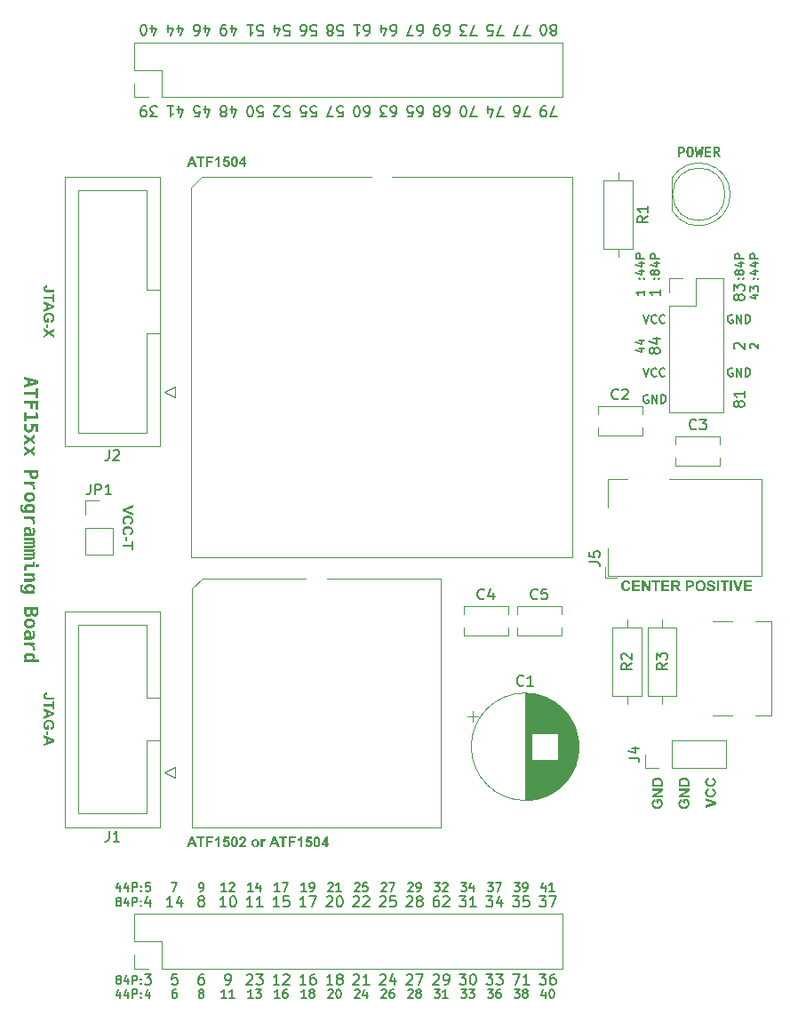
<source format=gbr>
%TF.GenerationSoftware,KiCad,Pcbnew,7.0.9*%
%TF.CreationDate,2024-03-10T01:22:23+00:00*%
%TF.ProjectId,ATF15xxProgBoard,41544631-3578-4785-9072-6f67426f6172,rev?*%
%TF.SameCoordinates,Original*%
%TF.FileFunction,Legend,Top*%
%TF.FilePolarity,Positive*%
%FSLAX46Y46*%
G04 Gerber Fmt 4.6, Leading zero omitted, Abs format (unit mm)*
G04 Created by KiCad (PCBNEW 7.0.9) date 2024-03-10 01:22:23*
%MOMM*%
%LPD*%
G01*
G04 APERTURE LIST*
%ADD10C,0.150000*%
%ADD11C,0.250000*%
%ADD12C,0.260000*%
%ADD13C,0.120000*%
G04 APERTURE END LIST*
D10*
X163628104Y-74050839D02*
X163666200Y-74012744D01*
X163666200Y-74012744D02*
X163704295Y-74050839D01*
X163704295Y-74050839D02*
X163666200Y-74088935D01*
X163666200Y-74088935D02*
X163628104Y-74050839D01*
X163628104Y-74050839D02*
X163704295Y-74050839D01*
X163209057Y-74050839D02*
X163247152Y-74012744D01*
X163247152Y-74012744D02*
X163285247Y-74050839D01*
X163285247Y-74050839D02*
X163247152Y-74088935D01*
X163247152Y-74088935D02*
X163209057Y-74050839D01*
X163209057Y-74050839D02*
X163285247Y-74050839D01*
X163170961Y-73327030D02*
X163704295Y-73327030D01*
X162866200Y-73517506D02*
X163437628Y-73707983D01*
X163437628Y-73707983D02*
X163437628Y-73212744D01*
X163170961Y-72565125D02*
X163704295Y-72565125D01*
X162866200Y-72755601D02*
X163437628Y-72946078D01*
X163437628Y-72946078D02*
X163437628Y-72450839D01*
X163704295Y-72146077D02*
X162904295Y-72146077D01*
X162904295Y-72146077D02*
X162904295Y-71841315D01*
X162904295Y-71841315D02*
X162942390Y-71765125D01*
X162942390Y-71765125D02*
X162980485Y-71727030D01*
X162980485Y-71727030D02*
X163056676Y-71688934D01*
X163056676Y-71688934D02*
X163170961Y-71688934D01*
X163170961Y-71688934D02*
X163247152Y-71727030D01*
X163247152Y-71727030D02*
X163285247Y-71765125D01*
X163285247Y-71765125D02*
X163323342Y-71841315D01*
X163323342Y-71841315D02*
X163323342Y-72146077D01*
X165055104Y-74050839D02*
X165093200Y-74012744D01*
X165093200Y-74012744D02*
X165131295Y-74050839D01*
X165131295Y-74050839D02*
X165093200Y-74088935D01*
X165093200Y-74088935D02*
X165055104Y-74050839D01*
X165055104Y-74050839D02*
X165131295Y-74050839D01*
X164636057Y-74050839D02*
X164674152Y-74012744D01*
X164674152Y-74012744D02*
X164712247Y-74050839D01*
X164712247Y-74050839D02*
X164674152Y-74088935D01*
X164674152Y-74088935D02*
X164636057Y-74050839D01*
X164636057Y-74050839D02*
X164712247Y-74050839D01*
X164674152Y-73555602D02*
X164636057Y-73631792D01*
X164636057Y-73631792D02*
X164597961Y-73669887D01*
X164597961Y-73669887D02*
X164521771Y-73707983D01*
X164521771Y-73707983D02*
X164483676Y-73707983D01*
X164483676Y-73707983D02*
X164407485Y-73669887D01*
X164407485Y-73669887D02*
X164369390Y-73631792D01*
X164369390Y-73631792D02*
X164331295Y-73555602D01*
X164331295Y-73555602D02*
X164331295Y-73403221D01*
X164331295Y-73403221D02*
X164369390Y-73327030D01*
X164369390Y-73327030D02*
X164407485Y-73288935D01*
X164407485Y-73288935D02*
X164483676Y-73250840D01*
X164483676Y-73250840D02*
X164521771Y-73250840D01*
X164521771Y-73250840D02*
X164597961Y-73288935D01*
X164597961Y-73288935D02*
X164636057Y-73327030D01*
X164636057Y-73327030D02*
X164674152Y-73403221D01*
X164674152Y-73403221D02*
X164674152Y-73555602D01*
X164674152Y-73555602D02*
X164712247Y-73631792D01*
X164712247Y-73631792D02*
X164750342Y-73669887D01*
X164750342Y-73669887D02*
X164826533Y-73707983D01*
X164826533Y-73707983D02*
X164978914Y-73707983D01*
X164978914Y-73707983D02*
X165055104Y-73669887D01*
X165055104Y-73669887D02*
X165093200Y-73631792D01*
X165093200Y-73631792D02*
X165131295Y-73555602D01*
X165131295Y-73555602D02*
X165131295Y-73403221D01*
X165131295Y-73403221D02*
X165093200Y-73327030D01*
X165093200Y-73327030D02*
X165055104Y-73288935D01*
X165055104Y-73288935D02*
X164978914Y-73250840D01*
X164978914Y-73250840D02*
X164826533Y-73250840D01*
X164826533Y-73250840D02*
X164750342Y-73288935D01*
X164750342Y-73288935D02*
X164712247Y-73327030D01*
X164712247Y-73327030D02*
X164674152Y-73403221D01*
X164597961Y-72565125D02*
X165131295Y-72565125D01*
X164293200Y-72755601D02*
X164864628Y-72946078D01*
X164864628Y-72946078D02*
X164864628Y-72450839D01*
X165131295Y-72146077D02*
X164331295Y-72146077D01*
X164331295Y-72146077D02*
X164331295Y-71841315D01*
X164331295Y-71841315D02*
X164369390Y-71765125D01*
X164369390Y-71765125D02*
X164407485Y-71727030D01*
X164407485Y-71727030D02*
X164483676Y-71688934D01*
X164483676Y-71688934D02*
X164597961Y-71688934D01*
X164597961Y-71688934D02*
X164674152Y-71727030D01*
X164674152Y-71727030D02*
X164712247Y-71765125D01*
X164712247Y-71765125D02*
X164750342Y-71841315D01*
X164750342Y-71841315D02*
X164750342Y-72146077D01*
X174508104Y-74050839D02*
X174546200Y-74012744D01*
X174546200Y-74012744D02*
X174584295Y-74050839D01*
X174584295Y-74050839D02*
X174546200Y-74088935D01*
X174546200Y-74088935D02*
X174508104Y-74050839D01*
X174508104Y-74050839D02*
X174584295Y-74050839D01*
X174089057Y-74050839D02*
X174127152Y-74012744D01*
X174127152Y-74012744D02*
X174165247Y-74050839D01*
X174165247Y-74050839D02*
X174127152Y-74088935D01*
X174127152Y-74088935D02*
X174089057Y-74050839D01*
X174089057Y-74050839D02*
X174165247Y-74050839D01*
X174050961Y-73327030D02*
X174584295Y-73327030D01*
X173746200Y-73517506D02*
X174317628Y-73707983D01*
X174317628Y-73707983D02*
X174317628Y-73212744D01*
X174050961Y-72565125D02*
X174584295Y-72565125D01*
X173746200Y-72755601D02*
X174317628Y-72946078D01*
X174317628Y-72946078D02*
X174317628Y-72450839D01*
X174584295Y-72146077D02*
X173784295Y-72146077D01*
X173784295Y-72146077D02*
X173784295Y-71841315D01*
X173784295Y-71841315D02*
X173822390Y-71765125D01*
X173822390Y-71765125D02*
X173860485Y-71727030D01*
X173860485Y-71727030D02*
X173936676Y-71688934D01*
X173936676Y-71688934D02*
X174050961Y-71688934D01*
X174050961Y-71688934D02*
X174127152Y-71727030D01*
X174127152Y-71727030D02*
X174165247Y-71765125D01*
X174165247Y-71765125D02*
X174203342Y-71841315D01*
X174203342Y-71841315D02*
X174203342Y-72146077D01*
X173095104Y-74050839D02*
X173133200Y-74012744D01*
X173133200Y-74012744D02*
X173171295Y-74050839D01*
X173171295Y-74050839D02*
X173133200Y-74088935D01*
X173133200Y-74088935D02*
X173095104Y-74050839D01*
X173095104Y-74050839D02*
X173171295Y-74050839D01*
X172676057Y-74050839D02*
X172714152Y-74012744D01*
X172714152Y-74012744D02*
X172752247Y-74050839D01*
X172752247Y-74050839D02*
X172714152Y-74088935D01*
X172714152Y-74088935D02*
X172676057Y-74050839D01*
X172676057Y-74050839D02*
X172752247Y-74050839D01*
X172714152Y-73555602D02*
X172676057Y-73631792D01*
X172676057Y-73631792D02*
X172637961Y-73669887D01*
X172637961Y-73669887D02*
X172561771Y-73707983D01*
X172561771Y-73707983D02*
X172523676Y-73707983D01*
X172523676Y-73707983D02*
X172447485Y-73669887D01*
X172447485Y-73669887D02*
X172409390Y-73631792D01*
X172409390Y-73631792D02*
X172371295Y-73555602D01*
X172371295Y-73555602D02*
X172371295Y-73403221D01*
X172371295Y-73403221D02*
X172409390Y-73327030D01*
X172409390Y-73327030D02*
X172447485Y-73288935D01*
X172447485Y-73288935D02*
X172523676Y-73250840D01*
X172523676Y-73250840D02*
X172561771Y-73250840D01*
X172561771Y-73250840D02*
X172637961Y-73288935D01*
X172637961Y-73288935D02*
X172676057Y-73327030D01*
X172676057Y-73327030D02*
X172714152Y-73403221D01*
X172714152Y-73403221D02*
X172714152Y-73555602D01*
X172714152Y-73555602D02*
X172752247Y-73631792D01*
X172752247Y-73631792D02*
X172790342Y-73669887D01*
X172790342Y-73669887D02*
X172866533Y-73707983D01*
X172866533Y-73707983D02*
X173018914Y-73707983D01*
X173018914Y-73707983D02*
X173095104Y-73669887D01*
X173095104Y-73669887D02*
X173133200Y-73631792D01*
X173133200Y-73631792D02*
X173171295Y-73555602D01*
X173171295Y-73555602D02*
X173171295Y-73403221D01*
X173171295Y-73403221D02*
X173133200Y-73327030D01*
X173133200Y-73327030D02*
X173095104Y-73288935D01*
X173095104Y-73288935D02*
X173018914Y-73250840D01*
X173018914Y-73250840D02*
X172866533Y-73250840D01*
X172866533Y-73250840D02*
X172790342Y-73288935D01*
X172790342Y-73288935D02*
X172752247Y-73327030D01*
X172752247Y-73327030D02*
X172714152Y-73403221D01*
X172637961Y-72565125D02*
X173171295Y-72565125D01*
X172333200Y-72755601D02*
X172904628Y-72946078D01*
X172904628Y-72946078D02*
X172904628Y-72450839D01*
X173171295Y-72146077D02*
X172371295Y-72146077D01*
X172371295Y-72146077D02*
X172371295Y-71841315D01*
X172371295Y-71841315D02*
X172409390Y-71765125D01*
X172409390Y-71765125D02*
X172447485Y-71727030D01*
X172447485Y-71727030D02*
X172523676Y-71688934D01*
X172523676Y-71688934D02*
X172637961Y-71688934D01*
X172637961Y-71688934D02*
X172714152Y-71727030D01*
X172714152Y-71727030D02*
X172752247Y-71765125D01*
X172752247Y-71765125D02*
X172790342Y-71841315D01*
X172790342Y-71841315D02*
X172790342Y-72146077D01*
X113533445Y-140804152D02*
X113457255Y-140766057D01*
X113457255Y-140766057D02*
X113419160Y-140727961D01*
X113419160Y-140727961D02*
X113381064Y-140651771D01*
X113381064Y-140651771D02*
X113381064Y-140613676D01*
X113381064Y-140613676D02*
X113419160Y-140537485D01*
X113419160Y-140537485D02*
X113457255Y-140499390D01*
X113457255Y-140499390D02*
X113533445Y-140461295D01*
X113533445Y-140461295D02*
X113685826Y-140461295D01*
X113685826Y-140461295D02*
X113762017Y-140499390D01*
X113762017Y-140499390D02*
X113800112Y-140537485D01*
X113800112Y-140537485D02*
X113838207Y-140613676D01*
X113838207Y-140613676D02*
X113838207Y-140651771D01*
X113838207Y-140651771D02*
X113800112Y-140727961D01*
X113800112Y-140727961D02*
X113762017Y-140766057D01*
X113762017Y-140766057D02*
X113685826Y-140804152D01*
X113685826Y-140804152D02*
X113533445Y-140804152D01*
X113533445Y-140804152D02*
X113457255Y-140842247D01*
X113457255Y-140842247D02*
X113419160Y-140880342D01*
X113419160Y-140880342D02*
X113381064Y-140956533D01*
X113381064Y-140956533D02*
X113381064Y-141108914D01*
X113381064Y-141108914D02*
X113419160Y-141185104D01*
X113419160Y-141185104D02*
X113457255Y-141223200D01*
X113457255Y-141223200D02*
X113533445Y-141261295D01*
X113533445Y-141261295D02*
X113685826Y-141261295D01*
X113685826Y-141261295D02*
X113762017Y-141223200D01*
X113762017Y-141223200D02*
X113800112Y-141185104D01*
X113800112Y-141185104D02*
X113838207Y-141108914D01*
X113838207Y-141108914D02*
X113838207Y-140956533D01*
X113838207Y-140956533D02*
X113800112Y-140880342D01*
X113800112Y-140880342D02*
X113762017Y-140842247D01*
X113762017Y-140842247D02*
X113685826Y-140804152D01*
X114523922Y-140727961D02*
X114523922Y-141261295D01*
X114333446Y-140423200D02*
X114142969Y-140994628D01*
X114142969Y-140994628D02*
X114638208Y-140994628D01*
X114942970Y-141261295D02*
X114942970Y-140461295D01*
X114942970Y-140461295D02*
X115247732Y-140461295D01*
X115247732Y-140461295D02*
X115323922Y-140499390D01*
X115323922Y-140499390D02*
X115362017Y-140537485D01*
X115362017Y-140537485D02*
X115400113Y-140613676D01*
X115400113Y-140613676D02*
X115400113Y-140727961D01*
X115400113Y-140727961D02*
X115362017Y-140804152D01*
X115362017Y-140804152D02*
X115323922Y-140842247D01*
X115323922Y-140842247D02*
X115247732Y-140880342D01*
X115247732Y-140880342D02*
X114942970Y-140880342D01*
X115742970Y-141185104D02*
X115781065Y-141223200D01*
X115781065Y-141223200D02*
X115742970Y-141261295D01*
X115742970Y-141261295D02*
X115704874Y-141223200D01*
X115704874Y-141223200D02*
X115742970Y-141185104D01*
X115742970Y-141185104D02*
X115742970Y-141261295D01*
X115742970Y-140766057D02*
X115781065Y-140804152D01*
X115781065Y-140804152D02*
X115742970Y-140842247D01*
X115742970Y-140842247D02*
X115704874Y-140804152D01*
X115704874Y-140804152D02*
X115742970Y-140766057D01*
X115742970Y-140766057D02*
X115742970Y-140842247D01*
X113762017Y-142050961D02*
X113762017Y-142584295D01*
X113571541Y-141746200D02*
X113381064Y-142317628D01*
X113381064Y-142317628D02*
X113876303Y-142317628D01*
X114523922Y-142050961D02*
X114523922Y-142584295D01*
X114333446Y-141746200D02*
X114142969Y-142317628D01*
X114142969Y-142317628D02*
X114638208Y-142317628D01*
X114942970Y-142584295D02*
X114942970Y-141784295D01*
X114942970Y-141784295D02*
X115247732Y-141784295D01*
X115247732Y-141784295D02*
X115323922Y-141822390D01*
X115323922Y-141822390D02*
X115362017Y-141860485D01*
X115362017Y-141860485D02*
X115400113Y-141936676D01*
X115400113Y-141936676D02*
X115400113Y-142050961D01*
X115400113Y-142050961D02*
X115362017Y-142127152D01*
X115362017Y-142127152D02*
X115323922Y-142165247D01*
X115323922Y-142165247D02*
X115247732Y-142203342D01*
X115247732Y-142203342D02*
X114942970Y-142203342D01*
X115742970Y-142508104D02*
X115781065Y-142546200D01*
X115781065Y-142546200D02*
X115742970Y-142584295D01*
X115742970Y-142584295D02*
X115704874Y-142546200D01*
X115704874Y-142546200D02*
X115742970Y-142508104D01*
X115742970Y-142508104D02*
X115742970Y-142584295D01*
X115742970Y-142089057D02*
X115781065Y-142127152D01*
X115781065Y-142127152D02*
X115742970Y-142165247D01*
X115742970Y-142165247D02*
X115704874Y-142127152D01*
X115704874Y-142127152D02*
X115742970Y-142089057D01*
X115742970Y-142089057D02*
X115742970Y-142165247D01*
X113533445Y-133384152D02*
X113457255Y-133346057D01*
X113457255Y-133346057D02*
X113419160Y-133307961D01*
X113419160Y-133307961D02*
X113381064Y-133231771D01*
X113381064Y-133231771D02*
X113381064Y-133193676D01*
X113381064Y-133193676D02*
X113419160Y-133117485D01*
X113419160Y-133117485D02*
X113457255Y-133079390D01*
X113457255Y-133079390D02*
X113533445Y-133041295D01*
X113533445Y-133041295D02*
X113685826Y-133041295D01*
X113685826Y-133041295D02*
X113762017Y-133079390D01*
X113762017Y-133079390D02*
X113800112Y-133117485D01*
X113800112Y-133117485D02*
X113838207Y-133193676D01*
X113838207Y-133193676D02*
X113838207Y-133231771D01*
X113838207Y-133231771D02*
X113800112Y-133307961D01*
X113800112Y-133307961D02*
X113762017Y-133346057D01*
X113762017Y-133346057D02*
X113685826Y-133384152D01*
X113685826Y-133384152D02*
X113533445Y-133384152D01*
X113533445Y-133384152D02*
X113457255Y-133422247D01*
X113457255Y-133422247D02*
X113419160Y-133460342D01*
X113419160Y-133460342D02*
X113381064Y-133536533D01*
X113381064Y-133536533D02*
X113381064Y-133688914D01*
X113381064Y-133688914D02*
X113419160Y-133765104D01*
X113419160Y-133765104D02*
X113457255Y-133803200D01*
X113457255Y-133803200D02*
X113533445Y-133841295D01*
X113533445Y-133841295D02*
X113685826Y-133841295D01*
X113685826Y-133841295D02*
X113762017Y-133803200D01*
X113762017Y-133803200D02*
X113800112Y-133765104D01*
X113800112Y-133765104D02*
X113838207Y-133688914D01*
X113838207Y-133688914D02*
X113838207Y-133536533D01*
X113838207Y-133536533D02*
X113800112Y-133460342D01*
X113800112Y-133460342D02*
X113762017Y-133422247D01*
X113762017Y-133422247D02*
X113685826Y-133384152D01*
X114523922Y-133307961D02*
X114523922Y-133841295D01*
X114333446Y-133003200D02*
X114142969Y-133574628D01*
X114142969Y-133574628D02*
X114638208Y-133574628D01*
X114942970Y-133841295D02*
X114942970Y-133041295D01*
X114942970Y-133041295D02*
X115247732Y-133041295D01*
X115247732Y-133041295D02*
X115323922Y-133079390D01*
X115323922Y-133079390D02*
X115362017Y-133117485D01*
X115362017Y-133117485D02*
X115400113Y-133193676D01*
X115400113Y-133193676D02*
X115400113Y-133307961D01*
X115400113Y-133307961D02*
X115362017Y-133384152D01*
X115362017Y-133384152D02*
X115323922Y-133422247D01*
X115323922Y-133422247D02*
X115247732Y-133460342D01*
X115247732Y-133460342D02*
X114942970Y-133460342D01*
X115742970Y-133765104D02*
X115781065Y-133803200D01*
X115781065Y-133803200D02*
X115742970Y-133841295D01*
X115742970Y-133841295D02*
X115704874Y-133803200D01*
X115704874Y-133803200D02*
X115742970Y-133765104D01*
X115742970Y-133765104D02*
X115742970Y-133841295D01*
X115742970Y-133346057D02*
X115781065Y-133384152D01*
X115781065Y-133384152D02*
X115742970Y-133422247D01*
X115742970Y-133422247D02*
X115704874Y-133384152D01*
X115704874Y-133384152D02*
X115742970Y-133346057D01*
X115742970Y-133346057D02*
X115742970Y-133422247D01*
X113762017Y-131880961D02*
X113762017Y-132414295D01*
X113571541Y-131576200D02*
X113381064Y-132147628D01*
X113381064Y-132147628D02*
X113876303Y-132147628D01*
X114523922Y-131880961D02*
X114523922Y-132414295D01*
X114333446Y-131576200D02*
X114142969Y-132147628D01*
X114142969Y-132147628D02*
X114638208Y-132147628D01*
X114942970Y-132414295D02*
X114942970Y-131614295D01*
X114942970Y-131614295D02*
X115247732Y-131614295D01*
X115247732Y-131614295D02*
X115323922Y-131652390D01*
X115323922Y-131652390D02*
X115362017Y-131690485D01*
X115362017Y-131690485D02*
X115400113Y-131766676D01*
X115400113Y-131766676D02*
X115400113Y-131880961D01*
X115400113Y-131880961D02*
X115362017Y-131957152D01*
X115362017Y-131957152D02*
X115323922Y-131995247D01*
X115323922Y-131995247D02*
X115247732Y-132033342D01*
X115247732Y-132033342D02*
X114942970Y-132033342D01*
X115742970Y-132338104D02*
X115781065Y-132376200D01*
X115781065Y-132376200D02*
X115742970Y-132414295D01*
X115742970Y-132414295D02*
X115704874Y-132376200D01*
X115704874Y-132376200D02*
X115742970Y-132338104D01*
X115742970Y-132338104D02*
X115742970Y-132414295D01*
X115742970Y-131919057D02*
X115781065Y-131957152D01*
X115781065Y-131957152D02*
X115742970Y-131995247D01*
X115742970Y-131995247D02*
X115704874Y-131957152D01*
X115704874Y-131957152D02*
X115742970Y-131919057D01*
X115742970Y-131919057D02*
X115742970Y-131995247D01*
X154275112Y-131880961D02*
X154275112Y-132414295D01*
X154084636Y-131576200D02*
X153894159Y-132147628D01*
X153894159Y-132147628D02*
X154389398Y-132147628D01*
X155113207Y-132414295D02*
X154656064Y-132414295D01*
X154884636Y-132414295D02*
X154884636Y-131614295D01*
X154884636Y-131614295D02*
X154808445Y-131728580D01*
X154808445Y-131728580D02*
X154732255Y-131804771D01*
X154732255Y-131804771D02*
X154656064Y-131842866D01*
X154275112Y-142050961D02*
X154275112Y-142584295D01*
X154084636Y-141746200D02*
X153894159Y-142317628D01*
X153894159Y-142317628D02*
X154389398Y-142317628D01*
X154846541Y-141784295D02*
X154922731Y-141784295D01*
X154922731Y-141784295D02*
X154998922Y-141822390D01*
X154998922Y-141822390D02*
X155037017Y-141860485D01*
X155037017Y-141860485D02*
X155075112Y-141936676D01*
X155075112Y-141936676D02*
X155113207Y-142089057D01*
X155113207Y-142089057D02*
X155113207Y-142279533D01*
X155113207Y-142279533D02*
X155075112Y-142431914D01*
X155075112Y-142431914D02*
X155037017Y-142508104D01*
X155037017Y-142508104D02*
X154998922Y-142546200D01*
X154998922Y-142546200D02*
X154922731Y-142584295D01*
X154922731Y-142584295D02*
X154846541Y-142584295D01*
X154846541Y-142584295D02*
X154770350Y-142546200D01*
X154770350Y-142546200D02*
X154732255Y-142508104D01*
X154732255Y-142508104D02*
X154694160Y-142431914D01*
X154694160Y-142431914D02*
X154656064Y-142279533D01*
X154656064Y-142279533D02*
X154656064Y-142089057D01*
X154656064Y-142089057D02*
X154694160Y-141936676D01*
X154694160Y-141936676D02*
X154732255Y-141860485D01*
X154732255Y-141860485D02*
X154770350Y-141822390D01*
X154770350Y-141822390D02*
X154846541Y-141784295D01*
X151316064Y-131614295D02*
X151811302Y-131614295D01*
X151811302Y-131614295D02*
X151544636Y-131919057D01*
X151544636Y-131919057D02*
X151658921Y-131919057D01*
X151658921Y-131919057D02*
X151735112Y-131957152D01*
X151735112Y-131957152D02*
X151773207Y-131995247D01*
X151773207Y-131995247D02*
X151811302Y-132071438D01*
X151811302Y-132071438D02*
X151811302Y-132261914D01*
X151811302Y-132261914D02*
X151773207Y-132338104D01*
X151773207Y-132338104D02*
X151735112Y-132376200D01*
X151735112Y-132376200D02*
X151658921Y-132414295D01*
X151658921Y-132414295D02*
X151430350Y-132414295D01*
X151430350Y-132414295D02*
X151354159Y-132376200D01*
X151354159Y-132376200D02*
X151316064Y-132338104D01*
X152192255Y-132414295D02*
X152344636Y-132414295D01*
X152344636Y-132414295D02*
X152420826Y-132376200D01*
X152420826Y-132376200D02*
X152458922Y-132338104D01*
X152458922Y-132338104D02*
X152535112Y-132223819D01*
X152535112Y-132223819D02*
X152573207Y-132071438D01*
X152573207Y-132071438D02*
X152573207Y-131766676D01*
X152573207Y-131766676D02*
X152535112Y-131690485D01*
X152535112Y-131690485D02*
X152497017Y-131652390D01*
X152497017Y-131652390D02*
X152420826Y-131614295D01*
X152420826Y-131614295D02*
X152268445Y-131614295D01*
X152268445Y-131614295D02*
X152192255Y-131652390D01*
X152192255Y-131652390D02*
X152154160Y-131690485D01*
X152154160Y-131690485D02*
X152116064Y-131766676D01*
X152116064Y-131766676D02*
X152116064Y-131957152D01*
X152116064Y-131957152D02*
X152154160Y-132033342D01*
X152154160Y-132033342D02*
X152192255Y-132071438D01*
X152192255Y-132071438D02*
X152268445Y-132109533D01*
X152268445Y-132109533D02*
X152420826Y-132109533D01*
X152420826Y-132109533D02*
X152497017Y-132071438D01*
X152497017Y-132071438D02*
X152535112Y-132033342D01*
X152535112Y-132033342D02*
X152573207Y-131957152D01*
X151316064Y-141784295D02*
X151811302Y-141784295D01*
X151811302Y-141784295D02*
X151544636Y-142089057D01*
X151544636Y-142089057D02*
X151658921Y-142089057D01*
X151658921Y-142089057D02*
X151735112Y-142127152D01*
X151735112Y-142127152D02*
X151773207Y-142165247D01*
X151773207Y-142165247D02*
X151811302Y-142241438D01*
X151811302Y-142241438D02*
X151811302Y-142431914D01*
X151811302Y-142431914D02*
X151773207Y-142508104D01*
X151773207Y-142508104D02*
X151735112Y-142546200D01*
X151735112Y-142546200D02*
X151658921Y-142584295D01*
X151658921Y-142584295D02*
X151430350Y-142584295D01*
X151430350Y-142584295D02*
X151354159Y-142546200D01*
X151354159Y-142546200D02*
X151316064Y-142508104D01*
X152268445Y-142127152D02*
X152192255Y-142089057D01*
X152192255Y-142089057D02*
X152154160Y-142050961D01*
X152154160Y-142050961D02*
X152116064Y-141974771D01*
X152116064Y-141974771D02*
X152116064Y-141936676D01*
X152116064Y-141936676D02*
X152154160Y-141860485D01*
X152154160Y-141860485D02*
X152192255Y-141822390D01*
X152192255Y-141822390D02*
X152268445Y-141784295D01*
X152268445Y-141784295D02*
X152420826Y-141784295D01*
X152420826Y-141784295D02*
X152497017Y-141822390D01*
X152497017Y-141822390D02*
X152535112Y-141860485D01*
X152535112Y-141860485D02*
X152573207Y-141936676D01*
X152573207Y-141936676D02*
X152573207Y-141974771D01*
X152573207Y-141974771D02*
X152535112Y-142050961D01*
X152535112Y-142050961D02*
X152497017Y-142089057D01*
X152497017Y-142089057D02*
X152420826Y-142127152D01*
X152420826Y-142127152D02*
X152268445Y-142127152D01*
X152268445Y-142127152D02*
X152192255Y-142165247D01*
X152192255Y-142165247D02*
X152154160Y-142203342D01*
X152154160Y-142203342D02*
X152116064Y-142279533D01*
X152116064Y-142279533D02*
X152116064Y-142431914D01*
X152116064Y-142431914D02*
X152154160Y-142508104D01*
X152154160Y-142508104D02*
X152192255Y-142546200D01*
X152192255Y-142546200D02*
X152268445Y-142584295D01*
X152268445Y-142584295D02*
X152420826Y-142584295D01*
X152420826Y-142584295D02*
X152497017Y-142546200D01*
X152497017Y-142546200D02*
X152535112Y-142508104D01*
X152535112Y-142508104D02*
X152573207Y-142431914D01*
X152573207Y-142431914D02*
X152573207Y-142279533D01*
X152573207Y-142279533D02*
X152535112Y-142203342D01*
X152535112Y-142203342D02*
X152497017Y-142165247D01*
X152497017Y-142165247D02*
X152420826Y-142127152D01*
X148776064Y-131614295D02*
X149271302Y-131614295D01*
X149271302Y-131614295D02*
X149004636Y-131919057D01*
X149004636Y-131919057D02*
X149118921Y-131919057D01*
X149118921Y-131919057D02*
X149195112Y-131957152D01*
X149195112Y-131957152D02*
X149233207Y-131995247D01*
X149233207Y-131995247D02*
X149271302Y-132071438D01*
X149271302Y-132071438D02*
X149271302Y-132261914D01*
X149271302Y-132261914D02*
X149233207Y-132338104D01*
X149233207Y-132338104D02*
X149195112Y-132376200D01*
X149195112Y-132376200D02*
X149118921Y-132414295D01*
X149118921Y-132414295D02*
X148890350Y-132414295D01*
X148890350Y-132414295D02*
X148814159Y-132376200D01*
X148814159Y-132376200D02*
X148776064Y-132338104D01*
X149537969Y-131614295D02*
X150071303Y-131614295D01*
X150071303Y-131614295D02*
X149728445Y-132414295D01*
X148776064Y-141784295D02*
X149271302Y-141784295D01*
X149271302Y-141784295D02*
X149004636Y-142089057D01*
X149004636Y-142089057D02*
X149118921Y-142089057D01*
X149118921Y-142089057D02*
X149195112Y-142127152D01*
X149195112Y-142127152D02*
X149233207Y-142165247D01*
X149233207Y-142165247D02*
X149271302Y-142241438D01*
X149271302Y-142241438D02*
X149271302Y-142431914D01*
X149271302Y-142431914D02*
X149233207Y-142508104D01*
X149233207Y-142508104D02*
X149195112Y-142546200D01*
X149195112Y-142546200D02*
X149118921Y-142584295D01*
X149118921Y-142584295D02*
X148890350Y-142584295D01*
X148890350Y-142584295D02*
X148814159Y-142546200D01*
X148814159Y-142546200D02*
X148776064Y-142508104D01*
X149957017Y-141784295D02*
X149804636Y-141784295D01*
X149804636Y-141784295D02*
X149728445Y-141822390D01*
X149728445Y-141822390D02*
X149690350Y-141860485D01*
X149690350Y-141860485D02*
X149614160Y-141974771D01*
X149614160Y-141974771D02*
X149576064Y-142127152D01*
X149576064Y-142127152D02*
X149576064Y-142431914D01*
X149576064Y-142431914D02*
X149614160Y-142508104D01*
X149614160Y-142508104D02*
X149652255Y-142546200D01*
X149652255Y-142546200D02*
X149728445Y-142584295D01*
X149728445Y-142584295D02*
X149880826Y-142584295D01*
X149880826Y-142584295D02*
X149957017Y-142546200D01*
X149957017Y-142546200D02*
X149995112Y-142508104D01*
X149995112Y-142508104D02*
X150033207Y-142431914D01*
X150033207Y-142431914D02*
X150033207Y-142241438D01*
X150033207Y-142241438D02*
X149995112Y-142165247D01*
X149995112Y-142165247D02*
X149957017Y-142127152D01*
X149957017Y-142127152D02*
X149880826Y-142089057D01*
X149880826Y-142089057D02*
X149728445Y-142089057D01*
X149728445Y-142089057D02*
X149652255Y-142127152D01*
X149652255Y-142127152D02*
X149614160Y-142165247D01*
X149614160Y-142165247D02*
X149576064Y-142241438D01*
X146236064Y-131614295D02*
X146731302Y-131614295D01*
X146731302Y-131614295D02*
X146464636Y-131919057D01*
X146464636Y-131919057D02*
X146578921Y-131919057D01*
X146578921Y-131919057D02*
X146655112Y-131957152D01*
X146655112Y-131957152D02*
X146693207Y-131995247D01*
X146693207Y-131995247D02*
X146731302Y-132071438D01*
X146731302Y-132071438D02*
X146731302Y-132261914D01*
X146731302Y-132261914D02*
X146693207Y-132338104D01*
X146693207Y-132338104D02*
X146655112Y-132376200D01*
X146655112Y-132376200D02*
X146578921Y-132414295D01*
X146578921Y-132414295D02*
X146350350Y-132414295D01*
X146350350Y-132414295D02*
X146274159Y-132376200D01*
X146274159Y-132376200D02*
X146236064Y-132338104D01*
X147417017Y-131880961D02*
X147417017Y-132414295D01*
X147226541Y-131576200D02*
X147036064Y-132147628D01*
X147036064Y-132147628D02*
X147531303Y-132147628D01*
X146236064Y-141784295D02*
X146731302Y-141784295D01*
X146731302Y-141784295D02*
X146464636Y-142089057D01*
X146464636Y-142089057D02*
X146578921Y-142089057D01*
X146578921Y-142089057D02*
X146655112Y-142127152D01*
X146655112Y-142127152D02*
X146693207Y-142165247D01*
X146693207Y-142165247D02*
X146731302Y-142241438D01*
X146731302Y-142241438D02*
X146731302Y-142431914D01*
X146731302Y-142431914D02*
X146693207Y-142508104D01*
X146693207Y-142508104D02*
X146655112Y-142546200D01*
X146655112Y-142546200D02*
X146578921Y-142584295D01*
X146578921Y-142584295D02*
X146350350Y-142584295D01*
X146350350Y-142584295D02*
X146274159Y-142546200D01*
X146274159Y-142546200D02*
X146236064Y-142508104D01*
X146997969Y-141784295D02*
X147493207Y-141784295D01*
X147493207Y-141784295D02*
X147226541Y-142089057D01*
X147226541Y-142089057D02*
X147340826Y-142089057D01*
X147340826Y-142089057D02*
X147417017Y-142127152D01*
X147417017Y-142127152D02*
X147455112Y-142165247D01*
X147455112Y-142165247D02*
X147493207Y-142241438D01*
X147493207Y-142241438D02*
X147493207Y-142431914D01*
X147493207Y-142431914D02*
X147455112Y-142508104D01*
X147455112Y-142508104D02*
X147417017Y-142546200D01*
X147417017Y-142546200D02*
X147340826Y-142584295D01*
X147340826Y-142584295D02*
X147112255Y-142584295D01*
X147112255Y-142584295D02*
X147036064Y-142546200D01*
X147036064Y-142546200D02*
X146997969Y-142508104D01*
X143696064Y-131614295D02*
X144191302Y-131614295D01*
X144191302Y-131614295D02*
X143924636Y-131919057D01*
X143924636Y-131919057D02*
X144038921Y-131919057D01*
X144038921Y-131919057D02*
X144115112Y-131957152D01*
X144115112Y-131957152D02*
X144153207Y-131995247D01*
X144153207Y-131995247D02*
X144191302Y-132071438D01*
X144191302Y-132071438D02*
X144191302Y-132261914D01*
X144191302Y-132261914D02*
X144153207Y-132338104D01*
X144153207Y-132338104D02*
X144115112Y-132376200D01*
X144115112Y-132376200D02*
X144038921Y-132414295D01*
X144038921Y-132414295D02*
X143810350Y-132414295D01*
X143810350Y-132414295D02*
X143734159Y-132376200D01*
X143734159Y-132376200D02*
X143696064Y-132338104D01*
X144496064Y-131690485D02*
X144534160Y-131652390D01*
X144534160Y-131652390D02*
X144610350Y-131614295D01*
X144610350Y-131614295D02*
X144800826Y-131614295D01*
X144800826Y-131614295D02*
X144877017Y-131652390D01*
X144877017Y-131652390D02*
X144915112Y-131690485D01*
X144915112Y-131690485D02*
X144953207Y-131766676D01*
X144953207Y-131766676D02*
X144953207Y-131842866D01*
X144953207Y-131842866D02*
X144915112Y-131957152D01*
X144915112Y-131957152D02*
X144457969Y-132414295D01*
X144457969Y-132414295D02*
X144953207Y-132414295D01*
X143696064Y-141784295D02*
X144191302Y-141784295D01*
X144191302Y-141784295D02*
X143924636Y-142089057D01*
X143924636Y-142089057D02*
X144038921Y-142089057D01*
X144038921Y-142089057D02*
X144115112Y-142127152D01*
X144115112Y-142127152D02*
X144153207Y-142165247D01*
X144153207Y-142165247D02*
X144191302Y-142241438D01*
X144191302Y-142241438D02*
X144191302Y-142431914D01*
X144191302Y-142431914D02*
X144153207Y-142508104D01*
X144153207Y-142508104D02*
X144115112Y-142546200D01*
X144115112Y-142546200D02*
X144038921Y-142584295D01*
X144038921Y-142584295D02*
X143810350Y-142584295D01*
X143810350Y-142584295D02*
X143734159Y-142546200D01*
X143734159Y-142546200D02*
X143696064Y-142508104D01*
X144953207Y-142584295D02*
X144496064Y-142584295D01*
X144724636Y-142584295D02*
X144724636Y-141784295D01*
X144724636Y-141784295D02*
X144648445Y-141898580D01*
X144648445Y-141898580D02*
X144572255Y-141974771D01*
X144572255Y-141974771D02*
X144496064Y-142012866D01*
X141194159Y-131690485D02*
X141232255Y-131652390D01*
X141232255Y-131652390D02*
X141308445Y-131614295D01*
X141308445Y-131614295D02*
X141498921Y-131614295D01*
X141498921Y-131614295D02*
X141575112Y-131652390D01*
X141575112Y-131652390D02*
X141613207Y-131690485D01*
X141613207Y-131690485D02*
X141651302Y-131766676D01*
X141651302Y-131766676D02*
X141651302Y-131842866D01*
X141651302Y-131842866D02*
X141613207Y-131957152D01*
X141613207Y-131957152D02*
X141156064Y-132414295D01*
X141156064Y-132414295D02*
X141651302Y-132414295D01*
X142032255Y-132414295D02*
X142184636Y-132414295D01*
X142184636Y-132414295D02*
X142260826Y-132376200D01*
X142260826Y-132376200D02*
X142298922Y-132338104D01*
X142298922Y-132338104D02*
X142375112Y-132223819D01*
X142375112Y-132223819D02*
X142413207Y-132071438D01*
X142413207Y-132071438D02*
X142413207Y-131766676D01*
X142413207Y-131766676D02*
X142375112Y-131690485D01*
X142375112Y-131690485D02*
X142337017Y-131652390D01*
X142337017Y-131652390D02*
X142260826Y-131614295D01*
X142260826Y-131614295D02*
X142108445Y-131614295D01*
X142108445Y-131614295D02*
X142032255Y-131652390D01*
X142032255Y-131652390D02*
X141994160Y-131690485D01*
X141994160Y-131690485D02*
X141956064Y-131766676D01*
X141956064Y-131766676D02*
X141956064Y-131957152D01*
X141956064Y-131957152D02*
X141994160Y-132033342D01*
X141994160Y-132033342D02*
X142032255Y-132071438D01*
X142032255Y-132071438D02*
X142108445Y-132109533D01*
X142108445Y-132109533D02*
X142260826Y-132109533D01*
X142260826Y-132109533D02*
X142337017Y-132071438D01*
X142337017Y-132071438D02*
X142375112Y-132033342D01*
X142375112Y-132033342D02*
X142413207Y-131957152D01*
X141194159Y-141860485D02*
X141232255Y-141822390D01*
X141232255Y-141822390D02*
X141308445Y-141784295D01*
X141308445Y-141784295D02*
X141498921Y-141784295D01*
X141498921Y-141784295D02*
X141575112Y-141822390D01*
X141575112Y-141822390D02*
X141613207Y-141860485D01*
X141613207Y-141860485D02*
X141651302Y-141936676D01*
X141651302Y-141936676D02*
X141651302Y-142012866D01*
X141651302Y-142012866D02*
X141613207Y-142127152D01*
X141613207Y-142127152D02*
X141156064Y-142584295D01*
X141156064Y-142584295D02*
X141651302Y-142584295D01*
X142108445Y-142127152D02*
X142032255Y-142089057D01*
X142032255Y-142089057D02*
X141994160Y-142050961D01*
X141994160Y-142050961D02*
X141956064Y-141974771D01*
X141956064Y-141974771D02*
X141956064Y-141936676D01*
X141956064Y-141936676D02*
X141994160Y-141860485D01*
X141994160Y-141860485D02*
X142032255Y-141822390D01*
X142032255Y-141822390D02*
X142108445Y-141784295D01*
X142108445Y-141784295D02*
X142260826Y-141784295D01*
X142260826Y-141784295D02*
X142337017Y-141822390D01*
X142337017Y-141822390D02*
X142375112Y-141860485D01*
X142375112Y-141860485D02*
X142413207Y-141936676D01*
X142413207Y-141936676D02*
X142413207Y-141974771D01*
X142413207Y-141974771D02*
X142375112Y-142050961D01*
X142375112Y-142050961D02*
X142337017Y-142089057D01*
X142337017Y-142089057D02*
X142260826Y-142127152D01*
X142260826Y-142127152D02*
X142108445Y-142127152D01*
X142108445Y-142127152D02*
X142032255Y-142165247D01*
X142032255Y-142165247D02*
X141994160Y-142203342D01*
X141994160Y-142203342D02*
X141956064Y-142279533D01*
X141956064Y-142279533D02*
X141956064Y-142431914D01*
X141956064Y-142431914D02*
X141994160Y-142508104D01*
X141994160Y-142508104D02*
X142032255Y-142546200D01*
X142032255Y-142546200D02*
X142108445Y-142584295D01*
X142108445Y-142584295D02*
X142260826Y-142584295D01*
X142260826Y-142584295D02*
X142337017Y-142546200D01*
X142337017Y-142546200D02*
X142375112Y-142508104D01*
X142375112Y-142508104D02*
X142413207Y-142431914D01*
X142413207Y-142431914D02*
X142413207Y-142279533D01*
X142413207Y-142279533D02*
X142375112Y-142203342D01*
X142375112Y-142203342D02*
X142337017Y-142165247D01*
X142337017Y-142165247D02*
X142260826Y-142127152D01*
X138654159Y-131690485D02*
X138692255Y-131652390D01*
X138692255Y-131652390D02*
X138768445Y-131614295D01*
X138768445Y-131614295D02*
X138958921Y-131614295D01*
X138958921Y-131614295D02*
X139035112Y-131652390D01*
X139035112Y-131652390D02*
X139073207Y-131690485D01*
X139073207Y-131690485D02*
X139111302Y-131766676D01*
X139111302Y-131766676D02*
X139111302Y-131842866D01*
X139111302Y-131842866D02*
X139073207Y-131957152D01*
X139073207Y-131957152D02*
X138616064Y-132414295D01*
X138616064Y-132414295D02*
X139111302Y-132414295D01*
X139377969Y-131614295D02*
X139911303Y-131614295D01*
X139911303Y-131614295D02*
X139568445Y-132414295D01*
X138654159Y-141860485D02*
X138692255Y-141822390D01*
X138692255Y-141822390D02*
X138768445Y-141784295D01*
X138768445Y-141784295D02*
X138958921Y-141784295D01*
X138958921Y-141784295D02*
X139035112Y-141822390D01*
X139035112Y-141822390D02*
X139073207Y-141860485D01*
X139073207Y-141860485D02*
X139111302Y-141936676D01*
X139111302Y-141936676D02*
X139111302Y-142012866D01*
X139111302Y-142012866D02*
X139073207Y-142127152D01*
X139073207Y-142127152D02*
X138616064Y-142584295D01*
X138616064Y-142584295D02*
X139111302Y-142584295D01*
X139797017Y-141784295D02*
X139644636Y-141784295D01*
X139644636Y-141784295D02*
X139568445Y-141822390D01*
X139568445Y-141822390D02*
X139530350Y-141860485D01*
X139530350Y-141860485D02*
X139454160Y-141974771D01*
X139454160Y-141974771D02*
X139416064Y-142127152D01*
X139416064Y-142127152D02*
X139416064Y-142431914D01*
X139416064Y-142431914D02*
X139454160Y-142508104D01*
X139454160Y-142508104D02*
X139492255Y-142546200D01*
X139492255Y-142546200D02*
X139568445Y-142584295D01*
X139568445Y-142584295D02*
X139720826Y-142584295D01*
X139720826Y-142584295D02*
X139797017Y-142546200D01*
X139797017Y-142546200D02*
X139835112Y-142508104D01*
X139835112Y-142508104D02*
X139873207Y-142431914D01*
X139873207Y-142431914D02*
X139873207Y-142241438D01*
X139873207Y-142241438D02*
X139835112Y-142165247D01*
X139835112Y-142165247D02*
X139797017Y-142127152D01*
X139797017Y-142127152D02*
X139720826Y-142089057D01*
X139720826Y-142089057D02*
X139568445Y-142089057D01*
X139568445Y-142089057D02*
X139492255Y-142127152D01*
X139492255Y-142127152D02*
X139454160Y-142165247D01*
X139454160Y-142165247D02*
X139416064Y-142241438D01*
X136114159Y-131690485D02*
X136152255Y-131652390D01*
X136152255Y-131652390D02*
X136228445Y-131614295D01*
X136228445Y-131614295D02*
X136418921Y-131614295D01*
X136418921Y-131614295D02*
X136495112Y-131652390D01*
X136495112Y-131652390D02*
X136533207Y-131690485D01*
X136533207Y-131690485D02*
X136571302Y-131766676D01*
X136571302Y-131766676D02*
X136571302Y-131842866D01*
X136571302Y-131842866D02*
X136533207Y-131957152D01*
X136533207Y-131957152D02*
X136076064Y-132414295D01*
X136076064Y-132414295D02*
X136571302Y-132414295D01*
X137295112Y-131614295D02*
X136914160Y-131614295D01*
X136914160Y-131614295D02*
X136876064Y-131995247D01*
X136876064Y-131995247D02*
X136914160Y-131957152D01*
X136914160Y-131957152D02*
X136990350Y-131919057D01*
X136990350Y-131919057D02*
X137180826Y-131919057D01*
X137180826Y-131919057D02*
X137257017Y-131957152D01*
X137257017Y-131957152D02*
X137295112Y-131995247D01*
X137295112Y-131995247D02*
X137333207Y-132071438D01*
X137333207Y-132071438D02*
X137333207Y-132261914D01*
X137333207Y-132261914D02*
X137295112Y-132338104D01*
X137295112Y-132338104D02*
X137257017Y-132376200D01*
X137257017Y-132376200D02*
X137180826Y-132414295D01*
X137180826Y-132414295D02*
X136990350Y-132414295D01*
X136990350Y-132414295D02*
X136914160Y-132376200D01*
X136914160Y-132376200D02*
X136876064Y-132338104D01*
X136114159Y-141860485D02*
X136152255Y-141822390D01*
X136152255Y-141822390D02*
X136228445Y-141784295D01*
X136228445Y-141784295D02*
X136418921Y-141784295D01*
X136418921Y-141784295D02*
X136495112Y-141822390D01*
X136495112Y-141822390D02*
X136533207Y-141860485D01*
X136533207Y-141860485D02*
X136571302Y-141936676D01*
X136571302Y-141936676D02*
X136571302Y-142012866D01*
X136571302Y-142012866D02*
X136533207Y-142127152D01*
X136533207Y-142127152D02*
X136076064Y-142584295D01*
X136076064Y-142584295D02*
X136571302Y-142584295D01*
X137257017Y-142050961D02*
X137257017Y-142584295D01*
X137066541Y-141746200D02*
X136876064Y-142317628D01*
X136876064Y-142317628D02*
X137371303Y-142317628D01*
X133574159Y-131690485D02*
X133612255Y-131652390D01*
X133612255Y-131652390D02*
X133688445Y-131614295D01*
X133688445Y-131614295D02*
X133878921Y-131614295D01*
X133878921Y-131614295D02*
X133955112Y-131652390D01*
X133955112Y-131652390D02*
X133993207Y-131690485D01*
X133993207Y-131690485D02*
X134031302Y-131766676D01*
X134031302Y-131766676D02*
X134031302Y-131842866D01*
X134031302Y-131842866D02*
X133993207Y-131957152D01*
X133993207Y-131957152D02*
X133536064Y-132414295D01*
X133536064Y-132414295D02*
X134031302Y-132414295D01*
X134793207Y-132414295D02*
X134336064Y-132414295D01*
X134564636Y-132414295D02*
X134564636Y-131614295D01*
X134564636Y-131614295D02*
X134488445Y-131728580D01*
X134488445Y-131728580D02*
X134412255Y-131804771D01*
X134412255Y-131804771D02*
X134336064Y-131842866D01*
X133574159Y-141860485D02*
X133612255Y-141822390D01*
X133612255Y-141822390D02*
X133688445Y-141784295D01*
X133688445Y-141784295D02*
X133878921Y-141784295D01*
X133878921Y-141784295D02*
X133955112Y-141822390D01*
X133955112Y-141822390D02*
X133993207Y-141860485D01*
X133993207Y-141860485D02*
X134031302Y-141936676D01*
X134031302Y-141936676D02*
X134031302Y-142012866D01*
X134031302Y-142012866D02*
X133993207Y-142127152D01*
X133993207Y-142127152D02*
X133536064Y-142584295D01*
X133536064Y-142584295D02*
X134031302Y-142584295D01*
X134526541Y-141784295D02*
X134602731Y-141784295D01*
X134602731Y-141784295D02*
X134678922Y-141822390D01*
X134678922Y-141822390D02*
X134717017Y-141860485D01*
X134717017Y-141860485D02*
X134755112Y-141936676D01*
X134755112Y-141936676D02*
X134793207Y-142089057D01*
X134793207Y-142089057D02*
X134793207Y-142279533D01*
X134793207Y-142279533D02*
X134755112Y-142431914D01*
X134755112Y-142431914D02*
X134717017Y-142508104D01*
X134717017Y-142508104D02*
X134678922Y-142546200D01*
X134678922Y-142546200D02*
X134602731Y-142584295D01*
X134602731Y-142584295D02*
X134526541Y-142584295D01*
X134526541Y-142584295D02*
X134450350Y-142546200D01*
X134450350Y-142546200D02*
X134412255Y-142508104D01*
X134412255Y-142508104D02*
X134374160Y-142431914D01*
X134374160Y-142431914D02*
X134336064Y-142279533D01*
X134336064Y-142279533D02*
X134336064Y-142089057D01*
X134336064Y-142089057D02*
X134374160Y-141936676D01*
X134374160Y-141936676D02*
X134412255Y-141860485D01*
X134412255Y-141860485D02*
X134450350Y-141822390D01*
X134450350Y-141822390D02*
X134526541Y-141784295D01*
X131491302Y-132414295D02*
X131034159Y-132414295D01*
X131262731Y-132414295D02*
X131262731Y-131614295D01*
X131262731Y-131614295D02*
X131186540Y-131728580D01*
X131186540Y-131728580D02*
X131110350Y-131804771D01*
X131110350Y-131804771D02*
X131034159Y-131842866D01*
X131872255Y-132414295D02*
X132024636Y-132414295D01*
X132024636Y-132414295D02*
X132100826Y-132376200D01*
X132100826Y-132376200D02*
X132138922Y-132338104D01*
X132138922Y-132338104D02*
X132215112Y-132223819D01*
X132215112Y-132223819D02*
X132253207Y-132071438D01*
X132253207Y-132071438D02*
X132253207Y-131766676D01*
X132253207Y-131766676D02*
X132215112Y-131690485D01*
X132215112Y-131690485D02*
X132177017Y-131652390D01*
X132177017Y-131652390D02*
X132100826Y-131614295D01*
X132100826Y-131614295D02*
X131948445Y-131614295D01*
X131948445Y-131614295D02*
X131872255Y-131652390D01*
X131872255Y-131652390D02*
X131834160Y-131690485D01*
X131834160Y-131690485D02*
X131796064Y-131766676D01*
X131796064Y-131766676D02*
X131796064Y-131957152D01*
X131796064Y-131957152D02*
X131834160Y-132033342D01*
X131834160Y-132033342D02*
X131872255Y-132071438D01*
X131872255Y-132071438D02*
X131948445Y-132109533D01*
X131948445Y-132109533D02*
X132100826Y-132109533D01*
X132100826Y-132109533D02*
X132177017Y-132071438D01*
X132177017Y-132071438D02*
X132215112Y-132033342D01*
X132215112Y-132033342D02*
X132253207Y-131957152D01*
X131491302Y-142584295D02*
X131034159Y-142584295D01*
X131262731Y-142584295D02*
X131262731Y-141784295D01*
X131262731Y-141784295D02*
X131186540Y-141898580D01*
X131186540Y-141898580D02*
X131110350Y-141974771D01*
X131110350Y-141974771D02*
X131034159Y-142012866D01*
X131948445Y-142127152D02*
X131872255Y-142089057D01*
X131872255Y-142089057D02*
X131834160Y-142050961D01*
X131834160Y-142050961D02*
X131796064Y-141974771D01*
X131796064Y-141974771D02*
X131796064Y-141936676D01*
X131796064Y-141936676D02*
X131834160Y-141860485D01*
X131834160Y-141860485D02*
X131872255Y-141822390D01*
X131872255Y-141822390D02*
X131948445Y-141784295D01*
X131948445Y-141784295D02*
X132100826Y-141784295D01*
X132100826Y-141784295D02*
X132177017Y-141822390D01*
X132177017Y-141822390D02*
X132215112Y-141860485D01*
X132215112Y-141860485D02*
X132253207Y-141936676D01*
X132253207Y-141936676D02*
X132253207Y-141974771D01*
X132253207Y-141974771D02*
X132215112Y-142050961D01*
X132215112Y-142050961D02*
X132177017Y-142089057D01*
X132177017Y-142089057D02*
X132100826Y-142127152D01*
X132100826Y-142127152D02*
X131948445Y-142127152D01*
X131948445Y-142127152D02*
X131872255Y-142165247D01*
X131872255Y-142165247D02*
X131834160Y-142203342D01*
X131834160Y-142203342D02*
X131796064Y-142279533D01*
X131796064Y-142279533D02*
X131796064Y-142431914D01*
X131796064Y-142431914D02*
X131834160Y-142508104D01*
X131834160Y-142508104D02*
X131872255Y-142546200D01*
X131872255Y-142546200D02*
X131948445Y-142584295D01*
X131948445Y-142584295D02*
X132100826Y-142584295D01*
X132100826Y-142584295D02*
X132177017Y-142546200D01*
X132177017Y-142546200D02*
X132215112Y-142508104D01*
X132215112Y-142508104D02*
X132253207Y-142431914D01*
X132253207Y-142431914D02*
X132253207Y-142279533D01*
X132253207Y-142279533D02*
X132215112Y-142203342D01*
X132215112Y-142203342D02*
X132177017Y-142165247D01*
X132177017Y-142165247D02*
X132100826Y-142127152D01*
X128951302Y-132414295D02*
X128494159Y-132414295D01*
X128722731Y-132414295D02*
X128722731Y-131614295D01*
X128722731Y-131614295D02*
X128646540Y-131728580D01*
X128646540Y-131728580D02*
X128570350Y-131804771D01*
X128570350Y-131804771D02*
X128494159Y-131842866D01*
X129217969Y-131614295D02*
X129751303Y-131614295D01*
X129751303Y-131614295D02*
X129408445Y-132414295D01*
X128951302Y-142584295D02*
X128494159Y-142584295D01*
X128722731Y-142584295D02*
X128722731Y-141784295D01*
X128722731Y-141784295D02*
X128646540Y-141898580D01*
X128646540Y-141898580D02*
X128570350Y-141974771D01*
X128570350Y-141974771D02*
X128494159Y-142012866D01*
X129637017Y-141784295D02*
X129484636Y-141784295D01*
X129484636Y-141784295D02*
X129408445Y-141822390D01*
X129408445Y-141822390D02*
X129370350Y-141860485D01*
X129370350Y-141860485D02*
X129294160Y-141974771D01*
X129294160Y-141974771D02*
X129256064Y-142127152D01*
X129256064Y-142127152D02*
X129256064Y-142431914D01*
X129256064Y-142431914D02*
X129294160Y-142508104D01*
X129294160Y-142508104D02*
X129332255Y-142546200D01*
X129332255Y-142546200D02*
X129408445Y-142584295D01*
X129408445Y-142584295D02*
X129560826Y-142584295D01*
X129560826Y-142584295D02*
X129637017Y-142546200D01*
X129637017Y-142546200D02*
X129675112Y-142508104D01*
X129675112Y-142508104D02*
X129713207Y-142431914D01*
X129713207Y-142431914D02*
X129713207Y-142241438D01*
X129713207Y-142241438D02*
X129675112Y-142165247D01*
X129675112Y-142165247D02*
X129637017Y-142127152D01*
X129637017Y-142127152D02*
X129560826Y-142089057D01*
X129560826Y-142089057D02*
X129408445Y-142089057D01*
X129408445Y-142089057D02*
X129332255Y-142127152D01*
X129332255Y-142127152D02*
X129294160Y-142165247D01*
X129294160Y-142165247D02*
X129256064Y-142241438D01*
X126411302Y-132414295D02*
X125954159Y-132414295D01*
X126182731Y-132414295D02*
X126182731Y-131614295D01*
X126182731Y-131614295D02*
X126106540Y-131728580D01*
X126106540Y-131728580D02*
X126030350Y-131804771D01*
X126030350Y-131804771D02*
X125954159Y-131842866D01*
X127097017Y-131880961D02*
X127097017Y-132414295D01*
X126906541Y-131576200D02*
X126716064Y-132147628D01*
X126716064Y-132147628D02*
X127211303Y-132147628D01*
X126411302Y-142584295D02*
X125954159Y-142584295D01*
X126182731Y-142584295D02*
X126182731Y-141784295D01*
X126182731Y-141784295D02*
X126106540Y-141898580D01*
X126106540Y-141898580D02*
X126030350Y-141974771D01*
X126030350Y-141974771D02*
X125954159Y-142012866D01*
X126677969Y-141784295D02*
X127173207Y-141784295D01*
X127173207Y-141784295D02*
X126906541Y-142089057D01*
X126906541Y-142089057D02*
X127020826Y-142089057D01*
X127020826Y-142089057D02*
X127097017Y-142127152D01*
X127097017Y-142127152D02*
X127135112Y-142165247D01*
X127135112Y-142165247D02*
X127173207Y-142241438D01*
X127173207Y-142241438D02*
X127173207Y-142431914D01*
X127173207Y-142431914D02*
X127135112Y-142508104D01*
X127135112Y-142508104D02*
X127097017Y-142546200D01*
X127097017Y-142546200D02*
X127020826Y-142584295D01*
X127020826Y-142584295D02*
X126792255Y-142584295D01*
X126792255Y-142584295D02*
X126716064Y-142546200D01*
X126716064Y-142546200D02*
X126677969Y-142508104D01*
X123871302Y-132414295D02*
X123414159Y-132414295D01*
X123642731Y-132414295D02*
X123642731Y-131614295D01*
X123642731Y-131614295D02*
X123566540Y-131728580D01*
X123566540Y-131728580D02*
X123490350Y-131804771D01*
X123490350Y-131804771D02*
X123414159Y-131842866D01*
X124176064Y-131690485D02*
X124214160Y-131652390D01*
X124214160Y-131652390D02*
X124290350Y-131614295D01*
X124290350Y-131614295D02*
X124480826Y-131614295D01*
X124480826Y-131614295D02*
X124557017Y-131652390D01*
X124557017Y-131652390D02*
X124595112Y-131690485D01*
X124595112Y-131690485D02*
X124633207Y-131766676D01*
X124633207Y-131766676D02*
X124633207Y-131842866D01*
X124633207Y-131842866D02*
X124595112Y-131957152D01*
X124595112Y-131957152D02*
X124137969Y-132414295D01*
X124137969Y-132414295D02*
X124633207Y-132414295D01*
X123871302Y-142584295D02*
X123414159Y-142584295D01*
X123642731Y-142584295D02*
X123642731Y-141784295D01*
X123642731Y-141784295D02*
X123566540Y-141898580D01*
X123566540Y-141898580D02*
X123490350Y-141974771D01*
X123490350Y-141974771D02*
X123414159Y-142012866D01*
X124633207Y-142584295D02*
X124176064Y-142584295D01*
X124404636Y-142584295D02*
X124404636Y-141784295D01*
X124404636Y-141784295D02*
X124328445Y-141898580D01*
X124328445Y-141898580D02*
X124252255Y-141974771D01*
X124252255Y-141974771D02*
X124176064Y-142012866D01*
X121331303Y-132414295D02*
X121483684Y-132414295D01*
X121483684Y-132414295D02*
X121559874Y-132376200D01*
X121559874Y-132376200D02*
X121597970Y-132338104D01*
X121597970Y-132338104D02*
X121674160Y-132223819D01*
X121674160Y-132223819D02*
X121712255Y-132071438D01*
X121712255Y-132071438D02*
X121712255Y-131766676D01*
X121712255Y-131766676D02*
X121674160Y-131690485D01*
X121674160Y-131690485D02*
X121636065Y-131652390D01*
X121636065Y-131652390D02*
X121559874Y-131614295D01*
X121559874Y-131614295D02*
X121407493Y-131614295D01*
X121407493Y-131614295D02*
X121331303Y-131652390D01*
X121331303Y-131652390D02*
X121293208Y-131690485D01*
X121293208Y-131690485D02*
X121255112Y-131766676D01*
X121255112Y-131766676D02*
X121255112Y-131957152D01*
X121255112Y-131957152D02*
X121293208Y-132033342D01*
X121293208Y-132033342D02*
X121331303Y-132071438D01*
X121331303Y-132071438D02*
X121407493Y-132109533D01*
X121407493Y-132109533D02*
X121559874Y-132109533D01*
X121559874Y-132109533D02*
X121636065Y-132071438D01*
X121636065Y-132071438D02*
X121674160Y-132033342D01*
X121674160Y-132033342D02*
X121712255Y-131957152D01*
X121407493Y-142127152D02*
X121331303Y-142089057D01*
X121331303Y-142089057D02*
X121293208Y-142050961D01*
X121293208Y-142050961D02*
X121255112Y-141974771D01*
X121255112Y-141974771D02*
X121255112Y-141936676D01*
X121255112Y-141936676D02*
X121293208Y-141860485D01*
X121293208Y-141860485D02*
X121331303Y-141822390D01*
X121331303Y-141822390D02*
X121407493Y-141784295D01*
X121407493Y-141784295D02*
X121559874Y-141784295D01*
X121559874Y-141784295D02*
X121636065Y-141822390D01*
X121636065Y-141822390D02*
X121674160Y-141860485D01*
X121674160Y-141860485D02*
X121712255Y-141936676D01*
X121712255Y-141936676D02*
X121712255Y-141974771D01*
X121712255Y-141974771D02*
X121674160Y-142050961D01*
X121674160Y-142050961D02*
X121636065Y-142089057D01*
X121636065Y-142089057D02*
X121559874Y-142127152D01*
X121559874Y-142127152D02*
X121407493Y-142127152D01*
X121407493Y-142127152D02*
X121331303Y-142165247D01*
X121331303Y-142165247D02*
X121293208Y-142203342D01*
X121293208Y-142203342D02*
X121255112Y-142279533D01*
X121255112Y-142279533D02*
X121255112Y-142431914D01*
X121255112Y-142431914D02*
X121293208Y-142508104D01*
X121293208Y-142508104D02*
X121331303Y-142546200D01*
X121331303Y-142546200D02*
X121407493Y-142584295D01*
X121407493Y-142584295D02*
X121559874Y-142584295D01*
X121559874Y-142584295D02*
X121636065Y-142546200D01*
X121636065Y-142546200D02*
X121674160Y-142508104D01*
X121674160Y-142508104D02*
X121712255Y-142431914D01*
X121712255Y-142431914D02*
X121712255Y-142279533D01*
X121712255Y-142279533D02*
X121674160Y-142203342D01*
X121674160Y-142203342D02*
X121636065Y-142165247D01*
X121636065Y-142165247D02*
X121559874Y-142127152D01*
X118677017Y-131614295D02*
X119210351Y-131614295D01*
X119210351Y-131614295D02*
X118867493Y-132414295D01*
X119096065Y-141784295D02*
X118943684Y-141784295D01*
X118943684Y-141784295D02*
X118867493Y-141822390D01*
X118867493Y-141822390D02*
X118829398Y-141860485D01*
X118829398Y-141860485D02*
X118753208Y-141974771D01*
X118753208Y-141974771D02*
X118715112Y-142127152D01*
X118715112Y-142127152D02*
X118715112Y-142431914D01*
X118715112Y-142431914D02*
X118753208Y-142508104D01*
X118753208Y-142508104D02*
X118791303Y-142546200D01*
X118791303Y-142546200D02*
X118867493Y-142584295D01*
X118867493Y-142584295D02*
X119019874Y-142584295D01*
X119019874Y-142584295D02*
X119096065Y-142546200D01*
X119096065Y-142546200D02*
X119134160Y-142508104D01*
X119134160Y-142508104D02*
X119172255Y-142431914D01*
X119172255Y-142431914D02*
X119172255Y-142241438D01*
X119172255Y-142241438D02*
X119134160Y-142165247D01*
X119134160Y-142165247D02*
X119096065Y-142127152D01*
X119096065Y-142127152D02*
X119019874Y-142089057D01*
X119019874Y-142089057D02*
X118867493Y-142089057D01*
X118867493Y-142089057D02*
X118791303Y-142127152D01*
X118791303Y-142127152D02*
X118753208Y-142165247D01*
X118753208Y-142165247D02*
X118715112Y-142241438D01*
X116594160Y-131614295D02*
X116213208Y-131614295D01*
X116213208Y-131614295D02*
X116175112Y-131995247D01*
X116175112Y-131995247D02*
X116213208Y-131957152D01*
X116213208Y-131957152D02*
X116289398Y-131919057D01*
X116289398Y-131919057D02*
X116479874Y-131919057D01*
X116479874Y-131919057D02*
X116556065Y-131957152D01*
X116556065Y-131957152D02*
X116594160Y-131995247D01*
X116594160Y-131995247D02*
X116632255Y-132071438D01*
X116632255Y-132071438D02*
X116632255Y-132261914D01*
X116632255Y-132261914D02*
X116594160Y-132338104D01*
X116594160Y-132338104D02*
X116556065Y-132376200D01*
X116556065Y-132376200D02*
X116479874Y-132414295D01*
X116479874Y-132414295D02*
X116289398Y-132414295D01*
X116289398Y-132414295D02*
X116213208Y-132376200D01*
X116213208Y-132376200D02*
X116175112Y-132338104D01*
X116556065Y-142050961D02*
X116556065Y-142584295D01*
X116365589Y-141746200D02*
X116175112Y-142317628D01*
X116175112Y-142317628D02*
X116670351Y-142317628D01*
X174050961Y-75634887D02*
X174584295Y-75634887D01*
X173746200Y-75825363D02*
X174317628Y-76015840D01*
X174317628Y-76015840D02*
X174317628Y-75520601D01*
X173784295Y-75292030D02*
X173784295Y-74796792D01*
X173784295Y-74796792D02*
X174089057Y-75063458D01*
X174089057Y-75063458D02*
X174089057Y-74949173D01*
X174089057Y-74949173D02*
X174127152Y-74872982D01*
X174127152Y-74872982D02*
X174165247Y-74834887D01*
X174165247Y-74834887D02*
X174241438Y-74796792D01*
X174241438Y-74796792D02*
X174431914Y-74796792D01*
X174431914Y-74796792D02*
X174508104Y-74834887D01*
X174508104Y-74834887D02*
X174546200Y-74872982D01*
X174546200Y-74872982D02*
X174584295Y-74949173D01*
X174584295Y-74949173D02*
X174584295Y-75177744D01*
X174584295Y-75177744D02*
X174546200Y-75253935D01*
X174546200Y-75253935D02*
X174508104Y-75292030D01*
X163170961Y-80717982D02*
X163704295Y-80717982D01*
X162866200Y-80908458D02*
X163437628Y-81098935D01*
X163437628Y-81098935D02*
X163437628Y-80603696D01*
X163170961Y-79956077D02*
X163704295Y-79956077D01*
X162866200Y-80146553D02*
X163437628Y-80337030D01*
X163437628Y-80337030D02*
X163437628Y-79841791D01*
X173860485Y-80714888D02*
X173822390Y-80676792D01*
X173822390Y-80676792D02*
X173784295Y-80600602D01*
X173784295Y-80600602D02*
X173784295Y-80410126D01*
X173784295Y-80410126D02*
X173822390Y-80333935D01*
X173822390Y-80333935D02*
X173860485Y-80295840D01*
X173860485Y-80295840D02*
X173936676Y-80257745D01*
X173936676Y-80257745D02*
X174012866Y-80257745D01*
X174012866Y-80257745D02*
X174127152Y-80295840D01*
X174127152Y-80295840D02*
X174584295Y-80752983D01*
X174584295Y-80752983D02*
X174584295Y-80257745D01*
X163704295Y-75180840D02*
X163704295Y-75637983D01*
X163704295Y-75409411D02*
X162904295Y-75409411D01*
X162904295Y-75409411D02*
X163018580Y-75485602D01*
X163018580Y-75485602D02*
X163094771Y-75561792D01*
X163094771Y-75561792D02*
X163132866Y-75637983D01*
X164062410Y-85171140D02*
X163986220Y-85133045D01*
X163986220Y-85133045D02*
X163871934Y-85133045D01*
X163871934Y-85133045D02*
X163757648Y-85171140D01*
X163757648Y-85171140D02*
X163681458Y-85247330D01*
X163681458Y-85247330D02*
X163643363Y-85323521D01*
X163643363Y-85323521D02*
X163605267Y-85475902D01*
X163605267Y-85475902D02*
X163605267Y-85590188D01*
X163605267Y-85590188D02*
X163643363Y-85742569D01*
X163643363Y-85742569D02*
X163681458Y-85818759D01*
X163681458Y-85818759D02*
X163757648Y-85894950D01*
X163757648Y-85894950D02*
X163871934Y-85933045D01*
X163871934Y-85933045D02*
X163948125Y-85933045D01*
X163948125Y-85933045D02*
X164062410Y-85894950D01*
X164062410Y-85894950D02*
X164100506Y-85856854D01*
X164100506Y-85856854D02*
X164100506Y-85590188D01*
X164100506Y-85590188D02*
X163948125Y-85590188D01*
X164443363Y-85933045D02*
X164443363Y-85133045D01*
X164443363Y-85133045D02*
X164900506Y-85933045D01*
X164900506Y-85933045D02*
X164900506Y-85133045D01*
X165281458Y-85933045D02*
X165281458Y-85133045D01*
X165281458Y-85133045D02*
X165471934Y-85133045D01*
X165471934Y-85133045D02*
X165586220Y-85171140D01*
X165586220Y-85171140D02*
X165662410Y-85247330D01*
X165662410Y-85247330D02*
X165700505Y-85323521D01*
X165700505Y-85323521D02*
X165738601Y-85475902D01*
X165738601Y-85475902D02*
X165738601Y-85590188D01*
X165738601Y-85590188D02*
X165700505Y-85742569D01*
X165700505Y-85742569D02*
X165662410Y-85818759D01*
X165662410Y-85818759D02*
X165586220Y-85894950D01*
X165586220Y-85894950D02*
X165471934Y-85933045D01*
X165471934Y-85933045D02*
X165281458Y-85933045D01*
X163605267Y-77513045D02*
X163871934Y-78313045D01*
X163871934Y-78313045D02*
X164138600Y-77513045D01*
X164862410Y-78236854D02*
X164824314Y-78274950D01*
X164824314Y-78274950D02*
X164710029Y-78313045D01*
X164710029Y-78313045D02*
X164633838Y-78313045D01*
X164633838Y-78313045D02*
X164519552Y-78274950D01*
X164519552Y-78274950D02*
X164443362Y-78198759D01*
X164443362Y-78198759D02*
X164405267Y-78122569D01*
X164405267Y-78122569D02*
X164367171Y-77970188D01*
X164367171Y-77970188D02*
X164367171Y-77855902D01*
X164367171Y-77855902D02*
X164405267Y-77703521D01*
X164405267Y-77703521D02*
X164443362Y-77627330D01*
X164443362Y-77627330D02*
X164519552Y-77551140D01*
X164519552Y-77551140D02*
X164633838Y-77513045D01*
X164633838Y-77513045D02*
X164710029Y-77513045D01*
X164710029Y-77513045D02*
X164824314Y-77551140D01*
X164824314Y-77551140D02*
X164862410Y-77589235D01*
X165662410Y-78236854D02*
X165624314Y-78274950D01*
X165624314Y-78274950D02*
X165510029Y-78313045D01*
X165510029Y-78313045D02*
X165433838Y-78313045D01*
X165433838Y-78313045D02*
X165319552Y-78274950D01*
X165319552Y-78274950D02*
X165243362Y-78198759D01*
X165243362Y-78198759D02*
X165205267Y-78122569D01*
X165205267Y-78122569D02*
X165167171Y-77970188D01*
X165167171Y-77970188D02*
X165167171Y-77855902D01*
X165167171Y-77855902D02*
X165205267Y-77703521D01*
X165205267Y-77703521D02*
X165243362Y-77627330D01*
X165243362Y-77627330D02*
X165319552Y-77551140D01*
X165319552Y-77551140D02*
X165433838Y-77513045D01*
X165433838Y-77513045D02*
X165510029Y-77513045D01*
X165510029Y-77513045D02*
X165624314Y-77551140D01*
X165624314Y-77551140D02*
X165662410Y-77589235D01*
X163605267Y-82593045D02*
X163871934Y-83393045D01*
X163871934Y-83393045D02*
X164138600Y-82593045D01*
X164862410Y-83316854D02*
X164824314Y-83354950D01*
X164824314Y-83354950D02*
X164710029Y-83393045D01*
X164710029Y-83393045D02*
X164633838Y-83393045D01*
X164633838Y-83393045D02*
X164519552Y-83354950D01*
X164519552Y-83354950D02*
X164443362Y-83278759D01*
X164443362Y-83278759D02*
X164405267Y-83202569D01*
X164405267Y-83202569D02*
X164367171Y-83050188D01*
X164367171Y-83050188D02*
X164367171Y-82935902D01*
X164367171Y-82935902D02*
X164405267Y-82783521D01*
X164405267Y-82783521D02*
X164443362Y-82707330D01*
X164443362Y-82707330D02*
X164519552Y-82631140D01*
X164519552Y-82631140D02*
X164633838Y-82593045D01*
X164633838Y-82593045D02*
X164710029Y-82593045D01*
X164710029Y-82593045D02*
X164824314Y-82631140D01*
X164824314Y-82631140D02*
X164862410Y-82669235D01*
X165662410Y-83316854D02*
X165624314Y-83354950D01*
X165624314Y-83354950D02*
X165510029Y-83393045D01*
X165510029Y-83393045D02*
X165433838Y-83393045D01*
X165433838Y-83393045D02*
X165319552Y-83354950D01*
X165319552Y-83354950D02*
X165243362Y-83278759D01*
X165243362Y-83278759D02*
X165205267Y-83202569D01*
X165205267Y-83202569D02*
X165167171Y-83050188D01*
X165167171Y-83050188D02*
X165167171Y-82935902D01*
X165167171Y-82935902D02*
X165205267Y-82783521D01*
X165205267Y-82783521D02*
X165243362Y-82707330D01*
X165243362Y-82707330D02*
X165319552Y-82631140D01*
X165319552Y-82631140D02*
X165433838Y-82593045D01*
X165433838Y-82593045D02*
X165510029Y-82593045D01*
X165510029Y-82593045D02*
X165624314Y-82631140D01*
X165624314Y-82631140D02*
X165662410Y-82669235D01*
X172102410Y-77551140D02*
X172026220Y-77513045D01*
X172026220Y-77513045D02*
X171911934Y-77513045D01*
X171911934Y-77513045D02*
X171797648Y-77551140D01*
X171797648Y-77551140D02*
X171721458Y-77627330D01*
X171721458Y-77627330D02*
X171683363Y-77703521D01*
X171683363Y-77703521D02*
X171645267Y-77855902D01*
X171645267Y-77855902D02*
X171645267Y-77970188D01*
X171645267Y-77970188D02*
X171683363Y-78122569D01*
X171683363Y-78122569D02*
X171721458Y-78198759D01*
X171721458Y-78198759D02*
X171797648Y-78274950D01*
X171797648Y-78274950D02*
X171911934Y-78313045D01*
X171911934Y-78313045D02*
X171988125Y-78313045D01*
X171988125Y-78313045D02*
X172102410Y-78274950D01*
X172102410Y-78274950D02*
X172140506Y-78236854D01*
X172140506Y-78236854D02*
X172140506Y-77970188D01*
X172140506Y-77970188D02*
X171988125Y-77970188D01*
X172483363Y-78313045D02*
X172483363Y-77513045D01*
X172483363Y-77513045D02*
X172940506Y-78313045D01*
X172940506Y-78313045D02*
X172940506Y-77513045D01*
X173321458Y-78313045D02*
X173321458Y-77513045D01*
X173321458Y-77513045D02*
X173511934Y-77513045D01*
X173511934Y-77513045D02*
X173626220Y-77551140D01*
X173626220Y-77551140D02*
X173702410Y-77627330D01*
X173702410Y-77627330D02*
X173740505Y-77703521D01*
X173740505Y-77703521D02*
X173778601Y-77855902D01*
X173778601Y-77855902D02*
X173778601Y-77970188D01*
X173778601Y-77970188D02*
X173740505Y-78122569D01*
X173740505Y-78122569D02*
X173702410Y-78198759D01*
X173702410Y-78198759D02*
X173626220Y-78274950D01*
X173626220Y-78274950D02*
X173511934Y-78313045D01*
X173511934Y-78313045D02*
X173321458Y-78313045D01*
X172102410Y-82631140D02*
X172026220Y-82593045D01*
X172026220Y-82593045D02*
X171911934Y-82593045D01*
X171911934Y-82593045D02*
X171797648Y-82631140D01*
X171797648Y-82631140D02*
X171721458Y-82707330D01*
X171721458Y-82707330D02*
X171683363Y-82783521D01*
X171683363Y-82783521D02*
X171645267Y-82935902D01*
X171645267Y-82935902D02*
X171645267Y-83050188D01*
X171645267Y-83050188D02*
X171683363Y-83202569D01*
X171683363Y-83202569D02*
X171721458Y-83278759D01*
X171721458Y-83278759D02*
X171797648Y-83354950D01*
X171797648Y-83354950D02*
X171911934Y-83393045D01*
X171911934Y-83393045D02*
X171988125Y-83393045D01*
X171988125Y-83393045D02*
X172102410Y-83354950D01*
X172102410Y-83354950D02*
X172140506Y-83316854D01*
X172140506Y-83316854D02*
X172140506Y-83050188D01*
X172140506Y-83050188D02*
X171988125Y-83050188D01*
X172483363Y-83393045D02*
X172483363Y-82593045D01*
X172483363Y-82593045D02*
X172940506Y-83393045D01*
X172940506Y-83393045D02*
X172940506Y-82593045D01*
X173321458Y-83393045D02*
X173321458Y-82593045D01*
X173321458Y-82593045D02*
X173511934Y-82593045D01*
X173511934Y-82593045D02*
X173626220Y-82631140D01*
X173626220Y-82631140D02*
X173702410Y-82707330D01*
X173702410Y-82707330D02*
X173740505Y-82783521D01*
X173740505Y-82783521D02*
X173778601Y-82935902D01*
X173778601Y-82935902D02*
X173778601Y-83050188D01*
X173778601Y-83050188D02*
X173740505Y-83202569D01*
X173740505Y-83202569D02*
X173702410Y-83278759D01*
X173702410Y-83278759D02*
X173626220Y-83354950D01*
X173626220Y-83354950D02*
X173511934Y-83393045D01*
X173511934Y-83393045D02*
X173321458Y-83393045D01*
X172658390Y-86117744D02*
X172610771Y-86212982D01*
X172610771Y-86212982D02*
X172563152Y-86260601D01*
X172563152Y-86260601D02*
X172467914Y-86308220D01*
X172467914Y-86308220D02*
X172420295Y-86308220D01*
X172420295Y-86308220D02*
X172325057Y-86260601D01*
X172325057Y-86260601D02*
X172277438Y-86212982D01*
X172277438Y-86212982D02*
X172229819Y-86117744D01*
X172229819Y-86117744D02*
X172229819Y-85927268D01*
X172229819Y-85927268D02*
X172277438Y-85832030D01*
X172277438Y-85832030D02*
X172325057Y-85784411D01*
X172325057Y-85784411D02*
X172420295Y-85736792D01*
X172420295Y-85736792D02*
X172467914Y-85736792D01*
X172467914Y-85736792D02*
X172563152Y-85784411D01*
X172563152Y-85784411D02*
X172610771Y-85832030D01*
X172610771Y-85832030D02*
X172658390Y-85927268D01*
X172658390Y-85927268D02*
X172658390Y-86117744D01*
X172658390Y-86117744D02*
X172706009Y-86212982D01*
X172706009Y-86212982D02*
X172753628Y-86260601D01*
X172753628Y-86260601D02*
X172848866Y-86308220D01*
X172848866Y-86308220D02*
X173039342Y-86308220D01*
X173039342Y-86308220D02*
X173134580Y-86260601D01*
X173134580Y-86260601D02*
X173182200Y-86212982D01*
X173182200Y-86212982D02*
X173229819Y-86117744D01*
X173229819Y-86117744D02*
X173229819Y-85927268D01*
X173229819Y-85927268D02*
X173182200Y-85832030D01*
X173182200Y-85832030D02*
X173134580Y-85784411D01*
X173134580Y-85784411D02*
X173039342Y-85736792D01*
X173039342Y-85736792D02*
X172848866Y-85736792D01*
X172848866Y-85736792D02*
X172753628Y-85784411D01*
X172753628Y-85784411D02*
X172706009Y-85832030D01*
X172706009Y-85832030D02*
X172658390Y-85927268D01*
X173229819Y-84784411D02*
X173229819Y-85355839D01*
X173229819Y-85070125D02*
X172229819Y-85070125D01*
X172229819Y-85070125D02*
X172372676Y-85165363D01*
X172372676Y-85165363D02*
X172467914Y-85260601D01*
X172467914Y-85260601D02*
X172515533Y-85355839D01*
X172325057Y-80752030D02*
X172277438Y-80704411D01*
X172277438Y-80704411D02*
X172229819Y-80609173D01*
X172229819Y-80609173D02*
X172229819Y-80371078D01*
X172229819Y-80371078D02*
X172277438Y-80275840D01*
X172277438Y-80275840D02*
X172325057Y-80228221D01*
X172325057Y-80228221D02*
X172420295Y-80180602D01*
X172420295Y-80180602D02*
X172515533Y-80180602D01*
X172515533Y-80180602D02*
X172658390Y-80228221D01*
X172658390Y-80228221D02*
X173229819Y-80799649D01*
X173229819Y-80799649D02*
X173229819Y-80180602D01*
X172658390Y-75957744D02*
X172610771Y-76052982D01*
X172610771Y-76052982D02*
X172563152Y-76100601D01*
X172563152Y-76100601D02*
X172467914Y-76148220D01*
X172467914Y-76148220D02*
X172420295Y-76148220D01*
X172420295Y-76148220D02*
X172325057Y-76100601D01*
X172325057Y-76100601D02*
X172277438Y-76052982D01*
X172277438Y-76052982D02*
X172229819Y-75957744D01*
X172229819Y-75957744D02*
X172229819Y-75767268D01*
X172229819Y-75767268D02*
X172277438Y-75672030D01*
X172277438Y-75672030D02*
X172325057Y-75624411D01*
X172325057Y-75624411D02*
X172420295Y-75576792D01*
X172420295Y-75576792D02*
X172467914Y-75576792D01*
X172467914Y-75576792D02*
X172563152Y-75624411D01*
X172563152Y-75624411D02*
X172610771Y-75672030D01*
X172610771Y-75672030D02*
X172658390Y-75767268D01*
X172658390Y-75767268D02*
X172658390Y-75957744D01*
X172658390Y-75957744D02*
X172706009Y-76052982D01*
X172706009Y-76052982D02*
X172753628Y-76100601D01*
X172753628Y-76100601D02*
X172848866Y-76148220D01*
X172848866Y-76148220D02*
X173039342Y-76148220D01*
X173039342Y-76148220D02*
X173134580Y-76100601D01*
X173134580Y-76100601D02*
X173182200Y-76052982D01*
X173182200Y-76052982D02*
X173229819Y-75957744D01*
X173229819Y-75957744D02*
X173229819Y-75767268D01*
X173229819Y-75767268D02*
X173182200Y-75672030D01*
X173182200Y-75672030D02*
X173134580Y-75624411D01*
X173134580Y-75624411D02*
X173039342Y-75576792D01*
X173039342Y-75576792D02*
X172848866Y-75576792D01*
X172848866Y-75576792D02*
X172753628Y-75624411D01*
X172753628Y-75624411D02*
X172706009Y-75672030D01*
X172706009Y-75672030D02*
X172658390Y-75767268D01*
X172229819Y-75243458D02*
X172229819Y-74624411D01*
X172229819Y-74624411D02*
X172610771Y-74957744D01*
X172610771Y-74957744D02*
X172610771Y-74814887D01*
X172610771Y-74814887D02*
X172658390Y-74719649D01*
X172658390Y-74719649D02*
X172706009Y-74672030D01*
X172706009Y-74672030D02*
X172801247Y-74624411D01*
X172801247Y-74624411D02*
X173039342Y-74624411D01*
X173039342Y-74624411D02*
X173134580Y-74672030D01*
X173134580Y-74672030D02*
X173182200Y-74719649D01*
X173182200Y-74719649D02*
X173229819Y-74814887D01*
X173229819Y-74814887D02*
X173229819Y-75100601D01*
X173229819Y-75100601D02*
X173182200Y-75195839D01*
X173182200Y-75195839D02*
X173134580Y-75243458D01*
X165189819Y-75100602D02*
X165189819Y-75672030D01*
X165189819Y-75386316D02*
X164189819Y-75386316D01*
X164189819Y-75386316D02*
X164332676Y-75481554D01*
X164332676Y-75481554D02*
X164427914Y-75576792D01*
X164427914Y-75576792D02*
X164475533Y-75672030D01*
X164618390Y-81037744D02*
X164570771Y-81132982D01*
X164570771Y-81132982D02*
X164523152Y-81180601D01*
X164523152Y-81180601D02*
X164427914Y-81228220D01*
X164427914Y-81228220D02*
X164380295Y-81228220D01*
X164380295Y-81228220D02*
X164285057Y-81180601D01*
X164285057Y-81180601D02*
X164237438Y-81132982D01*
X164237438Y-81132982D02*
X164189819Y-81037744D01*
X164189819Y-81037744D02*
X164189819Y-80847268D01*
X164189819Y-80847268D02*
X164237438Y-80752030D01*
X164237438Y-80752030D02*
X164285057Y-80704411D01*
X164285057Y-80704411D02*
X164380295Y-80656792D01*
X164380295Y-80656792D02*
X164427914Y-80656792D01*
X164427914Y-80656792D02*
X164523152Y-80704411D01*
X164523152Y-80704411D02*
X164570771Y-80752030D01*
X164570771Y-80752030D02*
X164618390Y-80847268D01*
X164618390Y-80847268D02*
X164618390Y-81037744D01*
X164618390Y-81037744D02*
X164666009Y-81132982D01*
X164666009Y-81132982D02*
X164713628Y-81180601D01*
X164713628Y-81180601D02*
X164808866Y-81228220D01*
X164808866Y-81228220D02*
X164999342Y-81228220D01*
X164999342Y-81228220D02*
X165094580Y-81180601D01*
X165094580Y-81180601D02*
X165142200Y-81132982D01*
X165142200Y-81132982D02*
X165189819Y-81037744D01*
X165189819Y-81037744D02*
X165189819Y-80847268D01*
X165189819Y-80847268D02*
X165142200Y-80752030D01*
X165142200Y-80752030D02*
X165094580Y-80704411D01*
X165094580Y-80704411D02*
X164999342Y-80656792D01*
X164999342Y-80656792D02*
X164808866Y-80656792D01*
X164808866Y-80656792D02*
X164713628Y-80704411D01*
X164713628Y-80704411D02*
X164666009Y-80752030D01*
X164666009Y-80752030D02*
X164618390Y-80847268D01*
X164523152Y-79799649D02*
X165189819Y-79799649D01*
X164142200Y-80037744D02*
X164856485Y-80275839D01*
X164856485Y-80275839D02*
X164856485Y-79656792D01*
X155147744Y-50451609D02*
X155242982Y-50499228D01*
X155242982Y-50499228D02*
X155290601Y-50546847D01*
X155290601Y-50546847D02*
X155338220Y-50642085D01*
X155338220Y-50642085D02*
X155338220Y-50689704D01*
X155338220Y-50689704D02*
X155290601Y-50784942D01*
X155290601Y-50784942D02*
X155242982Y-50832561D01*
X155242982Y-50832561D02*
X155147744Y-50880180D01*
X155147744Y-50880180D02*
X154957268Y-50880180D01*
X154957268Y-50880180D02*
X154862030Y-50832561D01*
X154862030Y-50832561D02*
X154814411Y-50784942D01*
X154814411Y-50784942D02*
X154766792Y-50689704D01*
X154766792Y-50689704D02*
X154766792Y-50642085D01*
X154766792Y-50642085D02*
X154814411Y-50546847D01*
X154814411Y-50546847D02*
X154862030Y-50499228D01*
X154862030Y-50499228D02*
X154957268Y-50451609D01*
X154957268Y-50451609D02*
X155147744Y-50451609D01*
X155147744Y-50451609D02*
X155242982Y-50403990D01*
X155242982Y-50403990D02*
X155290601Y-50356371D01*
X155290601Y-50356371D02*
X155338220Y-50261133D01*
X155338220Y-50261133D02*
X155338220Y-50070657D01*
X155338220Y-50070657D02*
X155290601Y-49975419D01*
X155290601Y-49975419D02*
X155242982Y-49927800D01*
X155242982Y-49927800D02*
X155147744Y-49880180D01*
X155147744Y-49880180D02*
X154957268Y-49880180D01*
X154957268Y-49880180D02*
X154862030Y-49927800D01*
X154862030Y-49927800D02*
X154814411Y-49975419D01*
X154814411Y-49975419D02*
X154766792Y-50070657D01*
X154766792Y-50070657D02*
X154766792Y-50261133D01*
X154766792Y-50261133D02*
X154814411Y-50356371D01*
X154814411Y-50356371D02*
X154862030Y-50403990D01*
X154862030Y-50403990D02*
X154957268Y-50451609D01*
X154147744Y-50880180D02*
X154052506Y-50880180D01*
X154052506Y-50880180D02*
X153957268Y-50832561D01*
X153957268Y-50832561D02*
X153909649Y-50784942D01*
X153909649Y-50784942D02*
X153862030Y-50689704D01*
X153862030Y-50689704D02*
X153814411Y-50499228D01*
X153814411Y-50499228D02*
X153814411Y-50261133D01*
X153814411Y-50261133D02*
X153862030Y-50070657D01*
X153862030Y-50070657D02*
X153909649Y-49975419D01*
X153909649Y-49975419D02*
X153957268Y-49927800D01*
X153957268Y-49927800D02*
X154052506Y-49880180D01*
X154052506Y-49880180D02*
X154147744Y-49880180D01*
X154147744Y-49880180D02*
X154242982Y-49927800D01*
X154242982Y-49927800D02*
X154290601Y-49975419D01*
X154290601Y-49975419D02*
X154338220Y-50070657D01*
X154338220Y-50070657D02*
X154385839Y-50261133D01*
X154385839Y-50261133D02*
X154385839Y-50499228D01*
X154385839Y-50499228D02*
X154338220Y-50689704D01*
X154338220Y-50689704D02*
X154290601Y-50784942D01*
X154290601Y-50784942D02*
X154242982Y-50832561D01*
X154242982Y-50832561D02*
X154147744Y-50880180D01*
X155385839Y-58630180D02*
X154719173Y-58630180D01*
X154719173Y-58630180D02*
X155147744Y-57630180D01*
X154290601Y-57630180D02*
X154100125Y-57630180D01*
X154100125Y-57630180D02*
X154004887Y-57677800D01*
X154004887Y-57677800D02*
X153957268Y-57725419D01*
X153957268Y-57725419D02*
X153862030Y-57868276D01*
X153862030Y-57868276D02*
X153814411Y-58058752D01*
X153814411Y-58058752D02*
X153814411Y-58439704D01*
X153814411Y-58439704D02*
X153862030Y-58534942D01*
X153862030Y-58534942D02*
X153909649Y-58582561D01*
X153909649Y-58582561D02*
X154004887Y-58630180D01*
X154004887Y-58630180D02*
X154195363Y-58630180D01*
X154195363Y-58630180D02*
X154290601Y-58582561D01*
X154290601Y-58582561D02*
X154338220Y-58534942D01*
X154338220Y-58534942D02*
X154385839Y-58439704D01*
X154385839Y-58439704D02*
X154385839Y-58201609D01*
X154385839Y-58201609D02*
X154338220Y-58106371D01*
X154338220Y-58106371D02*
X154290601Y-58058752D01*
X154290601Y-58058752D02*
X154195363Y-58011133D01*
X154195363Y-58011133D02*
X154004887Y-58011133D01*
X154004887Y-58011133D02*
X153909649Y-58058752D01*
X153909649Y-58058752D02*
X153862030Y-58106371D01*
X153862030Y-58106371D02*
X153814411Y-58201609D01*
X152845839Y-50880180D02*
X152179173Y-50880180D01*
X152179173Y-50880180D02*
X152607744Y-49880180D01*
X151893458Y-50880180D02*
X151226792Y-50880180D01*
X151226792Y-50880180D02*
X151655363Y-49880180D01*
X152845839Y-58630180D02*
X152179173Y-58630180D01*
X152179173Y-58630180D02*
X152607744Y-57630180D01*
X151369649Y-58630180D02*
X151560125Y-58630180D01*
X151560125Y-58630180D02*
X151655363Y-58582561D01*
X151655363Y-58582561D02*
X151702982Y-58534942D01*
X151702982Y-58534942D02*
X151798220Y-58392085D01*
X151798220Y-58392085D02*
X151845839Y-58201609D01*
X151845839Y-58201609D02*
X151845839Y-57820657D01*
X151845839Y-57820657D02*
X151798220Y-57725419D01*
X151798220Y-57725419D02*
X151750601Y-57677800D01*
X151750601Y-57677800D02*
X151655363Y-57630180D01*
X151655363Y-57630180D02*
X151464887Y-57630180D01*
X151464887Y-57630180D02*
X151369649Y-57677800D01*
X151369649Y-57677800D02*
X151322030Y-57725419D01*
X151322030Y-57725419D02*
X151274411Y-57820657D01*
X151274411Y-57820657D02*
X151274411Y-58058752D01*
X151274411Y-58058752D02*
X151322030Y-58153990D01*
X151322030Y-58153990D02*
X151369649Y-58201609D01*
X151369649Y-58201609D02*
X151464887Y-58249228D01*
X151464887Y-58249228D02*
X151655363Y-58249228D01*
X151655363Y-58249228D02*
X151750601Y-58201609D01*
X151750601Y-58201609D02*
X151798220Y-58153990D01*
X151798220Y-58153990D02*
X151845839Y-58058752D01*
X150305839Y-50880180D02*
X149639173Y-50880180D01*
X149639173Y-50880180D02*
X150067744Y-49880180D01*
X148782030Y-50880180D02*
X149258220Y-50880180D01*
X149258220Y-50880180D02*
X149305839Y-50403990D01*
X149305839Y-50403990D02*
X149258220Y-50451609D01*
X149258220Y-50451609D02*
X149162982Y-50499228D01*
X149162982Y-50499228D02*
X148924887Y-50499228D01*
X148924887Y-50499228D02*
X148829649Y-50451609D01*
X148829649Y-50451609D02*
X148782030Y-50403990D01*
X148782030Y-50403990D02*
X148734411Y-50308752D01*
X148734411Y-50308752D02*
X148734411Y-50070657D01*
X148734411Y-50070657D02*
X148782030Y-49975419D01*
X148782030Y-49975419D02*
X148829649Y-49927800D01*
X148829649Y-49927800D02*
X148924887Y-49880180D01*
X148924887Y-49880180D02*
X149162982Y-49880180D01*
X149162982Y-49880180D02*
X149258220Y-49927800D01*
X149258220Y-49927800D02*
X149305839Y-49975419D01*
X150305839Y-58630180D02*
X149639173Y-58630180D01*
X149639173Y-58630180D02*
X150067744Y-57630180D01*
X148829649Y-58296847D02*
X148829649Y-57630180D01*
X149067744Y-58677800D02*
X149305839Y-57963514D01*
X149305839Y-57963514D02*
X148686792Y-57963514D01*
X147765839Y-50880180D02*
X147099173Y-50880180D01*
X147099173Y-50880180D02*
X147527744Y-49880180D01*
X146813458Y-50880180D02*
X146194411Y-50880180D01*
X146194411Y-50880180D02*
X146527744Y-50499228D01*
X146527744Y-50499228D02*
X146384887Y-50499228D01*
X146384887Y-50499228D02*
X146289649Y-50451609D01*
X146289649Y-50451609D02*
X146242030Y-50403990D01*
X146242030Y-50403990D02*
X146194411Y-50308752D01*
X146194411Y-50308752D02*
X146194411Y-50070657D01*
X146194411Y-50070657D02*
X146242030Y-49975419D01*
X146242030Y-49975419D02*
X146289649Y-49927800D01*
X146289649Y-49927800D02*
X146384887Y-49880180D01*
X146384887Y-49880180D02*
X146670601Y-49880180D01*
X146670601Y-49880180D02*
X146765839Y-49927800D01*
X146765839Y-49927800D02*
X146813458Y-49975419D01*
X147765839Y-58630180D02*
X147099173Y-58630180D01*
X147099173Y-58630180D02*
X147527744Y-57630180D01*
X146527744Y-58630180D02*
X146432506Y-58630180D01*
X146432506Y-58630180D02*
X146337268Y-58582561D01*
X146337268Y-58582561D02*
X146289649Y-58534942D01*
X146289649Y-58534942D02*
X146242030Y-58439704D01*
X146242030Y-58439704D02*
X146194411Y-58249228D01*
X146194411Y-58249228D02*
X146194411Y-58011133D01*
X146194411Y-58011133D02*
X146242030Y-57820657D01*
X146242030Y-57820657D02*
X146289649Y-57725419D01*
X146289649Y-57725419D02*
X146337268Y-57677800D01*
X146337268Y-57677800D02*
X146432506Y-57630180D01*
X146432506Y-57630180D02*
X146527744Y-57630180D01*
X146527744Y-57630180D02*
X146622982Y-57677800D01*
X146622982Y-57677800D02*
X146670601Y-57725419D01*
X146670601Y-57725419D02*
X146718220Y-57820657D01*
X146718220Y-57820657D02*
X146765839Y-58011133D01*
X146765839Y-58011133D02*
X146765839Y-58249228D01*
X146765839Y-58249228D02*
X146718220Y-58439704D01*
X146718220Y-58439704D02*
X146670601Y-58534942D01*
X146670601Y-58534942D02*
X146622982Y-58582561D01*
X146622982Y-58582561D02*
X146527744Y-58630180D01*
X144702030Y-50880180D02*
X144892506Y-50880180D01*
X144892506Y-50880180D02*
X144987744Y-50832561D01*
X144987744Y-50832561D02*
X145035363Y-50784942D01*
X145035363Y-50784942D02*
X145130601Y-50642085D01*
X145130601Y-50642085D02*
X145178220Y-50451609D01*
X145178220Y-50451609D02*
X145178220Y-50070657D01*
X145178220Y-50070657D02*
X145130601Y-49975419D01*
X145130601Y-49975419D02*
X145082982Y-49927800D01*
X145082982Y-49927800D02*
X144987744Y-49880180D01*
X144987744Y-49880180D02*
X144797268Y-49880180D01*
X144797268Y-49880180D02*
X144702030Y-49927800D01*
X144702030Y-49927800D02*
X144654411Y-49975419D01*
X144654411Y-49975419D02*
X144606792Y-50070657D01*
X144606792Y-50070657D02*
X144606792Y-50308752D01*
X144606792Y-50308752D02*
X144654411Y-50403990D01*
X144654411Y-50403990D02*
X144702030Y-50451609D01*
X144702030Y-50451609D02*
X144797268Y-50499228D01*
X144797268Y-50499228D02*
X144987744Y-50499228D01*
X144987744Y-50499228D02*
X145082982Y-50451609D01*
X145082982Y-50451609D02*
X145130601Y-50403990D01*
X145130601Y-50403990D02*
X145178220Y-50308752D01*
X144130601Y-49880180D02*
X143940125Y-49880180D01*
X143940125Y-49880180D02*
X143844887Y-49927800D01*
X143844887Y-49927800D02*
X143797268Y-49975419D01*
X143797268Y-49975419D02*
X143702030Y-50118276D01*
X143702030Y-50118276D02*
X143654411Y-50308752D01*
X143654411Y-50308752D02*
X143654411Y-50689704D01*
X143654411Y-50689704D02*
X143702030Y-50784942D01*
X143702030Y-50784942D02*
X143749649Y-50832561D01*
X143749649Y-50832561D02*
X143844887Y-50880180D01*
X143844887Y-50880180D02*
X144035363Y-50880180D01*
X144035363Y-50880180D02*
X144130601Y-50832561D01*
X144130601Y-50832561D02*
X144178220Y-50784942D01*
X144178220Y-50784942D02*
X144225839Y-50689704D01*
X144225839Y-50689704D02*
X144225839Y-50451609D01*
X144225839Y-50451609D02*
X144178220Y-50356371D01*
X144178220Y-50356371D02*
X144130601Y-50308752D01*
X144130601Y-50308752D02*
X144035363Y-50261133D01*
X144035363Y-50261133D02*
X143844887Y-50261133D01*
X143844887Y-50261133D02*
X143749649Y-50308752D01*
X143749649Y-50308752D02*
X143702030Y-50356371D01*
X143702030Y-50356371D02*
X143654411Y-50451609D01*
X144702030Y-58630180D02*
X144892506Y-58630180D01*
X144892506Y-58630180D02*
X144987744Y-58582561D01*
X144987744Y-58582561D02*
X145035363Y-58534942D01*
X145035363Y-58534942D02*
X145130601Y-58392085D01*
X145130601Y-58392085D02*
X145178220Y-58201609D01*
X145178220Y-58201609D02*
X145178220Y-57820657D01*
X145178220Y-57820657D02*
X145130601Y-57725419D01*
X145130601Y-57725419D02*
X145082982Y-57677800D01*
X145082982Y-57677800D02*
X144987744Y-57630180D01*
X144987744Y-57630180D02*
X144797268Y-57630180D01*
X144797268Y-57630180D02*
X144702030Y-57677800D01*
X144702030Y-57677800D02*
X144654411Y-57725419D01*
X144654411Y-57725419D02*
X144606792Y-57820657D01*
X144606792Y-57820657D02*
X144606792Y-58058752D01*
X144606792Y-58058752D02*
X144654411Y-58153990D01*
X144654411Y-58153990D02*
X144702030Y-58201609D01*
X144702030Y-58201609D02*
X144797268Y-58249228D01*
X144797268Y-58249228D02*
X144987744Y-58249228D01*
X144987744Y-58249228D02*
X145082982Y-58201609D01*
X145082982Y-58201609D02*
X145130601Y-58153990D01*
X145130601Y-58153990D02*
X145178220Y-58058752D01*
X144035363Y-58201609D02*
X144130601Y-58249228D01*
X144130601Y-58249228D02*
X144178220Y-58296847D01*
X144178220Y-58296847D02*
X144225839Y-58392085D01*
X144225839Y-58392085D02*
X144225839Y-58439704D01*
X144225839Y-58439704D02*
X144178220Y-58534942D01*
X144178220Y-58534942D02*
X144130601Y-58582561D01*
X144130601Y-58582561D02*
X144035363Y-58630180D01*
X144035363Y-58630180D02*
X143844887Y-58630180D01*
X143844887Y-58630180D02*
X143749649Y-58582561D01*
X143749649Y-58582561D02*
X143702030Y-58534942D01*
X143702030Y-58534942D02*
X143654411Y-58439704D01*
X143654411Y-58439704D02*
X143654411Y-58392085D01*
X143654411Y-58392085D02*
X143702030Y-58296847D01*
X143702030Y-58296847D02*
X143749649Y-58249228D01*
X143749649Y-58249228D02*
X143844887Y-58201609D01*
X143844887Y-58201609D02*
X144035363Y-58201609D01*
X144035363Y-58201609D02*
X144130601Y-58153990D01*
X144130601Y-58153990D02*
X144178220Y-58106371D01*
X144178220Y-58106371D02*
X144225839Y-58011133D01*
X144225839Y-58011133D02*
X144225839Y-57820657D01*
X144225839Y-57820657D02*
X144178220Y-57725419D01*
X144178220Y-57725419D02*
X144130601Y-57677800D01*
X144130601Y-57677800D02*
X144035363Y-57630180D01*
X144035363Y-57630180D02*
X143844887Y-57630180D01*
X143844887Y-57630180D02*
X143749649Y-57677800D01*
X143749649Y-57677800D02*
X143702030Y-57725419D01*
X143702030Y-57725419D02*
X143654411Y-57820657D01*
X143654411Y-57820657D02*
X143654411Y-58011133D01*
X143654411Y-58011133D02*
X143702030Y-58106371D01*
X143702030Y-58106371D02*
X143749649Y-58153990D01*
X143749649Y-58153990D02*
X143844887Y-58201609D01*
X142162030Y-50880180D02*
X142352506Y-50880180D01*
X142352506Y-50880180D02*
X142447744Y-50832561D01*
X142447744Y-50832561D02*
X142495363Y-50784942D01*
X142495363Y-50784942D02*
X142590601Y-50642085D01*
X142590601Y-50642085D02*
X142638220Y-50451609D01*
X142638220Y-50451609D02*
X142638220Y-50070657D01*
X142638220Y-50070657D02*
X142590601Y-49975419D01*
X142590601Y-49975419D02*
X142542982Y-49927800D01*
X142542982Y-49927800D02*
X142447744Y-49880180D01*
X142447744Y-49880180D02*
X142257268Y-49880180D01*
X142257268Y-49880180D02*
X142162030Y-49927800D01*
X142162030Y-49927800D02*
X142114411Y-49975419D01*
X142114411Y-49975419D02*
X142066792Y-50070657D01*
X142066792Y-50070657D02*
X142066792Y-50308752D01*
X142066792Y-50308752D02*
X142114411Y-50403990D01*
X142114411Y-50403990D02*
X142162030Y-50451609D01*
X142162030Y-50451609D02*
X142257268Y-50499228D01*
X142257268Y-50499228D02*
X142447744Y-50499228D01*
X142447744Y-50499228D02*
X142542982Y-50451609D01*
X142542982Y-50451609D02*
X142590601Y-50403990D01*
X142590601Y-50403990D02*
X142638220Y-50308752D01*
X141733458Y-50880180D02*
X141066792Y-50880180D01*
X141066792Y-50880180D02*
X141495363Y-49880180D01*
X142162030Y-58630180D02*
X142352506Y-58630180D01*
X142352506Y-58630180D02*
X142447744Y-58582561D01*
X142447744Y-58582561D02*
X142495363Y-58534942D01*
X142495363Y-58534942D02*
X142590601Y-58392085D01*
X142590601Y-58392085D02*
X142638220Y-58201609D01*
X142638220Y-58201609D02*
X142638220Y-57820657D01*
X142638220Y-57820657D02*
X142590601Y-57725419D01*
X142590601Y-57725419D02*
X142542982Y-57677800D01*
X142542982Y-57677800D02*
X142447744Y-57630180D01*
X142447744Y-57630180D02*
X142257268Y-57630180D01*
X142257268Y-57630180D02*
X142162030Y-57677800D01*
X142162030Y-57677800D02*
X142114411Y-57725419D01*
X142114411Y-57725419D02*
X142066792Y-57820657D01*
X142066792Y-57820657D02*
X142066792Y-58058752D01*
X142066792Y-58058752D02*
X142114411Y-58153990D01*
X142114411Y-58153990D02*
X142162030Y-58201609D01*
X142162030Y-58201609D02*
X142257268Y-58249228D01*
X142257268Y-58249228D02*
X142447744Y-58249228D01*
X142447744Y-58249228D02*
X142542982Y-58201609D01*
X142542982Y-58201609D02*
X142590601Y-58153990D01*
X142590601Y-58153990D02*
X142638220Y-58058752D01*
X141162030Y-58630180D02*
X141638220Y-58630180D01*
X141638220Y-58630180D02*
X141685839Y-58153990D01*
X141685839Y-58153990D02*
X141638220Y-58201609D01*
X141638220Y-58201609D02*
X141542982Y-58249228D01*
X141542982Y-58249228D02*
X141304887Y-58249228D01*
X141304887Y-58249228D02*
X141209649Y-58201609D01*
X141209649Y-58201609D02*
X141162030Y-58153990D01*
X141162030Y-58153990D02*
X141114411Y-58058752D01*
X141114411Y-58058752D02*
X141114411Y-57820657D01*
X141114411Y-57820657D02*
X141162030Y-57725419D01*
X141162030Y-57725419D02*
X141209649Y-57677800D01*
X141209649Y-57677800D02*
X141304887Y-57630180D01*
X141304887Y-57630180D02*
X141542982Y-57630180D01*
X141542982Y-57630180D02*
X141638220Y-57677800D01*
X141638220Y-57677800D02*
X141685839Y-57725419D01*
X139622030Y-50880180D02*
X139812506Y-50880180D01*
X139812506Y-50880180D02*
X139907744Y-50832561D01*
X139907744Y-50832561D02*
X139955363Y-50784942D01*
X139955363Y-50784942D02*
X140050601Y-50642085D01*
X140050601Y-50642085D02*
X140098220Y-50451609D01*
X140098220Y-50451609D02*
X140098220Y-50070657D01*
X140098220Y-50070657D02*
X140050601Y-49975419D01*
X140050601Y-49975419D02*
X140002982Y-49927800D01*
X140002982Y-49927800D02*
X139907744Y-49880180D01*
X139907744Y-49880180D02*
X139717268Y-49880180D01*
X139717268Y-49880180D02*
X139622030Y-49927800D01*
X139622030Y-49927800D02*
X139574411Y-49975419D01*
X139574411Y-49975419D02*
X139526792Y-50070657D01*
X139526792Y-50070657D02*
X139526792Y-50308752D01*
X139526792Y-50308752D02*
X139574411Y-50403990D01*
X139574411Y-50403990D02*
X139622030Y-50451609D01*
X139622030Y-50451609D02*
X139717268Y-50499228D01*
X139717268Y-50499228D02*
X139907744Y-50499228D01*
X139907744Y-50499228D02*
X140002982Y-50451609D01*
X140002982Y-50451609D02*
X140050601Y-50403990D01*
X140050601Y-50403990D02*
X140098220Y-50308752D01*
X138669649Y-50546847D02*
X138669649Y-49880180D01*
X138907744Y-50927800D02*
X139145839Y-50213514D01*
X139145839Y-50213514D02*
X138526792Y-50213514D01*
X139622030Y-58630180D02*
X139812506Y-58630180D01*
X139812506Y-58630180D02*
X139907744Y-58582561D01*
X139907744Y-58582561D02*
X139955363Y-58534942D01*
X139955363Y-58534942D02*
X140050601Y-58392085D01*
X140050601Y-58392085D02*
X140098220Y-58201609D01*
X140098220Y-58201609D02*
X140098220Y-57820657D01*
X140098220Y-57820657D02*
X140050601Y-57725419D01*
X140050601Y-57725419D02*
X140002982Y-57677800D01*
X140002982Y-57677800D02*
X139907744Y-57630180D01*
X139907744Y-57630180D02*
X139717268Y-57630180D01*
X139717268Y-57630180D02*
X139622030Y-57677800D01*
X139622030Y-57677800D02*
X139574411Y-57725419D01*
X139574411Y-57725419D02*
X139526792Y-57820657D01*
X139526792Y-57820657D02*
X139526792Y-58058752D01*
X139526792Y-58058752D02*
X139574411Y-58153990D01*
X139574411Y-58153990D02*
X139622030Y-58201609D01*
X139622030Y-58201609D02*
X139717268Y-58249228D01*
X139717268Y-58249228D02*
X139907744Y-58249228D01*
X139907744Y-58249228D02*
X140002982Y-58201609D01*
X140002982Y-58201609D02*
X140050601Y-58153990D01*
X140050601Y-58153990D02*
X140098220Y-58058752D01*
X139193458Y-58630180D02*
X138574411Y-58630180D01*
X138574411Y-58630180D02*
X138907744Y-58249228D01*
X138907744Y-58249228D02*
X138764887Y-58249228D01*
X138764887Y-58249228D02*
X138669649Y-58201609D01*
X138669649Y-58201609D02*
X138622030Y-58153990D01*
X138622030Y-58153990D02*
X138574411Y-58058752D01*
X138574411Y-58058752D02*
X138574411Y-57820657D01*
X138574411Y-57820657D02*
X138622030Y-57725419D01*
X138622030Y-57725419D02*
X138669649Y-57677800D01*
X138669649Y-57677800D02*
X138764887Y-57630180D01*
X138764887Y-57630180D02*
X139050601Y-57630180D01*
X139050601Y-57630180D02*
X139145839Y-57677800D01*
X139145839Y-57677800D02*
X139193458Y-57725419D01*
X137082030Y-50880180D02*
X137272506Y-50880180D01*
X137272506Y-50880180D02*
X137367744Y-50832561D01*
X137367744Y-50832561D02*
X137415363Y-50784942D01*
X137415363Y-50784942D02*
X137510601Y-50642085D01*
X137510601Y-50642085D02*
X137558220Y-50451609D01*
X137558220Y-50451609D02*
X137558220Y-50070657D01*
X137558220Y-50070657D02*
X137510601Y-49975419D01*
X137510601Y-49975419D02*
X137462982Y-49927800D01*
X137462982Y-49927800D02*
X137367744Y-49880180D01*
X137367744Y-49880180D02*
X137177268Y-49880180D01*
X137177268Y-49880180D02*
X137082030Y-49927800D01*
X137082030Y-49927800D02*
X137034411Y-49975419D01*
X137034411Y-49975419D02*
X136986792Y-50070657D01*
X136986792Y-50070657D02*
X136986792Y-50308752D01*
X136986792Y-50308752D02*
X137034411Y-50403990D01*
X137034411Y-50403990D02*
X137082030Y-50451609D01*
X137082030Y-50451609D02*
X137177268Y-50499228D01*
X137177268Y-50499228D02*
X137367744Y-50499228D01*
X137367744Y-50499228D02*
X137462982Y-50451609D01*
X137462982Y-50451609D02*
X137510601Y-50403990D01*
X137510601Y-50403990D02*
X137558220Y-50308752D01*
X136034411Y-49880180D02*
X136605839Y-49880180D01*
X136320125Y-49880180D02*
X136320125Y-50880180D01*
X136320125Y-50880180D02*
X136415363Y-50737323D01*
X136415363Y-50737323D02*
X136510601Y-50642085D01*
X136510601Y-50642085D02*
X136605839Y-50594466D01*
X137082030Y-58630180D02*
X137272506Y-58630180D01*
X137272506Y-58630180D02*
X137367744Y-58582561D01*
X137367744Y-58582561D02*
X137415363Y-58534942D01*
X137415363Y-58534942D02*
X137510601Y-58392085D01*
X137510601Y-58392085D02*
X137558220Y-58201609D01*
X137558220Y-58201609D02*
X137558220Y-57820657D01*
X137558220Y-57820657D02*
X137510601Y-57725419D01*
X137510601Y-57725419D02*
X137462982Y-57677800D01*
X137462982Y-57677800D02*
X137367744Y-57630180D01*
X137367744Y-57630180D02*
X137177268Y-57630180D01*
X137177268Y-57630180D02*
X137082030Y-57677800D01*
X137082030Y-57677800D02*
X137034411Y-57725419D01*
X137034411Y-57725419D02*
X136986792Y-57820657D01*
X136986792Y-57820657D02*
X136986792Y-58058752D01*
X136986792Y-58058752D02*
X137034411Y-58153990D01*
X137034411Y-58153990D02*
X137082030Y-58201609D01*
X137082030Y-58201609D02*
X137177268Y-58249228D01*
X137177268Y-58249228D02*
X137367744Y-58249228D01*
X137367744Y-58249228D02*
X137462982Y-58201609D01*
X137462982Y-58201609D02*
X137510601Y-58153990D01*
X137510601Y-58153990D02*
X137558220Y-58058752D01*
X136367744Y-58630180D02*
X136272506Y-58630180D01*
X136272506Y-58630180D02*
X136177268Y-58582561D01*
X136177268Y-58582561D02*
X136129649Y-58534942D01*
X136129649Y-58534942D02*
X136082030Y-58439704D01*
X136082030Y-58439704D02*
X136034411Y-58249228D01*
X136034411Y-58249228D02*
X136034411Y-58011133D01*
X136034411Y-58011133D02*
X136082030Y-57820657D01*
X136082030Y-57820657D02*
X136129649Y-57725419D01*
X136129649Y-57725419D02*
X136177268Y-57677800D01*
X136177268Y-57677800D02*
X136272506Y-57630180D01*
X136272506Y-57630180D02*
X136367744Y-57630180D01*
X136367744Y-57630180D02*
X136462982Y-57677800D01*
X136462982Y-57677800D02*
X136510601Y-57725419D01*
X136510601Y-57725419D02*
X136558220Y-57820657D01*
X136558220Y-57820657D02*
X136605839Y-58011133D01*
X136605839Y-58011133D02*
X136605839Y-58249228D01*
X136605839Y-58249228D02*
X136558220Y-58439704D01*
X136558220Y-58439704D02*
X136510601Y-58534942D01*
X136510601Y-58534942D02*
X136462982Y-58582561D01*
X136462982Y-58582561D02*
X136367744Y-58630180D01*
X134494411Y-50880180D02*
X134970601Y-50880180D01*
X134970601Y-50880180D02*
X135018220Y-50403990D01*
X135018220Y-50403990D02*
X134970601Y-50451609D01*
X134970601Y-50451609D02*
X134875363Y-50499228D01*
X134875363Y-50499228D02*
X134637268Y-50499228D01*
X134637268Y-50499228D02*
X134542030Y-50451609D01*
X134542030Y-50451609D02*
X134494411Y-50403990D01*
X134494411Y-50403990D02*
X134446792Y-50308752D01*
X134446792Y-50308752D02*
X134446792Y-50070657D01*
X134446792Y-50070657D02*
X134494411Y-49975419D01*
X134494411Y-49975419D02*
X134542030Y-49927800D01*
X134542030Y-49927800D02*
X134637268Y-49880180D01*
X134637268Y-49880180D02*
X134875363Y-49880180D01*
X134875363Y-49880180D02*
X134970601Y-49927800D01*
X134970601Y-49927800D02*
X135018220Y-49975419D01*
X133875363Y-50451609D02*
X133970601Y-50499228D01*
X133970601Y-50499228D02*
X134018220Y-50546847D01*
X134018220Y-50546847D02*
X134065839Y-50642085D01*
X134065839Y-50642085D02*
X134065839Y-50689704D01*
X134065839Y-50689704D02*
X134018220Y-50784942D01*
X134018220Y-50784942D02*
X133970601Y-50832561D01*
X133970601Y-50832561D02*
X133875363Y-50880180D01*
X133875363Y-50880180D02*
X133684887Y-50880180D01*
X133684887Y-50880180D02*
X133589649Y-50832561D01*
X133589649Y-50832561D02*
X133542030Y-50784942D01*
X133542030Y-50784942D02*
X133494411Y-50689704D01*
X133494411Y-50689704D02*
X133494411Y-50642085D01*
X133494411Y-50642085D02*
X133542030Y-50546847D01*
X133542030Y-50546847D02*
X133589649Y-50499228D01*
X133589649Y-50499228D02*
X133684887Y-50451609D01*
X133684887Y-50451609D02*
X133875363Y-50451609D01*
X133875363Y-50451609D02*
X133970601Y-50403990D01*
X133970601Y-50403990D02*
X134018220Y-50356371D01*
X134018220Y-50356371D02*
X134065839Y-50261133D01*
X134065839Y-50261133D02*
X134065839Y-50070657D01*
X134065839Y-50070657D02*
X134018220Y-49975419D01*
X134018220Y-49975419D02*
X133970601Y-49927800D01*
X133970601Y-49927800D02*
X133875363Y-49880180D01*
X133875363Y-49880180D02*
X133684887Y-49880180D01*
X133684887Y-49880180D02*
X133589649Y-49927800D01*
X133589649Y-49927800D02*
X133542030Y-49975419D01*
X133542030Y-49975419D02*
X133494411Y-50070657D01*
X133494411Y-50070657D02*
X133494411Y-50261133D01*
X133494411Y-50261133D02*
X133542030Y-50356371D01*
X133542030Y-50356371D02*
X133589649Y-50403990D01*
X133589649Y-50403990D02*
X133684887Y-50451609D01*
X134494411Y-58630180D02*
X134970601Y-58630180D01*
X134970601Y-58630180D02*
X135018220Y-58153990D01*
X135018220Y-58153990D02*
X134970601Y-58201609D01*
X134970601Y-58201609D02*
X134875363Y-58249228D01*
X134875363Y-58249228D02*
X134637268Y-58249228D01*
X134637268Y-58249228D02*
X134542030Y-58201609D01*
X134542030Y-58201609D02*
X134494411Y-58153990D01*
X134494411Y-58153990D02*
X134446792Y-58058752D01*
X134446792Y-58058752D02*
X134446792Y-57820657D01*
X134446792Y-57820657D02*
X134494411Y-57725419D01*
X134494411Y-57725419D02*
X134542030Y-57677800D01*
X134542030Y-57677800D02*
X134637268Y-57630180D01*
X134637268Y-57630180D02*
X134875363Y-57630180D01*
X134875363Y-57630180D02*
X134970601Y-57677800D01*
X134970601Y-57677800D02*
X135018220Y-57725419D01*
X134113458Y-58630180D02*
X133446792Y-58630180D01*
X133446792Y-58630180D02*
X133875363Y-57630180D01*
X131954411Y-50880180D02*
X132430601Y-50880180D01*
X132430601Y-50880180D02*
X132478220Y-50403990D01*
X132478220Y-50403990D02*
X132430601Y-50451609D01*
X132430601Y-50451609D02*
X132335363Y-50499228D01*
X132335363Y-50499228D02*
X132097268Y-50499228D01*
X132097268Y-50499228D02*
X132002030Y-50451609D01*
X132002030Y-50451609D02*
X131954411Y-50403990D01*
X131954411Y-50403990D02*
X131906792Y-50308752D01*
X131906792Y-50308752D02*
X131906792Y-50070657D01*
X131906792Y-50070657D02*
X131954411Y-49975419D01*
X131954411Y-49975419D02*
X132002030Y-49927800D01*
X132002030Y-49927800D02*
X132097268Y-49880180D01*
X132097268Y-49880180D02*
X132335363Y-49880180D01*
X132335363Y-49880180D02*
X132430601Y-49927800D01*
X132430601Y-49927800D02*
X132478220Y-49975419D01*
X131049649Y-50880180D02*
X131240125Y-50880180D01*
X131240125Y-50880180D02*
X131335363Y-50832561D01*
X131335363Y-50832561D02*
X131382982Y-50784942D01*
X131382982Y-50784942D02*
X131478220Y-50642085D01*
X131478220Y-50642085D02*
X131525839Y-50451609D01*
X131525839Y-50451609D02*
X131525839Y-50070657D01*
X131525839Y-50070657D02*
X131478220Y-49975419D01*
X131478220Y-49975419D02*
X131430601Y-49927800D01*
X131430601Y-49927800D02*
X131335363Y-49880180D01*
X131335363Y-49880180D02*
X131144887Y-49880180D01*
X131144887Y-49880180D02*
X131049649Y-49927800D01*
X131049649Y-49927800D02*
X131002030Y-49975419D01*
X131002030Y-49975419D02*
X130954411Y-50070657D01*
X130954411Y-50070657D02*
X130954411Y-50308752D01*
X130954411Y-50308752D02*
X131002030Y-50403990D01*
X131002030Y-50403990D02*
X131049649Y-50451609D01*
X131049649Y-50451609D02*
X131144887Y-50499228D01*
X131144887Y-50499228D02*
X131335363Y-50499228D01*
X131335363Y-50499228D02*
X131430601Y-50451609D01*
X131430601Y-50451609D02*
X131478220Y-50403990D01*
X131478220Y-50403990D02*
X131525839Y-50308752D01*
X131954411Y-58630180D02*
X132430601Y-58630180D01*
X132430601Y-58630180D02*
X132478220Y-58153990D01*
X132478220Y-58153990D02*
X132430601Y-58201609D01*
X132430601Y-58201609D02*
X132335363Y-58249228D01*
X132335363Y-58249228D02*
X132097268Y-58249228D01*
X132097268Y-58249228D02*
X132002030Y-58201609D01*
X132002030Y-58201609D02*
X131954411Y-58153990D01*
X131954411Y-58153990D02*
X131906792Y-58058752D01*
X131906792Y-58058752D02*
X131906792Y-57820657D01*
X131906792Y-57820657D02*
X131954411Y-57725419D01*
X131954411Y-57725419D02*
X132002030Y-57677800D01*
X132002030Y-57677800D02*
X132097268Y-57630180D01*
X132097268Y-57630180D02*
X132335363Y-57630180D01*
X132335363Y-57630180D02*
X132430601Y-57677800D01*
X132430601Y-57677800D02*
X132478220Y-57725419D01*
X131002030Y-58630180D02*
X131478220Y-58630180D01*
X131478220Y-58630180D02*
X131525839Y-58153990D01*
X131525839Y-58153990D02*
X131478220Y-58201609D01*
X131478220Y-58201609D02*
X131382982Y-58249228D01*
X131382982Y-58249228D02*
X131144887Y-58249228D01*
X131144887Y-58249228D02*
X131049649Y-58201609D01*
X131049649Y-58201609D02*
X131002030Y-58153990D01*
X131002030Y-58153990D02*
X130954411Y-58058752D01*
X130954411Y-58058752D02*
X130954411Y-57820657D01*
X130954411Y-57820657D02*
X131002030Y-57725419D01*
X131002030Y-57725419D02*
X131049649Y-57677800D01*
X131049649Y-57677800D02*
X131144887Y-57630180D01*
X131144887Y-57630180D02*
X131382982Y-57630180D01*
X131382982Y-57630180D02*
X131478220Y-57677800D01*
X131478220Y-57677800D02*
X131525839Y-57725419D01*
X129414411Y-50880180D02*
X129890601Y-50880180D01*
X129890601Y-50880180D02*
X129938220Y-50403990D01*
X129938220Y-50403990D02*
X129890601Y-50451609D01*
X129890601Y-50451609D02*
X129795363Y-50499228D01*
X129795363Y-50499228D02*
X129557268Y-50499228D01*
X129557268Y-50499228D02*
X129462030Y-50451609D01*
X129462030Y-50451609D02*
X129414411Y-50403990D01*
X129414411Y-50403990D02*
X129366792Y-50308752D01*
X129366792Y-50308752D02*
X129366792Y-50070657D01*
X129366792Y-50070657D02*
X129414411Y-49975419D01*
X129414411Y-49975419D02*
X129462030Y-49927800D01*
X129462030Y-49927800D02*
X129557268Y-49880180D01*
X129557268Y-49880180D02*
X129795363Y-49880180D01*
X129795363Y-49880180D02*
X129890601Y-49927800D01*
X129890601Y-49927800D02*
X129938220Y-49975419D01*
X128509649Y-50546847D02*
X128509649Y-49880180D01*
X128747744Y-50927800D02*
X128985839Y-50213514D01*
X128985839Y-50213514D02*
X128366792Y-50213514D01*
X129414411Y-58630180D02*
X129890601Y-58630180D01*
X129890601Y-58630180D02*
X129938220Y-58153990D01*
X129938220Y-58153990D02*
X129890601Y-58201609D01*
X129890601Y-58201609D02*
X129795363Y-58249228D01*
X129795363Y-58249228D02*
X129557268Y-58249228D01*
X129557268Y-58249228D02*
X129462030Y-58201609D01*
X129462030Y-58201609D02*
X129414411Y-58153990D01*
X129414411Y-58153990D02*
X129366792Y-58058752D01*
X129366792Y-58058752D02*
X129366792Y-57820657D01*
X129366792Y-57820657D02*
X129414411Y-57725419D01*
X129414411Y-57725419D02*
X129462030Y-57677800D01*
X129462030Y-57677800D02*
X129557268Y-57630180D01*
X129557268Y-57630180D02*
X129795363Y-57630180D01*
X129795363Y-57630180D02*
X129890601Y-57677800D01*
X129890601Y-57677800D02*
X129938220Y-57725419D01*
X128985839Y-58534942D02*
X128938220Y-58582561D01*
X128938220Y-58582561D02*
X128842982Y-58630180D01*
X128842982Y-58630180D02*
X128604887Y-58630180D01*
X128604887Y-58630180D02*
X128509649Y-58582561D01*
X128509649Y-58582561D02*
X128462030Y-58534942D01*
X128462030Y-58534942D02*
X128414411Y-58439704D01*
X128414411Y-58439704D02*
X128414411Y-58344466D01*
X128414411Y-58344466D02*
X128462030Y-58201609D01*
X128462030Y-58201609D02*
X129033458Y-57630180D01*
X129033458Y-57630180D02*
X128414411Y-57630180D01*
X126874411Y-50880180D02*
X127350601Y-50880180D01*
X127350601Y-50880180D02*
X127398220Y-50403990D01*
X127398220Y-50403990D02*
X127350601Y-50451609D01*
X127350601Y-50451609D02*
X127255363Y-50499228D01*
X127255363Y-50499228D02*
X127017268Y-50499228D01*
X127017268Y-50499228D02*
X126922030Y-50451609D01*
X126922030Y-50451609D02*
X126874411Y-50403990D01*
X126874411Y-50403990D02*
X126826792Y-50308752D01*
X126826792Y-50308752D02*
X126826792Y-50070657D01*
X126826792Y-50070657D02*
X126874411Y-49975419D01*
X126874411Y-49975419D02*
X126922030Y-49927800D01*
X126922030Y-49927800D02*
X127017268Y-49880180D01*
X127017268Y-49880180D02*
X127255363Y-49880180D01*
X127255363Y-49880180D02*
X127350601Y-49927800D01*
X127350601Y-49927800D02*
X127398220Y-49975419D01*
X125874411Y-49880180D02*
X126445839Y-49880180D01*
X126160125Y-49880180D02*
X126160125Y-50880180D01*
X126160125Y-50880180D02*
X126255363Y-50737323D01*
X126255363Y-50737323D02*
X126350601Y-50642085D01*
X126350601Y-50642085D02*
X126445839Y-50594466D01*
X126874411Y-58630180D02*
X127350601Y-58630180D01*
X127350601Y-58630180D02*
X127398220Y-58153990D01*
X127398220Y-58153990D02*
X127350601Y-58201609D01*
X127350601Y-58201609D02*
X127255363Y-58249228D01*
X127255363Y-58249228D02*
X127017268Y-58249228D01*
X127017268Y-58249228D02*
X126922030Y-58201609D01*
X126922030Y-58201609D02*
X126874411Y-58153990D01*
X126874411Y-58153990D02*
X126826792Y-58058752D01*
X126826792Y-58058752D02*
X126826792Y-57820657D01*
X126826792Y-57820657D02*
X126874411Y-57725419D01*
X126874411Y-57725419D02*
X126922030Y-57677800D01*
X126922030Y-57677800D02*
X127017268Y-57630180D01*
X127017268Y-57630180D02*
X127255363Y-57630180D01*
X127255363Y-57630180D02*
X127350601Y-57677800D01*
X127350601Y-57677800D02*
X127398220Y-57725419D01*
X126207744Y-58630180D02*
X126112506Y-58630180D01*
X126112506Y-58630180D02*
X126017268Y-58582561D01*
X126017268Y-58582561D02*
X125969649Y-58534942D01*
X125969649Y-58534942D02*
X125922030Y-58439704D01*
X125922030Y-58439704D02*
X125874411Y-58249228D01*
X125874411Y-58249228D02*
X125874411Y-58011133D01*
X125874411Y-58011133D02*
X125922030Y-57820657D01*
X125922030Y-57820657D02*
X125969649Y-57725419D01*
X125969649Y-57725419D02*
X126017268Y-57677800D01*
X126017268Y-57677800D02*
X126112506Y-57630180D01*
X126112506Y-57630180D02*
X126207744Y-57630180D01*
X126207744Y-57630180D02*
X126302982Y-57677800D01*
X126302982Y-57677800D02*
X126350601Y-57725419D01*
X126350601Y-57725419D02*
X126398220Y-57820657D01*
X126398220Y-57820657D02*
X126445839Y-58011133D01*
X126445839Y-58011133D02*
X126445839Y-58249228D01*
X126445839Y-58249228D02*
X126398220Y-58439704D01*
X126398220Y-58439704D02*
X126350601Y-58534942D01*
X126350601Y-58534942D02*
X126302982Y-58582561D01*
X126302982Y-58582561D02*
X126207744Y-58630180D01*
X124382030Y-50546847D02*
X124382030Y-49880180D01*
X124620125Y-50927800D02*
X124858220Y-50213514D01*
X124858220Y-50213514D02*
X124239173Y-50213514D01*
X123810601Y-49880180D02*
X123620125Y-49880180D01*
X123620125Y-49880180D02*
X123524887Y-49927800D01*
X123524887Y-49927800D02*
X123477268Y-49975419D01*
X123477268Y-49975419D02*
X123382030Y-50118276D01*
X123382030Y-50118276D02*
X123334411Y-50308752D01*
X123334411Y-50308752D02*
X123334411Y-50689704D01*
X123334411Y-50689704D02*
X123382030Y-50784942D01*
X123382030Y-50784942D02*
X123429649Y-50832561D01*
X123429649Y-50832561D02*
X123524887Y-50880180D01*
X123524887Y-50880180D02*
X123715363Y-50880180D01*
X123715363Y-50880180D02*
X123810601Y-50832561D01*
X123810601Y-50832561D02*
X123858220Y-50784942D01*
X123858220Y-50784942D02*
X123905839Y-50689704D01*
X123905839Y-50689704D02*
X123905839Y-50451609D01*
X123905839Y-50451609D02*
X123858220Y-50356371D01*
X123858220Y-50356371D02*
X123810601Y-50308752D01*
X123810601Y-50308752D02*
X123715363Y-50261133D01*
X123715363Y-50261133D02*
X123524887Y-50261133D01*
X123524887Y-50261133D02*
X123429649Y-50308752D01*
X123429649Y-50308752D02*
X123382030Y-50356371D01*
X123382030Y-50356371D02*
X123334411Y-50451609D01*
X124382030Y-58296847D02*
X124382030Y-57630180D01*
X124620125Y-58677800D02*
X124858220Y-57963514D01*
X124858220Y-57963514D02*
X124239173Y-57963514D01*
X123715363Y-58201609D02*
X123810601Y-58249228D01*
X123810601Y-58249228D02*
X123858220Y-58296847D01*
X123858220Y-58296847D02*
X123905839Y-58392085D01*
X123905839Y-58392085D02*
X123905839Y-58439704D01*
X123905839Y-58439704D02*
X123858220Y-58534942D01*
X123858220Y-58534942D02*
X123810601Y-58582561D01*
X123810601Y-58582561D02*
X123715363Y-58630180D01*
X123715363Y-58630180D02*
X123524887Y-58630180D01*
X123524887Y-58630180D02*
X123429649Y-58582561D01*
X123429649Y-58582561D02*
X123382030Y-58534942D01*
X123382030Y-58534942D02*
X123334411Y-58439704D01*
X123334411Y-58439704D02*
X123334411Y-58392085D01*
X123334411Y-58392085D02*
X123382030Y-58296847D01*
X123382030Y-58296847D02*
X123429649Y-58249228D01*
X123429649Y-58249228D02*
X123524887Y-58201609D01*
X123524887Y-58201609D02*
X123715363Y-58201609D01*
X123715363Y-58201609D02*
X123810601Y-58153990D01*
X123810601Y-58153990D02*
X123858220Y-58106371D01*
X123858220Y-58106371D02*
X123905839Y-58011133D01*
X123905839Y-58011133D02*
X123905839Y-57820657D01*
X123905839Y-57820657D02*
X123858220Y-57725419D01*
X123858220Y-57725419D02*
X123810601Y-57677800D01*
X123810601Y-57677800D02*
X123715363Y-57630180D01*
X123715363Y-57630180D02*
X123524887Y-57630180D01*
X123524887Y-57630180D02*
X123429649Y-57677800D01*
X123429649Y-57677800D02*
X123382030Y-57725419D01*
X123382030Y-57725419D02*
X123334411Y-57820657D01*
X123334411Y-57820657D02*
X123334411Y-58011133D01*
X123334411Y-58011133D02*
X123382030Y-58106371D01*
X123382030Y-58106371D02*
X123429649Y-58153990D01*
X123429649Y-58153990D02*
X123524887Y-58201609D01*
X121842030Y-50546847D02*
X121842030Y-49880180D01*
X122080125Y-50927800D02*
X122318220Y-50213514D01*
X122318220Y-50213514D02*
X121699173Y-50213514D01*
X120889649Y-50880180D02*
X121080125Y-50880180D01*
X121080125Y-50880180D02*
X121175363Y-50832561D01*
X121175363Y-50832561D02*
X121222982Y-50784942D01*
X121222982Y-50784942D02*
X121318220Y-50642085D01*
X121318220Y-50642085D02*
X121365839Y-50451609D01*
X121365839Y-50451609D02*
X121365839Y-50070657D01*
X121365839Y-50070657D02*
X121318220Y-49975419D01*
X121318220Y-49975419D02*
X121270601Y-49927800D01*
X121270601Y-49927800D02*
X121175363Y-49880180D01*
X121175363Y-49880180D02*
X120984887Y-49880180D01*
X120984887Y-49880180D02*
X120889649Y-49927800D01*
X120889649Y-49927800D02*
X120842030Y-49975419D01*
X120842030Y-49975419D02*
X120794411Y-50070657D01*
X120794411Y-50070657D02*
X120794411Y-50308752D01*
X120794411Y-50308752D02*
X120842030Y-50403990D01*
X120842030Y-50403990D02*
X120889649Y-50451609D01*
X120889649Y-50451609D02*
X120984887Y-50499228D01*
X120984887Y-50499228D02*
X121175363Y-50499228D01*
X121175363Y-50499228D02*
X121270601Y-50451609D01*
X121270601Y-50451609D02*
X121318220Y-50403990D01*
X121318220Y-50403990D02*
X121365839Y-50308752D01*
X121842030Y-58296847D02*
X121842030Y-57630180D01*
X122080125Y-58677800D02*
X122318220Y-57963514D01*
X122318220Y-57963514D02*
X121699173Y-57963514D01*
X120842030Y-58630180D02*
X121318220Y-58630180D01*
X121318220Y-58630180D02*
X121365839Y-58153990D01*
X121365839Y-58153990D02*
X121318220Y-58201609D01*
X121318220Y-58201609D02*
X121222982Y-58249228D01*
X121222982Y-58249228D02*
X120984887Y-58249228D01*
X120984887Y-58249228D02*
X120889649Y-58201609D01*
X120889649Y-58201609D02*
X120842030Y-58153990D01*
X120842030Y-58153990D02*
X120794411Y-58058752D01*
X120794411Y-58058752D02*
X120794411Y-57820657D01*
X120794411Y-57820657D02*
X120842030Y-57725419D01*
X120842030Y-57725419D02*
X120889649Y-57677800D01*
X120889649Y-57677800D02*
X120984887Y-57630180D01*
X120984887Y-57630180D02*
X121222982Y-57630180D01*
X121222982Y-57630180D02*
X121318220Y-57677800D01*
X121318220Y-57677800D02*
X121365839Y-57725419D01*
X119302030Y-50546847D02*
X119302030Y-49880180D01*
X119540125Y-50927800D02*
X119778220Y-50213514D01*
X119778220Y-50213514D02*
X119159173Y-50213514D01*
X118349649Y-50546847D02*
X118349649Y-49880180D01*
X118587744Y-50927800D02*
X118825839Y-50213514D01*
X118825839Y-50213514D02*
X118206792Y-50213514D01*
X119302030Y-58296847D02*
X119302030Y-57630180D01*
X119540125Y-58677800D02*
X119778220Y-57963514D01*
X119778220Y-57963514D02*
X119159173Y-57963514D01*
X118254411Y-57630180D02*
X118825839Y-57630180D01*
X118540125Y-57630180D02*
X118540125Y-58630180D01*
X118540125Y-58630180D02*
X118635363Y-58487323D01*
X118635363Y-58487323D02*
X118730601Y-58392085D01*
X118730601Y-58392085D02*
X118825839Y-58344466D01*
X117285839Y-58630180D02*
X116666792Y-58630180D01*
X116666792Y-58630180D02*
X117000125Y-58249228D01*
X117000125Y-58249228D02*
X116857268Y-58249228D01*
X116857268Y-58249228D02*
X116762030Y-58201609D01*
X116762030Y-58201609D02*
X116714411Y-58153990D01*
X116714411Y-58153990D02*
X116666792Y-58058752D01*
X116666792Y-58058752D02*
X116666792Y-57820657D01*
X116666792Y-57820657D02*
X116714411Y-57725419D01*
X116714411Y-57725419D02*
X116762030Y-57677800D01*
X116762030Y-57677800D02*
X116857268Y-57630180D01*
X116857268Y-57630180D02*
X117142982Y-57630180D01*
X117142982Y-57630180D02*
X117238220Y-57677800D01*
X117238220Y-57677800D02*
X117285839Y-57725419D01*
X116190601Y-57630180D02*
X116000125Y-57630180D01*
X116000125Y-57630180D02*
X115904887Y-57677800D01*
X115904887Y-57677800D02*
X115857268Y-57725419D01*
X115857268Y-57725419D02*
X115762030Y-57868276D01*
X115762030Y-57868276D02*
X115714411Y-58058752D01*
X115714411Y-58058752D02*
X115714411Y-58439704D01*
X115714411Y-58439704D02*
X115762030Y-58534942D01*
X115762030Y-58534942D02*
X115809649Y-58582561D01*
X115809649Y-58582561D02*
X115904887Y-58630180D01*
X115904887Y-58630180D02*
X116095363Y-58630180D01*
X116095363Y-58630180D02*
X116190601Y-58582561D01*
X116190601Y-58582561D02*
X116238220Y-58534942D01*
X116238220Y-58534942D02*
X116285839Y-58439704D01*
X116285839Y-58439704D02*
X116285839Y-58201609D01*
X116285839Y-58201609D02*
X116238220Y-58106371D01*
X116238220Y-58106371D02*
X116190601Y-58058752D01*
X116190601Y-58058752D02*
X116095363Y-58011133D01*
X116095363Y-58011133D02*
X115904887Y-58011133D01*
X115904887Y-58011133D02*
X115809649Y-58058752D01*
X115809649Y-58058752D02*
X115762030Y-58106371D01*
X115762030Y-58106371D02*
X115714411Y-58201609D01*
X116762030Y-50546847D02*
X116762030Y-49880180D01*
X117000125Y-50927800D02*
X117238220Y-50213514D01*
X117238220Y-50213514D02*
X116619173Y-50213514D01*
X116047744Y-50880180D02*
X115952506Y-50880180D01*
X115952506Y-50880180D02*
X115857268Y-50832561D01*
X115857268Y-50832561D02*
X115809649Y-50784942D01*
X115809649Y-50784942D02*
X115762030Y-50689704D01*
X115762030Y-50689704D02*
X115714411Y-50499228D01*
X115714411Y-50499228D02*
X115714411Y-50261133D01*
X115714411Y-50261133D02*
X115762030Y-50070657D01*
X115762030Y-50070657D02*
X115809649Y-49975419D01*
X115809649Y-49975419D02*
X115857268Y-49927800D01*
X115857268Y-49927800D02*
X115952506Y-49880180D01*
X115952506Y-49880180D02*
X116047744Y-49880180D01*
X116047744Y-49880180D02*
X116142982Y-49927800D01*
X116142982Y-49927800D02*
X116190601Y-49975419D01*
X116190601Y-49975419D02*
X116238220Y-50070657D01*
X116238220Y-50070657D02*
X116285839Y-50261133D01*
X116285839Y-50261133D02*
X116285839Y-50499228D01*
X116285839Y-50499228D02*
X116238220Y-50689704D01*
X116238220Y-50689704D02*
X116190601Y-50784942D01*
X116190601Y-50784942D02*
X116142982Y-50832561D01*
X116142982Y-50832561D02*
X116047744Y-50880180D01*
X153714160Y-132899819D02*
X154333207Y-132899819D01*
X154333207Y-132899819D02*
X153999874Y-133280771D01*
X153999874Y-133280771D02*
X154142731Y-133280771D01*
X154142731Y-133280771D02*
X154237969Y-133328390D01*
X154237969Y-133328390D02*
X154285588Y-133376009D01*
X154285588Y-133376009D02*
X154333207Y-133471247D01*
X154333207Y-133471247D02*
X154333207Y-133709342D01*
X154333207Y-133709342D02*
X154285588Y-133804580D01*
X154285588Y-133804580D02*
X154237969Y-133852200D01*
X154237969Y-133852200D02*
X154142731Y-133899819D01*
X154142731Y-133899819D02*
X153857017Y-133899819D01*
X153857017Y-133899819D02*
X153761779Y-133852200D01*
X153761779Y-133852200D02*
X153714160Y-133804580D01*
X154666541Y-132899819D02*
X155333207Y-132899819D01*
X155333207Y-132899819D02*
X154904636Y-133899819D01*
X153714160Y-140319819D02*
X154333207Y-140319819D01*
X154333207Y-140319819D02*
X153999874Y-140700771D01*
X153999874Y-140700771D02*
X154142731Y-140700771D01*
X154142731Y-140700771D02*
X154237969Y-140748390D01*
X154237969Y-140748390D02*
X154285588Y-140796009D01*
X154285588Y-140796009D02*
X154333207Y-140891247D01*
X154333207Y-140891247D02*
X154333207Y-141129342D01*
X154333207Y-141129342D02*
X154285588Y-141224580D01*
X154285588Y-141224580D02*
X154237969Y-141272200D01*
X154237969Y-141272200D02*
X154142731Y-141319819D01*
X154142731Y-141319819D02*
X153857017Y-141319819D01*
X153857017Y-141319819D02*
X153761779Y-141272200D01*
X153761779Y-141272200D02*
X153714160Y-141224580D01*
X155190350Y-140319819D02*
X154999874Y-140319819D01*
X154999874Y-140319819D02*
X154904636Y-140367438D01*
X154904636Y-140367438D02*
X154857017Y-140415057D01*
X154857017Y-140415057D02*
X154761779Y-140557914D01*
X154761779Y-140557914D02*
X154714160Y-140748390D01*
X154714160Y-140748390D02*
X154714160Y-141129342D01*
X154714160Y-141129342D02*
X154761779Y-141224580D01*
X154761779Y-141224580D02*
X154809398Y-141272200D01*
X154809398Y-141272200D02*
X154904636Y-141319819D01*
X154904636Y-141319819D02*
X155095112Y-141319819D01*
X155095112Y-141319819D02*
X155190350Y-141272200D01*
X155190350Y-141272200D02*
X155237969Y-141224580D01*
X155237969Y-141224580D02*
X155285588Y-141129342D01*
X155285588Y-141129342D02*
X155285588Y-140891247D01*
X155285588Y-140891247D02*
X155237969Y-140796009D01*
X155237969Y-140796009D02*
X155190350Y-140748390D01*
X155190350Y-140748390D02*
X155095112Y-140700771D01*
X155095112Y-140700771D02*
X154904636Y-140700771D01*
X154904636Y-140700771D02*
X154809398Y-140748390D01*
X154809398Y-140748390D02*
X154761779Y-140796009D01*
X154761779Y-140796009D02*
X154714160Y-140891247D01*
X151174160Y-132899819D02*
X151793207Y-132899819D01*
X151793207Y-132899819D02*
X151459874Y-133280771D01*
X151459874Y-133280771D02*
X151602731Y-133280771D01*
X151602731Y-133280771D02*
X151697969Y-133328390D01*
X151697969Y-133328390D02*
X151745588Y-133376009D01*
X151745588Y-133376009D02*
X151793207Y-133471247D01*
X151793207Y-133471247D02*
X151793207Y-133709342D01*
X151793207Y-133709342D02*
X151745588Y-133804580D01*
X151745588Y-133804580D02*
X151697969Y-133852200D01*
X151697969Y-133852200D02*
X151602731Y-133899819D01*
X151602731Y-133899819D02*
X151317017Y-133899819D01*
X151317017Y-133899819D02*
X151221779Y-133852200D01*
X151221779Y-133852200D02*
X151174160Y-133804580D01*
X152697969Y-132899819D02*
X152221779Y-132899819D01*
X152221779Y-132899819D02*
X152174160Y-133376009D01*
X152174160Y-133376009D02*
X152221779Y-133328390D01*
X152221779Y-133328390D02*
X152317017Y-133280771D01*
X152317017Y-133280771D02*
X152555112Y-133280771D01*
X152555112Y-133280771D02*
X152650350Y-133328390D01*
X152650350Y-133328390D02*
X152697969Y-133376009D01*
X152697969Y-133376009D02*
X152745588Y-133471247D01*
X152745588Y-133471247D02*
X152745588Y-133709342D01*
X152745588Y-133709342D02*
X152697969Y-133804580D01*
X152697969Y-133804580D02*
X152650350Y-133852200D01*
X152650350Y-133852200D02*
X152555112Y-133899819D01*
X152555112Y-133899819D02*
X152317017Y-133899819D01*
X152317017Y-133899819D02*
X152221779Y-133852200D01*
X152221779Y-133852200D02*
X152174160Y-133804580D01*
X151174160Y-140319819D02*
X151840826Y-140319819D01*
X151840826Y-140319819D02*
X151412255Y-141319819D01*
X152745588Y-141319819D02*
X152174160Y-141319819D01*
X152459874Y-141319819D02*
X152459874Y-140319819D01*
X152459874Y-140319819D02*
X152364636Y-140462676D01*
X152364636Y-140462676D02*
X152269398Y-140557914D01*
X152269398Y-140557914D02*
X152174160Y-140605533D01*
X148634160Y-132899819D02*
X149253207Y-132899819D01*
X149253207Y-132899819D02*
X148919874Y-133280771D01*
X148919874Y-133280771D02*
X149062731Y-133280771D01*
X149062731Y-133280771D02*
X149157969Y-133328390D01*
X149157969Y-133328390D02*
X149205588Y-133376009D01*
X149205588Y-133376009D02*
X149253207Y-133471247D01*
X149253207Y-133471247D02*
X149253207Y-133709342D01*
X149253207Y-133709342D02*
X149205588Y-133804580D01*
X149205588Y-133804580D02*
X149157969Y-133852200D01*
X149157969Y-133852200D02*
X149062731Y-133899819D01*
X149062731Y-133899819D02*
X148777017Y-133899819D01*
X148777017Y-133899819D02*
X148681779Y-133852200D01*
X148681779Y-133852200D02*
X148634160Y-133804580D01*
X150110350Y-133233152D02*
X150110350Y-133899819D01*
X149872255Y-132852200D02*
X149634160Y-133566485D01*
X149634160Y-133566485D02*
X150253207Y-133566485D01*
X148634160Y-140319819D02*
X149253207Y-140319819D01*
X149253207Y-140319819D02*
X148919874Y-140700771D01*
X148919874Y-140700771D02*
X149062731Y-140700771D01*
X149062731Y-140700771D02*
X149157969Y-140748390D01*
X149157969Y-140748390D02*
X149205588Y-140796009D01*
X149205588Y-140796009D02*
X149253207Y-140891247D01*
X149253207Y-140891247D02*
X149253207Y-141129342D01*
X149253207Y-141129342D02*
X149205588Y-141224580D01*
X149205588Y-141224580D02*
X149157969Y-141272200D01*
X149157969Y-141272200D02*
X149062731Y-141319819D01*
X149062731Y-141319819D02*
X148777017Y-141319819D01*
X148777017Y-141319819D02*
X148681779Y-141272200D01*
X148681779Y-141272200D02*
X148634160Y-141224580D01*
X149586541Y-140319819D02*
X150205588Y-140319819D01*
X150205588Y-140319819D02*
X149872255Y-140700771D01*
X149872255Y-140700771D02*
X150015112Y-140700771D01*
X150015112Y-140700771D02*
X150110350Y-140748390D01*
X150110350Y-140748390D02*
X150157969Y-140796009D01*
X150157969Y-140796009D02*
X150205588Y-140891247D01*
X150205588Y-140891247D02*
X150205588Y-141129342D01*
X150205588Y-141129342D02*
X150157969Y-141224580D01*
X150157969Y-141224580D02*
X150110350Y-141272200D01*
X150110350Y-141272200D02*
X150015112Y-141319819D01*
X150015112Y-141319819D02*
X149729398Y-141319819D01*
X149729398Y-141319819D02*
X149634160Y-141272200D01*
X149634160Y-141272200D02*
X149586541Y-141224580D01*
X146094160Y-132899819D02*
X146713207Y-132899819D01*
X146713207Y-132899819D02*
X146379874Y-133280771D01*
X146379874Y-133280771D02*
X146522731Y-133280771D01*
X146522731Y-133280771D02*
X146617969Y-133328390D01*
X146617969Y-133328390D02*
X146665588Y-133376009D01*
X146665588Y-133376009D02*
X146713207Y-133471247D01*
X146713207Y-133471247D02*
X146713207Y-133709342D01*
X146713207Y-133709342D02*
X146665588Y-133804580D01*
X146665588Y-133804580D02*
X146617969Y-133852200D01*
X146617969Y-133852200D02*
X146522731Y-133899819D01*
X146522731Y-133899819D02*
X146237017Y-133899819D01*
X146237017Y-133899819D02*
X146141779Y-133852200D01*
X146141779Y-133852200D02*
X146094160Y-133804580D01*
X147665588Y-133899819D02*
X147094160Y-133899819D01*
X147379874Y-133899819D02*
X147379874Y-132899819D01*
X147379874Y-132899819D02*
X147284636Y-133042676D01*
X147284636Y-133042676D02*
X147189398Y-133137914D01*
X147189398Y-133137914D02*
X147094160Y-133185533D01*
X146094160Y-140319819D02*
X146713207Y-140319819D01*
X146713207Y-140319819D02*
X146379874Y-140700771D01*
X146379874Y-140700771D02*
X146522731Y-140700771D01*
X146522731Y-140700771D02*
X146617969Y-140748390D01*
X146617969Y-140748390D02*
X146665588Y-140796009D01*
X146665588Y-140796009D02*
X146713207Y-140891247D01*
X146713207Y-140891247D02*
X146713207Y-141129342D01*
X146713207Y-141129342D02*
X146665588Y-141224580D01*
X146665588Y-141224580D02*
X146617969Y-141272200D01*
X146617969Y-141272200D02*
X146522731Y-141319819D01*
X146522731Y-141319819D02*
X146237017Y-141319819D01*
X146237017Y-141319819D02*
X146141779Y-141272200D01*
X146141779Y-141272200D02*
X146094160Y-141224580D01*
X147332255Y-140319819D02*
X147427493Y-140319819D01*
X147427493Y-140319819D02*
X147522731Y-140367438D01*
X147522731Y-140367438D02*
X147570350Y-140415057D01*
X147570350Y-140415057D02*
X147617969Y-140510295D01*
X147617969Y-140510295D02*
X147665588Y-140700771D01*
X147665588Y-140700771D02*
X147665588Y-140938866D01*
X147665588Y-140938866D02*
X147617969Y-141129342D01*
X147617969Y-141129342D02*
X147570350Y-141224580D01*
X147570350Y-141224580D02*
X147522731Y-141272200D01*
X147522731Y-141272200D02*
X147427493Y-141319819D01*
X147427493Y-141319819D02*
X147332255Y-141319819D01*
X147332255Y-141319819D02*
X147237017Y-141272200D01*
X147237017Y-141272200D02*
X147189398Y-141224580D01*
X147189398Y-141224580D02*
X147141779Y-141129342D01*
X147141779Y-141129342D02*
X147094160Y-140938866D01*
X147094160Y-140938866D02*
X147094160Y-140700771D01*
X147094160Y-140700771D02*
X147141779Y-140510295D01*
X147141779Y-140510295D02*
X147189398Y-140415057D01*
X147189398Y-140415057D02*
X147237017Y-140367438D01*
X147237017Y-140367438D02*
X147332255Y-140319819D01*
X144077969Y-132899819D02*
X143887493Y-132899819D01*
X143887493Y-132899819D02*
X143792255Y-132947438D01*
X143792255Y-132947438D02*
X143744636Y-132995057D01*
X143744636Y-132995057D02*
X143649398Y-133137914D01*
X143649398Y-133137914D02*
X143601779Y-133328390D01*
X143601779Y-133328390D02*
X143601779Y-133709342D01*
X143601779Y-133709342D02*
X143649398Y-133804580D01*
X143649398Y-133804580D02*
X143697017Y-133852200D01*
X143697017Y-133852200D02*
X143792255Y-133899819D01*
X143792255Y-133899819D02*
X143982731Y-133899819D01*
X143982731Y-133899819D02*
X144077969Y-133852200D01*
X144077969Y-133852200D02*
X144125588Y-133804580D01*
X144125588Y-133804580D02*
X144173207Y-133709342D01*
X144173207Y-133709342D02*
X144173207Y-133471247D01*
X144173207Y-133471247D02*
X144125588Y-133376009D01*
X144125588Y-133376009D02*
X144077969Y-133328390D01*
X144077969Y-133328390D02*
X143982731Y-133280771D01*
X143982731Y-133280771D02*
X143792255Y-133280771D01*
X143792255Y-133280771D02*
X143697017Y-133328390D01*
X143697017Y-133328390D02*
X143649398Y-133376009D01*
X143649398Y-133376009D02*
X143601779Y-133471247D01*
X144554160Y-132995057D02*
X144601779Y-132947438D01*
X144601779Y-132947438D02*
X144697017Y-132899819D01*
X144697017Y-132899819D02*
X144935112Y-132899819D01*
X144935112Y-132899819D02*
X145030350Y-132947438D01*
X145030350Y-132947438D02*
X145077969Y-132995057D01*
X145077969Y-132995057D02*
X145125588Y-133090295D01*
X145125588Y-133090295D02*
X145125588Y-133185533D01*
X145125588Y-133185533D02*
X145077969Y-133328390D01*
X145077969Y-133328390D02*
X144506541Y-133899819D01*
X144506541Y-133899819D02*
X145125588Y-133899819D01*
X143601779Y-140415057D02*
X143649398Y-140367438D01*
X143649398Y-140367438D02*
X143744636Y-140319819D01*
X143744636Y-140319819D02*
X143982731Y-140319819D01*
X143982731Y-140319819D02*
X144077969Y-140367438D01*
X144077969Y-140367438D02*
X144125588Y-140415057D01*
X144125588Y-140415057D02*
X144173207Y-140510295D01*
X144173207Y-140510295D02*
X144173207Y-140605533D01*
X144173207Y-140605533D02*
X144125588Y-140748390D01*
X144125588Y-140748390D02*
X143554160Y-141319819D01*
X143554160Y-141319819D02*
X144173207Y-141319819D01*
X144649398Y-141319819D02*
X144839874Y-141319819D01*
X144839874Y-141319819D02*
X144935112Y-141272200D01*
X144935112Y-141272200D02*
X144982731Y-141224580D01*
X144982731Y-141224580D02*
X145077969Y-141081723D01*
X145077969Y-141081723D02*
X145125588Y-140891247D01*
X145125588Y-140891247D02*
X145125588Y-140510295D01*
X145125588Y-140510295D02*
X145077969Y-140415057D01*
X145077969Y-140415057D02*
X145030350Y-140367438D01*
X145030350Y-140367438D02*
X144935112Y-140319819D01*
X144935112Y-140319819D02*
X144744636Y-140319819D01*
X144744636Y-140319819D02*
X144649398Y-140367438D01*
X144649398Y-140367438D02*
X144601779Y-140415057D01*
X144601779Y-140415057D02*
X144554160Y-140510295D01*
X144554160Y-140510295D02*
X144554160Y-140748390D01*
X144554160Y-140748390D02*
X144601779Y-140843628D01*
X144601779Y-140843628D02*
X144649398Y-140891247D01*
X144649398Y-140891247D02*
X144744636Y-140938866D01*
X144744636Y-140938866D02*
X144935112Y-140938866D01*
X144935112Y-140938866D02*
X145030350Y-140891247D01*
X145030350Y-140891247D02*
X145077969Y-140843628D01*
X145077969Y-140843628D02*
X145125588Y-140748390D01*
X141061779Y-132995057D02*
X141109398Y-132947438D01*
X141109398Y-132947438D02*
X141204636Y-132899819D01*
X141204636Y-132899819D02*
X141442731Y-132899819D01*
X141442731Y-132899819D02*
X141537969Y-132947438D01*
X141537969Y-132947438D02*
X141585588Y-132995057D01*
X141585588Y-132995057D02*
X141633207Y-133090295D01*
X141633207Y-133090295D02*
X141633207Y-133185533D01*
X141633207Y-133185533D02*
X141585588Y-133328390D01*
X141585588Y-133328390D02*
X141014160Y-133899819D01*
X141014160Y-133899819D02*
X141633207Y-133899819D01*
X142204636Y-133328390D02*
X142109398Y-133280771D01*
X142109398Y-133280771D02*
X142061779Y-133233152D01*
X142061779Y-133233152D02*
X142014160Y-133137914D01*
X142014160Y-133137914D02*
X142014160Y-133090295D01*
X142014160Y-133090295D02*
X142061779Y-132995057D01*
X142061779Y-132995057D02*
X142109398Y-132947438D01*
X142109398Y-132947438D02*
X142204636Y-132899819D01*
X142204636Y-132899819D02*
X142395112Y-132899819D01*
X142395112Y-132899819D02*
X142490350Y-132947438D01*
X142490350Y-132947438D02*
X142537969Y-132995057D01*
X142537969Y-132995057D02*
X142585588Y-133090295D01*
X142585588Y-133090295D02*
X142585588Y-133137914D01*
X142585588Y-133137914D02*
X142537969Y-133233152D01*
X142537969Y-133233152D02*
X142490350Y-133280771D01*
X142490350Y-133280771D02*
X142395112Y-133328390D01*
X142395112Y-133328390D02*
X142204636Y-133328390D01*
X142204636Y-133328390D02*
X142109398Y-133376009D01*
X142109398Y-133376009D02*
X142061779Y-133423628D01*
X142061779Y-133423628D02*
X142014160Y-133518866D01*
X142014160Y-133518866D02*
X142014160Y-133709342D01*
X142014160Y-133709342D02*
X142061779Y-133804580D01*
X142061779Y-133804580D02*
X142109398Y-133852200D01*
X142109398Y-133852200D02*
X142204636Y-133899819D01*
X142204636Y-133899819D02*
X142395112Y-133899819D01*
X142395112Y-133899819D02*
X142490350Y-133852200D01*
X142490350Y-133852200D02*
X142537969Y-133804580D01*
X142537969Y-133804580D02*
X142585588Y-133709342D01*
X142585588Y-133709342D02*
X142585588Y-133518866D01*
X142585588Y-133518866D02*
X142537969Y-133423628D01*
X142537969Y-133423628D02*
X142490350Y-133376009D01*
X142490350Y-133376009D02*
X142395112Y-133328390D01*
X141061779Y-140415057D02*
X141109398Y-140367438D01*
X141109398Y-140367438D02*
X141204636Y-140319819D01*
X141204636Y-140319819D02*
X141442731Y-140319819D01*
X141442731Y-140319819D02*
X141537969Y-140367438D01*
X141537969Y-140367438D02*
X141585588Y-140415057D01*
X141585588Y-140415057D02*
X141633207Y-140510295D01*
X141633207Y-140510295D02*
X141633207Y-140605533D01*
X141633207Y-140605533D02*
X141585588Y-140748390D01*
X141585588Y-140748390D02*
X141014160Y-141319819D01*
X141014160Y-141319819D02*
X141633207Y-141319819D01*
X141966541Y-140319819D02*
X142633207Y-140319819D01*
X142633207Y-140319819D02*
X142204636Y-141319819D01*
X138521779Y-132995057D02*
X138569398Y-132947438D01*
X138569398Y-132947438D02*
X138664636Y-132899819D01*
X138664636Y-132899819D02*
X138902731Y-132899819D01*
X138902731Y-132899819D02*
X138997969Y-132947438D01*
X138997969Y-132947438D02*
X139045588Y-132995057D01*
X139045588Y-132995057D02*
X139093207Y-133090295D01*
X139093207Y-133090295D02*
X139093207Y-133185533D01*
X139093207Y-133185533D02*
X139045588Y-133328390D01*
X139045588Y-133328390D02*
X138474160Y-133899819D01*
X138474160Y-133899819D02*
X139093207Y-133899819D01*
X139997969Y-132899819D02*
X139521779Y-132899819D01*
X139521779Y-132899819D02*
X139474160Y-133376009D01*
X139474160Y-133376009D02*
X139521779Y-133328390D01*
X139521779Y-133328390D02*
X139617017Y-133280771D01*
X139617017Y-133280771D02*
X139855112Y-133280771D01*
X139855112Y-133280771D02*
X139950350Y-133328390D01*
X139950350Y-133328390D02*
X139997969Y-133376009D01*
X139997969Y-133376009D02*
X140045588Y-133471247D01*
X140045588Y-133471247D02*
X140045588Y-133709342D01*
X140045588Y-133709342D02*
X139997969Y-133804580D01*
X139997969Y-133804580D02*
X139950350Y-133852200D01*
X139950350Y-133852200D02*
X139855112Y-133899819D01*
X139855112Y-133899819D02*
X139617017Y-133899819D01*
X139617017Y-133899819D02*
X139521779Y-133852200D01*
X139521779Y-133852200D02*
X139474160Y-133804580D01*
X138521779Y-140415057D02*
X138569398Y-140367438D01*
X138569398Y-140367438D02*
X138664636Y-140319819D01*
X138664636Y-140319819D02*
X138902731Y-140319819D01*
X138902731Y-140319819D02*
X138997969Y-140367438D01*
X138997969Y-140367438D02*
X139045588Y-140415057D01*
X139045588Y-140415057D02*
X139093207Y-140510295D01*
X139093207Y-140510295D02*
X139093207Y-140605533D01*
X139093207Y-140605533D02*
X139045588Y-140748390D01*
X139045588Y-140748390D02*
X138474160Y-141319819D01*
X138474160Y-141319819D02*
X139093207Y-141319819D01*
X139950350Y-140653152D02*
X139950350Y-141319819D01*
X139712255Y-140272200D02*
X139474160Y-140986485D01*
X139474160Y-140986485D02*
X140093207Y-140986485D01*
X135981779Y-132995057D02*
X136029398Y-132947438D01*
X136029398Y-132947438D02*
X136124636Y-132899819D01*
X136124636Y-132899819D02*
X136362731Y-132899819D01*
X136362731Y-132899819D02*
X136457969Y-132947438D01*
X136457969Y-132947438D02*
X136505588Y-132995057D01*
X136505588Y-132995057D02*
X136553207Y-133090295D01*
X136553207Y-133090295D02*
X136553207Y-133185533D01*
X136553207Y-133185533D02*
X136505588Y-133328390D01*
X136505588Y-133328390D02*
X135934160Y-133899819D01*
X135934160Y-133899819D02*
X136553207Y-133899819D01*
X136934160Y-132995057D02*
X136981779Y-132947438D01*
X136981779Y-132947438D02*
X137077017Y-132899819D01*
X137077017Y-132899819D02*
X137315112Y-132899819D01*
X137315112Y-132899819D02*
X137410350Y-132947438D01*
X137410350Y-132947438D02*
X137457969Y-132995057D01*
X137457969Y-132995057D02*
X137505588Y-133090295D01*
X137505588Y-133090295D02*
X137505588Y-133185533D01*
X137505588Y-133185533D02*
X137457969Y-133328390D01*
X137457969Y-133328390D02*
X136886541Y-133899819D01*
X136886541Y-133899819D02*
X137505588Y-133899819D01*
X135981779Y-140415057D02*
X136029398Y-140367438D01*
X136029398Y-140367438D02*
X136124636Y-140319819D01*
X136124636Y-140319819D02*
X136362731Y-140319819D01*
X136362731Y-140319819D02*
X136457969Y-140367438D01*
X136457969Y-140367438D02*
X136505588Y-140415057D01*
X136505588Y-140415057D02*
X136553207Y-140510295D01*
X136553207Y-140510295D02*
X136553207Y-140605533D01*
X136553207Y-140605533D02*
X136505588Y-140748390D01*
X136505588Y-140748390D02*
X135934160Y-141319819D01*
X135934160Y-141319819D02*
X136553207Y-141319819D01*
X137505588Y-141319819D02*
X136934160Y-141319819D01*
X137219874Y-141319819D02*
X137219874Y-140319819D01*
X137219874Y-140319819D02*
X137124636Y-140462676D01*
X137124636Y-140462676D02*
X137029398Y-140557914D01*
X137029398Y-140557914D02*
X136934160Y-140605533D01*
X133441779Y-132995057D02*
X133489398Y-132947438D01*
X133489398Y-132947438D02*
X133584636Y-132899819D01*
X133584636Y-132899819D02*
X133822731Y-132899819D01*
X133822731Y-132899819D02*
X133917969Y-132947438D01*
X133917969Y-132947438D02*
X133965588Y-132995057D01*
X133965588Y-132995057D02*
X134013207Y-133090295D01*
X134013207Y-133090295D02*
X134013207Y-133185533D01*
X134013207Y-133185533D02*
X133965588Y-133328390D01*
X133965588Y-133328390D02*
X133394160Y-133899819D01*
X133394160Y-133899819D02*
X134013207Y-133899819D01*
X134632255Y-132899819D02*
X134727493Y-132899819D01*
X134727493Y-132899819D02*
X134822731Y-132947438D01*
X134822731Y-132947438D02*
X134870350Y-132995057D01*
X134870350Y-132995057D02*
X134917969Y-133090295D01*
X134917969Y-133090295D02*
X134965588Y-133280771D01*
X134965588Y-133280771D02*
X134965588Y-133518866D01*
X134965588Y-133518866D02*
X134917969Y-133709342D01*
X134917969Y-133709342D02*
X134870350Y-133804580D01*
X134870350Y-133804580D02*
X134822731Y-133852200D01*
X134822731Y-133852200D02*
X134727493Y-133899819D01*
X134727493Y-133899819D02*
X134632255Y-133899819D01*
X134632255Y-133899819D02*
X134537017Y-133852200D01*
X134537017Y-133852200D02*
X134489398Y-133804580D01*
X134489398Y-133804580D02*
X134441779Y-133709342D01*
X134441779Y-133709342D02*
X134394160Y-133518866D01*
X134394160Y-133518866D02*
X134394160Y-133280771D01*
X134394160Y-133280771D02*
X134441779Y-133090295D01*
X134441779Y-133090295D02*
X134489398Y-132995057D01*
X134489398Y-132995057D02*
X134537017Y-132947438D01*
X134537017Y-132947438D02*
X134632255Y-132899819D01*
X134013207Y-141319819D02*
X133441779Y-141319819D01*
X133727493Y-141319819D02*
X133727493Y-140319819D01*
X133727493Y-140319819D02*
X133632255Y-140462676D01*
X133632255Y-140462676D02*
X133537017Y-140557914D01*
X133537017Y-140557914D02*
X133441779Y-140605533D01*
X134584636Y-140748390D02*
X134489398Y-140700771D01*
X134489398Y-140700771D02*
X134441779Y-140653152D01*
X134441779Y-140653152D02*
X134394160Y-140557914D01*
X134394160Y-140557914D02*
X134394160Y-140510295D01*
X134394160Y-140510295D02*
X134441779Y-140415057D01*
X134441779Y-140415057D02*
X134489398Y-140367438D01*
X134489398Y-140367438D02*
X134584636Y-140319819D01*
X134584636Y-140319819D02*
X134775112Y-140319819D01*
X134775112Y-140319819D02*
X134870350Y-140367438D01*
X134870350Y-140367438D02*
X134917969Y-140415057D01*
X134917969Y-140415057D02*
X134965588Y-140510295D01*
X134965588Y-140510295D02*
X134965588Y-140557914D01*
X134965588Y-140557914D02*
X134917969Y-140653152D01*
X134917969Y-140653152D02*
X134870350Y-140700771D01*
X134870350Y-140700771D02*
X134775112Y-140748390D01*
X134775112Y-140748390D02*
X134584636Y-140748390D01*
X134584636Y-140748390D02*
X134489398Y-140796009D01*
X134489398Y-140796009D02*
X134441779Y-140843628D01*
X134441779Y-140843628D02*
X134394160Y-140938866D01*
X134394160Y-140938866D02*
X134394160Y-141129342D01*
X134394160Y-141129342D02*
X134441779Y-141224580D01*
X134441779Y-141224580D02*
X134489398Y-141272200D01*
X134489398Y-141272200D02*
X134584636Y-141319819D01*
X134584636Y-141319819D02*
X134775112Y-141319819D01*
X134775112Y-141319819D02*
X134870350Y-141272200D01*
X134870350Y-141272200D02*
X134917969Y-141224580D01*
X134917969Y-141224580D02*
X134965588Y-141129342D01*
X134965588Y-141129342D02*
X134965588Y-140938866D01*
X134965588Y-140938866D02*
X134917969Y-140843628D01*
X134917969Y-140843628D02*
X134870350Y-140796009D01*
X134870350Y-140796009D02*
X134775112Y-140748390D01*
X131473207Y-133899819D02*
X130901779Y-133899819D01*
X131187493Y-133899819D02*
X131187493Y-132899819D01*
X131187493Y-132899819D02*
X131092255Y-133042676D01*
X131092255Y-133042676D02*
X130997017Y-133137914D01*
X130997017Y-133137914D02*
X130901779Y-133185533D01*
X131806541Y-132899819D02*
X132473207Y-132899819D01*
X132473207Y-132899819D02*
X132044636Y-133899819D01*
X131473207Y-141319819D02*
X130901779Y-141319819D01*
X131187493Y-141319819D02*
X131187493Y-140319819D01*
X131187493Y-140319819D02*
X131092255Y-140462676D01*
X131092255Y-140462676D02*
X130997017Y-140557914D01*
X130997017Y-140557914D02*
X130901779Y-140605533D01*
X132330350Y-140319819D02*
X132139874Y-140319819D01*
X132139874Y-140319819D02*
X132044636Y-140367438D01*
X132044636Y-140367438D02*
X131997017Y-140415057D01*
X131997017Y-140415057D02*
X131901779Y-140557914D01*
X131901779Y-140557914D02*
X131854160Y-140748390D01*
X131854160Y-140748390D02*
X131854160Y-141129342D01*
X131854160Y-141129342D02*
X131901779Y-141224580D01*
X131901779Y-141224580D02*
X131949398Y-141272200D01*
X131949398Y-141272200D02*
X132044636Y-141319819D01*
X132044636Y-141319819D02*
X132235112Y-141319819D01*
X132235112Y-141319819D02*
X132330350Y-141272200D01*
X132330350Y-141272200D02*
X132377969Y-141224580D01*
X132377969Y-141224580D02*
X132425588Y-141129342D01*
X132425588Y-141129342D02*
X132425588Y-140891247D01*
X132425588Y-140891247D02*
X132377969Y-140796009D01*
X132377969Y-140796009D02*
X132330350Y-140748390D01*
X132330350Y-140748390D02*
X132235112Y-140700771D01*
X132235112Y-140700771D02*
X132044636Y-140700771D01*
X132044636Y-140700771D02*
X131949398Y-140748390D01*
X131949398Y-140748390D02*
X131901779Y-140796009D01*
X131901779Y-140796009D02*
X131854160Y-140891247D01*
X128933207Y-133899819D02*
X128361779Y-133899819D01*
X128647493Y-133899819D02*
X128647493Y-132899819D01*
X128647493Y-132899819D02*
X128552255Y-133042676D01*
X128552255Y-133042676D02*
X128457017Y-133137914D01*
X128457017Y-133137914D02*
X128361779Y-133185533D01*
X129837969Y-132899819D02*
X129361779Y-132899819D01*
X129361779Y-132899819D02*
X129314160Y-133376009D01*
X129314160Y-133376009D02*
X129361779Y-133328390D01*
X129361779Y-133328390D02*
X129457017Y-133280771D01*
X129457017Y-133280771D02*
X129695112Y-133280771D01*
X129695112Y-133280771D02*
X129790350Y-133328390D01*
X129790350Y-133328390D02*
X129837969Y-133376009D01*
X129837969Y-133376009D02*
X129885588Y-133471247D01*
X129885588Y-133471247D02*
X129885588Y-133709342D01*
X129885588Y-133709342D02*
X129837969Y-133804580D01*
X129837969Y-133804580D02*
X129790350Y-133852200D01*
X129790350Y-133852200D02*
X129695112Y-133899819D01*
X129695112Y-133899819D02*
X129457017Y-133899819D01*
X129457017Y-133899819D02*
X129361779Y-133852200D01*
X129361779Y-133852200D02*
X129314160Y-133804580D01*
X128933207Y-141319819D02*
X128361779Y-141319819D01*
X128647493Y-141319819D02*
X128647493Y-140319819D01*
X128647493Y-140319819D02*
X128552255Y-140462676D01*
X128552255Y-140462676D02*
X128457017Y-140557914D01*
X128457017Y-140557914D02*
X128361779Y-140605533D01*
X129314160Y-140415057D02*
X129361779Y-140367438D01*
X129361779Y-140367438D02*
X129457017Y-140319819D01*
X129457017Y-140319819D02*
X129695112Y-140319819D01*
X129695112Y-140319819D02*
X129790350Y-140367438D01*
X129790350Y-140367438D02*
X129837969Y-140415057D01*
X129837969Y-140415057D02*
X129885588Y-140510295D01*
X129885588Y-140510295D02*
X129885588Y-140605533D01*
X129885588Y-140605533D02*
X129837969Y-140748390D01*
X129837969Y-140748390D02*
X129266541Y-141319819D01*
X129266541Y-141319819D02*
X129885588Y-141319819D01*
X126393207Y-133899819D02*
X125821779Y-133899819D01*
X126107493Y-133899819D02*
X126107493Y-132899819D01*
X126107493Y-132899819D02*
X126012255Y-133042676D01*
X126012255Y-133042676D02*
X125917017Y-133137914D01*
X125917017Y-133137914D02*
X125821779Y-133185533D01*
X127345588Y-133899819D02*
X126774160Y-133899819D01*
X127059874Y-133899819D02*
X127059874Y-132899819D01*
X127059874Y-132899819D02*
X126964636Y-133042676D01*
X126964636Y-133042676D02*
X126869398Y-133137914D01*
X126869398Y-133137914D02*
X126774160Y-133185533D01*
X125821779Y-140415057D02*
X125869398Y-140367438D01*
X125869398Y-140367438D02*
X125964636Y-140319819D01*
X125964636Y-140319819D02*
X126202731Y-140319819D01*
X126202731Y-140319819D02*
X126297969Y-140367438D01*
X126297969Y-140367438D02*
X126345588Y-140415057D01*
X126345588Y-140415057D02*
X126393207Y-140510295D01*
X126393207Y-140510295D02*
X126393207Y-140605533D01*
X126393207Y-140605533D02*
X126345588Y-140748390D01*
X126345588Y-140748390D02*
X125774160Y-141319819D01*
X125774160Y-141319819D02*
X126393207Y-141319819D01*
X126726541Y-140319819D02*
X127345588Y-140319819D01*
X127345588Y-140319819D02*
X127012255Y-140700771D01*
X127012255Y-140700771D02*
X127155112Y-140700771D01*
X127155112Y-140700771D02*
X127250350Y-140748390D01*
X127250350Y-140748390D02*
X127297969Y-140796009D01*
X127297969Y-140796009D02*
X127345588Y-140891247D01*
X127345588Y-140891247D02*
X127345588Y-141129342D01*
X127345588Y-141129342D02*
X127297969Y-141224580D01*
X127297969Y-141224580D02*
X127250350Y-141272200D01*
X127250350Y-141272200D02*
X127155112Y-141319819D01*
X127155112Y-141319819D02*
X126869398Y-141319819D01*
X126869398Y-141319819D02*
X126774160Y-141272200D01*
X126774160Y-141272200D02*
X126726541Y-141224580D01*
X123853207Y-133899819D02*
X123281779Y-133899819D01*
X123567493Y-133899819D02*
X123567493Y-132899819D01*
X123567493Y-132899819D02*
X123472255Y-133042676D01*
X123472255Y-133042676D02*
X123377017Y-133137914D01*
X123377017Y-133137914D02*
X123281779Y-133185533D01*
X124472255Y-132899819D02*
X124567493Y-132899819D01*
X124567493Y-132899819D02*
X124662731Y-132947438D01*
X124662731Y-132947438D02*
X124710350Y-132995057D01*
X124710350Y-132995057D02*
X124757969Y-133090295D01*
X124757969Y-133090295D02*
X124805588Y-133280771D01*
X124805588Y-133280771D02*
X124805588Y-133518866D01*
X124805588Y-133518866D02*
X124757969Y-133709342D01*
X124757969Y-133709342D02*
X124710350Y-133804580D01*
X124710350Y-133804580D02*
X124662731Y-133852200D01*
X124662731Y-133852200D02*
X124567493Y-133899819D01*
X124567493Y-133899819D02*
X124472255Y-133899819D01*
X124472255Y-133899819D02*
X124377017Y-133852200D01*
X124377017Y-133852200D02*
X124329398Y-133804580D01*
X124329398Y-133804580D02*
X124281779Y-133709342D01*
X124281779Y-133709342D02*
X124234160Y-133518866D01*
X124234160Y-133518866D02*
X124234160Y-133280771D01*
X124234160Y-133280771D02*
X124281779Y-133090295D01*
X124281779Y-133090295D02*
X124329398Y-132995057D01*
X124329398Y-132995057D02*
X124377017Y-132947438D01*
X124377017Y-132947438D02*
X124472255Y-132899819D01*
X123853208Y-141319819D02*
X124043684Y-141319819D01*
X124043684Y-141319819D02*
X124138922Y-141272200D01*
X124138922Y-141272200D02*
X124186541Y-141224580D01*
X124186541Y-141224580D02*
X124281779Y-141081723D01*
X124281779Y-141081723D02*
X124329398Y-140891247D01*
X124329398Y-140891247D02*
X124329398Y-140510295D01*
X124329398Y-140510295D02*
X124281779Y-140415057D01*
X124281779Y-140415057D02*
X124234160Y-140367438D01*
X124234160Y-140367438D02*
X124138922Y-140319819D01*
X124138922Y-140319819D02*
X123948446Y-140319819D01*
X123948446Y-140319819D02*
X123853208Y-140367438D01*
X123853208Y-140367438D02*
X123805589Y-140415057D01*
X123805589Y-140415057D02*
X123757970Y-140510295D01*
X123757970Y-140510295D02*
X123757970Y-140748390D01*
X123757970Y-140748390D02*
X123805589Y-140843628D01*
X123805589Y-140843628D02*
X123853208Y-140891247D01*
X123853208Y-140891247D02*
X123948446Y-140938866D01*
X123948446Y-140938866D02*
X124138922Y-140938866D01*
X124138922Y-140938866D02*
X124234160Y-140891247D01*
X124234160Y-140891247D02*
X124281779Y-140843628D01*
X124281779Y-140843628D02*
X124329398Y-140748390D01*
X121408446Y-133328390D02*
X121313208Y-133280771D01*
X121313208Y-133280771D02*
X121265589Y-133233152D01*
X121265589Y-133233152D02*
X121217970Y-133137914D01*
X121217970Y-133137914D02*
X121217970Y-133090295D01*
X121217970Y-133090295D02*
X121265589Y-132995057D01*
X121265589Y-132995057D02*
X121313208Y-132947438D01*
X121313208Y-132947438D02*
X121408446Y-132899819D01*
X121408446Y-132899819D02*
X121598922Y-132899819D01*
X121598922Y-132899819D02*
X121694160Y-132947438D01*
X121694160Y-132947438D02*
X121741779Y-132995057D01*
X121741779Y-132995057D02*
X121789398Y-133090295D01*
X121789398Y-133090295D02*
X121789398Y-133137914D01*
X121789398Y-133137914D02*
X121741779Y-133233152D01*
X121741779Y-133233152D02*
X121694160Y-133280771D01*
X121694160Y-133280771D02*
X121598922Y-133328390D01*
X121598922Y-133328390D02*
X121408446Y-133328390D01*
X121408446Y-133328390D02*
X121313208Y-133376009D01*
X121313208Y-133376009D02*
X121265589Y-133423628D01*
X121265589Y-133423628D02*
X121217970Y-133518866D01*
X121217970Y-133518866D02*
X121217970Y-133709342D01*
X121217970Y-133709342D02*
X121265589Y-133804580D01*
X121265589Y-133804580D02*
X121313208Y-133852200D01*
X121313208Y-133852200D02*
X121408446Y-133899819D01*
X121408446Y-133899819D02*
X121598922Y-133899819D01*
X121598922Y-133899819D02*
X121694160Y-133852200D01*
X121694160Y-133852200D02*
X121741779Y-133804580D01*
X121741779Y-133804580D02*
X121789398Y-133709342D01*
X121789398Y-133709342D02*
X121789398Y-133518866D01*
X121789398Y-133518866D02*
X121741779Y-133423628D01*
X121741779Y-133423628D02*
X121694160Y-133376009D01*
X121694160Y-133376009D02*
X121598922Y-133328390D01*
X121694160Y-140319819D02*
X121503684Y-140319819D01*
X121503684Y-140319819D02*
X121408446Y-140367438D01*
X121408446Y-140367438D02*
X121360827Y-140415057D01*
X121360827Y-140415057D02*
X121265589Y-140557914D01*
X121265589Y-140557914D02*
X121217970Y-140748390D01*
X121217970Y-140748390D02*
X121217970Y-141129342D01*
X121217970Y-141129342D02*
X121265589Y-141224580D01*
X121265589Y-141224580D02*
X121313208Y-141272200D01*
X121313208Y-141272200D02*
X121408446Y-141319819D01*
X121408446Y-141319819D02*
X121598922Y-141319819D01*
X121598922Y-141319819D02*
X121694160Y-141272200D01*
X121694160Y-141272200D02*
X121741779Y-141224580D01*
X121741779Y-141224580D02*
X121789398Y-141129342D01*
X121789398Y-141129342D02*
X121789398Y-140891247D01*
X121789398Y-140891247D02*
X121741779Y-140796009D01*
X121741779Y-140796009D02*
X121694160Y-140748390D01*
X121694160Y-140748390D02*
X121598922Y-140700771D01*
X121598922Y-140700771D02*
X121408446Y-140700771D01*
X121408446Y-140700771D02*
X121313208Y-140748390D01*
X121313208Y-140748390D02*
X121265589Y-140796009D01*
X121265589Y-140796009D02*
X121217970Y-140891247D01*
X118773207Y-133899819D02*
X118201779Y-133899819D01*
X118487493Y-133899819D02*
X118487493Y-132899819D01*
X118487493Y-132899819D02*
X118392255Y-133042676D01*
X118392255Y-133042676D02*
X118297017Y-133137914D01*
X118297017Y-133137914D02*
X118201779Y-133185533D01*
X119630350Y-133233152D02*
X119630350Y-133899819D01*
X119392255Y-132852200D02*
X119154160Y-133566485D01*
X119154160Y-133566485D02*
X119773207Y-133566485D01*
X116090351Y-140319819D02*
X116709398Y-140319819D01*
X116709398Y-140319819D02*
X116376065Y-140700771D01*
X116376065Y-140700771D02*
X116518922Y-140700771D01*
X116518922Y-140700771D02*
X116614160Y-140748390D01*
X116614160Y-140748390D02*
X116661779Y-140796009D01*
X116661779Y-140796009D02*
X116709398Y-140891247D01*
X116709398Y-140891247D02*
X116709398Y-141129342D01*
X116709398Y-141129342D02*
X116661779Y-141224580D01*
X116661779Y-141224580D02*
X116614160Y-141272200D01*
X116614160Y-141272200D02*
X116518922Y-141319819D01*
X116518922Y-141319819D02*
X116233208Y-141319819D01*
X116233208Y-141319819D02*
X116137970Y-141272200D01*
X116137970Y-141272200D02*
X116090351Y-141224580D01*
X119201779Y-140319819D02*
X118725589Y-140319819D01*
X118725589Y-140319819D02*
X118677970Y-140796009D01*
X118677970Y-140796009D02*
X118725589Y-140748390D01*
X118725589Y-140748390D02*
X118820827Y-140700771D01*
X118820827Y-140700771D02*
X119058922Y-140700771D01*
X119058922Y-140700771D02*
X119154160Y-140748390D01*
X119154160Y-140748390D02*
X119201779Y-140796009D01*
X119201779Y-140796009D02*
X119249398Y-140891247D01*
X119249398Y-140891247D02*
X119249398Y-141129342D01*
X119249398Y-141129342D02*
X119201779Y-141224580D01*
X119201779Y-141224580D02*
X119154160Y-141272200D01*
X119154160Y-141272200D02*
X119058922Y-141319819D01*
X119058922Y-141319819D02*
X118820827Y-141319819D01*
X118820827Y-141319819D02*
X118725589Y-141272200D01*
X118725589Y-141272200D02*
X118677970Y-141224580D01*
X116614160Y-133233152D02*
X116614160Y-133899819D01*
X116376065Y-132852200D02*
X116137970Y-133566485D01*
X116137970Y-133566485D02*
X116757017Y-133566485D01*
D11*
G36*
X167214986Y-61489600D02*
G01*
X167227862Y-61489824D01*
X167240509Y-61490197D01*
X167252927Y-61490719D01*
X167265117Y-61491391D01*
X167277077Y-61492213D01*
X167288808Y-61493183D01*
X167300310Y-61494303D01*
X167311584Y-61495572D01*
X167322628Y-61496991D01*
X167333443Y-61498558D01*
X167344030Y-61500275D01*
X167354387Y-61502142D01*
X167364516Y-61504158D01*
X167374415Y-61506323D01*
X167384086Y-61508637D01*
X167402740Y-61513714D01*
X167420478Y-61519387D01*
X167437300Y-61525659D01*
X167453206Y-61532527D01*
X167468197Y-61539993D01*
X167482271Y-61548055D01*
X167495430Y-61556716D01*
X167507673Y-61565973D01*
X167518882Y-61575931D01*
X167529368Y-61586631D01*
X167539131Y-61598073D01*
X167548171Y-61610257D01*
X167556488Y-61623184D01*
X167564081Y-61636853D01*
X167570951Y-61651264D01*
X167577099Y-61666418D01*
X167582522Y-61682314D01*
X167587223Y-61698952D01*
X167591201Y-61716332D01*
X167594455Y-61734455D01*
X167596986Y-61753320D01*
X167598794Y-61772927D01*
X167599427Y-61783009D01*
X167599879Y-61793276D01*
X167600150Y-61803729D01*
X167600241Y-61814368D01*
X167600150Y-61825051D01*
X167599879Y-61835546D01*
X167599427Y-61845852D01*
X167598794Y-61855969D01*
X167597981Y-61865899D01*
X167596986Y-61875640D01*
X167594455Y-61894556D01*
X167591201Y-61912719D01*
X167587223Y-61930128D01*
X167582522Y-61946783D01*
X167577099Y-61962684D01*
X167570951Y-61977832D01*
X167564081Y-61992226D01*
X167556488Y-62005867D01*
X167548171Y-62018753D01*
X167539131Y-62030886D01*
X167529368Y-62042266D01*
X167518882Y-62052891D01*
X167507673Y-62062763D01*
X167495430Y-62072020D01*
X167482271Y-62080680D01*
X167468197Y-62088743D01*
X167453206Y-62096209D01*
X167437300Y-62103077D01*
X167420478Y-62109348D01*
X167402740Y-62115022D01*
X167384086Y-62120099D01*
X167374415Y-62122413D01*
X167364516Y-62124578D01*
X167354387Y-62126594D01*
X167344030Y-62128460D01*
X167333443Y-62130178D01*
X167322628Y-62131745D01*
X167311584Y-62133164D01*
X167300310Y-62134433D01*
X167288808Y-62135553D01*
X167277077Y-62136523D01*
X167265117Y-62137345D01*
X167252927Y-62138016D01*
X167240509Y-62138539D01*
X167227862Y-62138912D01*
X167214986Y-62139136D01*
X167201881Y-62139211D01*
X167126409Y-62139211D01*
X167126409Y-62529755D01*
X166923688Y-62529755D01*
X166923688Y-61654633D01*
X167126409Y-61654633D01*
X167126409Y-61974103D01*
X167209452Y-61974103D01*
X167221763Y-61973963D01*
X167233602Y-61973546D01*
X167244966Y-61972849D01*
X167255858Y-61971874D01*
X167266277Y-61970620D01*
X167276222Y-61969088D01*
X167290253Y-61966267D01*
X167303218Y-61962820D01*
X167315120Y-61958746D01*
X167325956Y-61954044D01*
X167335728Y-61948716D01*
X167344434Y-61942761D01*
X167349647Y-61938443D01*
X167356762Y-61931252D01*
X167363177Y-61923142D01*
X167368892Y-61914113D01*
X167373908Y-61904165D01*
X167378223Y-61893299D01*
X167381839Y-61881514D01*
X167384755Y-61868810D01*
X167386971Y-61855187D01*
X167388487Y-61840646D01*
X167389109Y-61830441D01*
X167389420Y-61819828D01*
X167389459Y-61814368D01*
X167389304Y-61803551D01*
X167388837Y-61793142D01*
X167388059Y-61783141D01*
X167386310Y-61768906D01*
X167383861Y-61755589D01*
X167380711Y-61743192D01*
X167376862Y-61731713D01*
X167372314Y-61721153D01*
X167367065Y-61711511D01*
X167361117Y-61702789D01*
X167354468Y-61694985D01*
X167349647Y-61690293D01*
X167341650Y-61683920D01*
X167332589Y-61678174D01*
X167322462Y-61673055D01*
X167311271Y-61668563D01*
X167299015Y-61664697D01*
X167285694Y-61661459D01*
X167271308Y-61658847D01*
X167261127Y-61657454D01*
X167250471Y-61656339D01*
X167239343Y-61655504D01*
X167227742Y-61654947D01*
X167215667Y-61654668D01*
X167209452Y-61654633D01*
X167126409Y-61654633D01*
X166923688Y-61654633D01*
X166923688Y-61489525D01*
X167201881Y-61489525D01*
X167214986Y-61489600D01*
G37*
G36*
X168086195Y-61467189D02*
G01*
X168097164Y-61467593D01*
X168107956Y-61468265D01*
X168118570Y-61469207D01*
X168129006Y-61470418D01*
X168139265Y-61471898D01*
X168149347Y-61473646D01*
X168159251Y-61475664D01*
X168168978Y-61477951D01*
X168178528Y-61480507D01*
X168187899Y-61483332D01*
X168201624Y-61488074D01*
X168214950Y-61493421D01*
X168227877Y-61499374D01*
X168232097Y-61501493D01*
X168244543Y-61508242D01*
X168256603Y-61515575D01*
X168268277Y-61523492D01*
X168279564Y-61531993D01*
X168290465Y-61541077D01*
X168300979Y-61550746D01*
X168311107Y-61560998D01*
X168320849Y-61571835D01*
X168327128Y-61579383D01*
X168333236Y-61587192D01*
X168339173Y-61595259D01*
X168344937Y-61603586D01*
X168350512Y-61612276D01*
X168355910Y-61621218D01*
X168361131Y-61630411D01*
X168366175Y-61639856D01*
X168371042Y-61649554D01*
X168375732Y-61659503D01*
X168380245Y-61669704D01*
X168384581Y-61680157D01*
X168388740Y-61690861D01*
X168392722Y-61701818D01*
X168396527Y-61713026D01*
X168400155Y-61724487D01*
X168403606Y-61736199D01*
X168406880Y-61748163D01*
X168409977Y-61760379D01*
X168412898Y-61772847D01*
X168415641Y-61785566D01*
X168418207Y-61798538D01*
X168420596Y-61811761D01*
X168422809Y-61825237D01*
X168424844Y-61838964D01*
X168426702Y-61852943D01*
X168428383Y-61867174D01*
X168429888Y-61881657D01*
X168431215Y-61896392D01*
X168432365Y-61911378D01*
X168433339Y-61926617D01*
X168434135Y-61942107D01*
X168434755Y-61957849D01*
X168435197Y-61973843D01*
X168435463Y-61990089D01*
X168435551Y-62006587D01*
X168435463Y-62023084D01*
X168435197Y-62039329D01*
X168434755Y-62055321D01*
X168434135Y-62071060D01*
X168433339Y-62086546D01*
X168432365Y-62101779D01*
X168431215Y-62116759D01*
X168429888Y-62131487D01*
X168428383Y-62145961D01*
X168426702Y-62160183D01*
X168424844Y-62174152D01*
X168422809Y-62187869D01*
X168420596Y-62201332D01*
X168418207Y-62214543D01*
X168415641Y-62227500D01*
X168412898Y-62240205D01*
X168409977Y-62252657D01*
X168406880Y-62264857D01*
X168403606Y-62276803D01*
X168400155Y-62288497D01*
X168396527Y-62299938D01*
X168392722Y-62311125D01*
X168388740Y-62322061D01*
X168384581Y-62332743D01*
X168380245Y-62343172D01*
X168375732Y-62353349D01*
X168371042Y-62363273D01*
X168366175Y-62372944D01*
X168361131Y-62382362D01*
X168355910Y-62391527D01*
X168350512Y-62400440D01*
X168344937Y-62409099D01*
X168339351Y-62417252D01*
X168333584Y-62425162D01*
X168324593Y-62436573D01*
X168315194Y-62447439D01*
X168305387Y-62457759D01*
X168295173Y-62467534D01*
X168284550Y-62476764D01*
X168273520Y-62485449D01*
X168262082Y-62493588D01*
X168250236Y-62501183D01*
X168237982Y-62508232D01*
X168233807Y-62510460D01*
X168221040Y-62516746D01*
X168207835Y-62522413D01*
X168194192Y-62527462D01*
X168184854Y-62530484D01*
X168175320Y-62533232D01*
X168165593Y-62535705D01*
X168155670Y-62537903D01*
X168145553Y-62539826D01*
X168135242Y-62541475D01*
X168124735Y-62542849D01*
X168114035Y-62543948D01*
X168103139Y-62544772D01*
X168092049Y-62545322D01*
X168080764Y-62545597D01*
X168075049Y-62545631D01*
X168063550Y-62545494D01*
X168052258Y-62545081D01*
X168041171Y-62544395D01*
X168030291Y-62543433D01*
X168019617Y-62542196D01*
X168009149Y-62540685D01*
X167998887Y-62538899D01*
X167988831Y-62536838D01*
X167978981Y-62534503D01*
X167969337Y-62531892D01*
X167959900Y-62529007D01*
X167946129Y-62524164D01*
X167932823Y-62518703D01*
X167919980Y-62512624D01*
X167915802Y-62510460D01*
X167903594Y-62503599D01*
X167891788Y-62496206D01*
X167880387Y-62488281D01*
X167869389Y-62479823D01*
X167858794Y-62470833D01*
X167848603Y-62461310D01*
X167838816Y-62451255D01*
X167829432Y-62440668D01*
X167820452Y-62429548D01*
X167811875Y-62417896D01*
X167806382Y-62409832D01*
X167800762Y-62401127D01*
X167795320Y-62392171D01*
X167790057Y-62382964D01*
X167784972Y-62373505D01*
X167780066Y-62363794D01*
X167775338Y-62353833D01*
X167770788Y-62343620D01*
X167766417Y-62333155D01*
X167762225Y-62322439D01*
X167758210Y-62311472D01*
X167754375Y-62300253D01*
X167750717Y-62288783D01*
X167747238Y-62277061D01*
X167743937Y-62265089D01*
X167740815Y-62252864D01*
X167737871Y-62240389D01*
X167735106Y-62227661D01*
X167732519Y-62214683D01*
X167730111Y-62201453D01*
X167727880Y-62187972D01*
X167725829Y-62174239D01*
X167723955Y-62160255D01*
X167722260Y-62146019D01*
X167720744Y-62131533D01*
X167719406Y-62116794D01*
X167718246Y-62101805D01*
X167717265Y-62086563D01*
X167716462Y-62071071D01*
X167715838Y-62055327D01*
X167715392Y-62039332D01*
X167715124Y-62023085D01*
X167715035Y-62006587D01*
X167715038Y-62006099D01*
X167925816Y-62006099D01*
X167925851Y-62017644D01*
X167925956Y-62028986D01*
X167926130Y-62040124D01*
X167926373Y-62051058D01*
X167926687Y-62061789D01*
X167927070Y-62072316D01*
X167927523Y-62082639D01*
X167928045Y-62092759D01*
X167928637Y-62102675D01*
X167930030Y-62121896D01*
X167931702Y-62140302D01*
X167933652Y-62157893D01*
X167935880Y-62174669D01*
X167938388Y-62190631D01*
X167941174Y-62205778D01*
X167944238Y-62220110D01*
X167947581Y-62233627D01*
X167951203Y-62246330D01*
X167955103Y-62258218D01*
X167959282Y-62269291D01*
X167961476Y-62274521D01*
X167966127Y-62284637D01*
X167971104Y-62294099D01*
X167976408Y-62302909D01*
X167982038Y-62311066D01*
X167991095Y-62322079D01*
X168000886Y-62331623D01*
X168011411Y-62339699D01*
X168022670Y-62346306D01*
X168034663Y-62351445D01*
X168047391Y-62355116D01*
X168060853Y-62357318D01*
X168075049Y-62358053D01*
X168089330Y-62357318D01*
X168102864Y-62355116D01*
X168115651Y-62351445D01*
X168127691Y-62346306D01*
X168138984Y-62339699D01*
X168149529Y-62331623D01*
X168159328Y-62322079D01*
X168168380Y-62311066D01*
X168173999Y-62302909D01*
X168179287Y-62294099D01*
X168184242Y-62284637D01*
X168188866Y-62274521D01*
X168193214Y-62263856D01*
X168197281Y-62252376D01*
X168201068Y-62240080D01*
X168204574Y-62226970D01*
X168207799Y-62213046D01*
X168210745Y-62198306D01*
X168213409Y-62182752D01*
X168215794Y-62166383D01*
X168217897Y-62149199D01*
X168219721Y-62131201D01*
X168221263Y-62112387D01*
X168222526Y-62092759D01*
X168223052Y-62082639D01*
X168223507Y-62072316D01*
X168223893Y-62061789D01*
X168224209Y-62051058D01*
X168224454Y-62040124D01*
X168224629Y-62028986D01*
X168224734Y-62017644D01*
X168224770Y-62006099D01*
X168224734Y-61994583D01*
X168224629Y-61983270D01*
X168224454Y-61972161D01*
X168224209Y-61961253D01*
X168223893Y-61950549D01*
X168223507Y-61940047D01*
X168223052Y-61929748D01*
X168222526Y-61919652D01*
X168221930Y-61909758D01*
X168220527Y-61890580D01*
X168218844Y-61872212D01*
X168216881Y-61854655D01*
X168214637Y-61837909D01*
X168212112Y-61821974D01*
X168209307Y-61806850D01*
X168206222Y-61792537D01*
X168202856Y-61779035D01*
X168199209Y-61766344D01*
X168195282Y-61754464D01*
X168191075Y-61743395D01*
X168188866Y-61738164D01*
X168184242Y-61728049D01*
X168179287Y-61718587D01*
X168173999Y-61709777D01*
X168168380Y-61701619D01*
X168159328Y-61690607D01*
X168149529Y-61681063D01*
X168138984Y-61672987D01*
X168127691Y-61666380D01*
X168115651Y-61661241D01*
X168102864Y-61657570D01*
X168089330Y-61655367D01*
X168075049Y-61654633D01*
X168065115Y-61654961D01*
X168053266Y-61656295D01*
X168042050Y-61658654D01*
X168031466Y-61662038D01*
X168021514Y-61666448D01*
X168012194Y-61671884D01*
X168006905Y-61675638D01*
X167998583Y-61682703D01*
X167990714Y-61690770D01*
X167983299Y-61699838D01*
X167976336Y-61709908D01*
X167971093Y-61718686D01*
X167966139Y-61728104D01*
X167961476Y-61738164D01*
X167957158Y-61748828D01*
X167953118Y-61760303D01*
X167949357Y-61772588D01*
X167945875Y-61785685D01*
X167942671Y-61799592D01*
X167939746Y-61814311D01*
X167937099Y-61829840D01*
X167934731Y-61846181D01*
X167932642Y-61863332D01*
X167930831Y-61881294D01*
X167929299Y-61900068D01*
X167928045Y-61919652D01*
X167927523Y-61929748D01*
X167927070Y-61940047D01*
X167926687Y-61950549D01*
X167926373Y-61961253D01*
X167926130Y-61972161D01*
X167925956Y-61983270D01*
X167925851Y-61994583D01*
X167925816Y-62006099D01*
X167715038Y-62006099D01*
X167715123Y-61990105D01*
X167715386Y-61973874D01*
X167715825Y-61957895D01*
X167716439Y-61942168D01*
X167717229Y-61926693D01*
X167718195Y-61911470D01*
X167719336Y-61896498D01*
X167720652Y-61881779D01*
X167722144Y-61867311D01*
X167723812Y-61853096D01*
X167725655Y-61839132D01*
X167727674Y-61825420D01*
X167729869Y-61811960D01*
X167732239Y-61798752D01*
X167734784Y-61785795D01*
X167737505Y-61773091D01*
X167740436Y-61760634D01*
X167743550Y-61748419D01*
X167746847Y-61736446D01*
X167750328Y-61724716D01*
X167753991Y-61713228D01*
X167757838Y-61701982D01*
X167761868Y-61690979D01*
X167766081Y-61680218D01*
X167770478Y-61669699D01*
X167775057Y-61659423D01*
X167779820Y-61649389D01*
X167784766Y-61639597D01*
X167789895Y-61630048D01*
X167795207Y-61620741D01*
X167800703Y-61611676D01*
X167806382Y-61602854D01*
X167812387Y-61594121D01*
X167818559Y-61585692D01*
X167824897Y-61577566D01*
X167831401Y-61569743D01*
X167838071Y-61562224D01*
X167844907Y-61555009D01*
X167851909Y-61548097D01*
X167862723Y-61538297D01*
X167873911Y-61529180D01*
X167885472Y-61520746D01*
X167897407Y-61512994D01*
X167909715Y-61505925D01*
X167922397Y-61499539D01*
X167935401Y-61493734D01*
X167948675Y-61488499D01*
X167962220Y-61483836D01*
X167976035Y-61479744D01*
X167990121Y-61476223D01*
X168004477Y-61473272D01*
X168014198Y-61471623D01*
X168024039Y-61470227D01*
X168034001Y-61469085D01*
X168044082Y-61468197D01*
X168054284Y-61467562D01*
X168064606Y-61467182D01*
X168075049Y-61467055D01*
X168086195Y-61467189D01*
G37*
G36*
X168493925Y-61498318D02*
G01*
X168671245Y-61498318D01*
X168744763Y-62258401D01*
X168833178Y-61765519D01*
X169001462Y-61765519D01*
X169104532Y-62258401D01*
X169162418Y-61498318D01*
X169340959Y-61498318D01*
X169222746Y-62530000D01*
X169033946Y-62530000D01*
X168917198Y-61993886D01*
X168807777Y-62530000D01*
X168620443Y-62530000D01*
X168493925Y-61498318D01*
G37*
G36*
X169451601Y-61482686D02*
G01*
X170090296Y-61482686D01*
X170090296Y-61670265D01*
X169654079Y-61670265D01*
X169654079Y-61889106D01*
X170049019Y-61889106D01*
X170049019Y-62076685D01*
X169654079Y-62076685D01*
X169654079Y-62342421D01*
X170090296Y-62342421D01*
X170090296Y-62530000D01*
X169451601Y-62530000D01*
X169451601Y-61482686D01*
G37*
G36*
X170574430Y-61498387D02*
G01*
X170586469Y-61498595D01*
X170598291Y-61498942D01*
X170609896Y-61499428D01*
X170621284Y-61500053D01*
X170632455Y-61500816D01*
X170643409Y-61501719D01*
X170654146Y-61502760D01*
X170664666Y-61503940D01*
X170674969Y-61505259D01*
X170685055Y-61506716D01*
X170694923Y-61508313D01*
X170704575Y-61510048D01*
X170723227Y-61513935D01*
X170741011Y-61518377D01*
X170757927Y-61523374D01*
X170773974Y-61528927D01*
X170789154Y-61535035D01*
X170803465Y-61541698D01*
X170816908Y-61548917D01*
X170829482Y-61556691D01*
X170841189Y-61565020D01*
X170846717Y-61569392D01*
X170854629Y-61576232D01*
X170862155Y-61583472D01*
X170869295Y-61591110D01*
X170876049Y-61599148D01*
X170882416Y-61607585D01*
X170888396Y-61616422D01*
X170893990Y-61625657D01*
X170899198Y-61635292D01*
X170904020Y-61645326D01*
X170908455Y-61655760D01*
X170911197Y-61662937D01*
X170914994Y-61673993D01*
X170918418Y-61685363D01*
X170921468Y-61697046D01*
X170924145Y-61709042D01*
X170926449Y-61721352D01*
X170928379Y-61733975D01*
X170929935Y-61746911D01*
X170931118Y-61760161D01*
X170931927Y-61773725D01*
X170932363Y-61787601D01*
X170932446Y-61797027D01*
X170932334Y-61807870D01*
X170931999Y-61818416D01*
X170931441Y-61828666D01*
X170930660Y-61838621D01*
X170929271Y-61851432D01*
X170927485Y-61863716D01*
X170925302Y-61875474D01*
X170922722Y-61886706D01*
X170919745Y-61897411D01*
X170916360Y-61907699D01*
X170912555Y-61917683D01*
X170908331Y-61927361D01*
X170903686Y-61936734D01*
X170898622Y-61945801D01*
X170893138Y-61954563D01*
X170887234Y-61963020D01*
X170880911Y-61971172D01*
X170874564Y-61978682D01*
X170867859Y-61985826D01*
X170860795Y-61992604D01*
X170853372Y-61999016D01*
X170845591Y-62005061D01*
X170837451Y-62010739D01*
X170828952Y-62016051D01*
X170820094Y-62020997D01*
X170810874Y-62025573D01*
X170801165Y-62029775D01*
X170790968Y-62033603D01*
X170780282Y-62037056D01*
X170769108Y-62040136D01*
X170757446Y-62042842D01*
X170745295Y-62045174D01*
X170732655Y-62047131D01*
X170742234Y-62049674D01*
X170751431Y-62053028D01*
X170761107Y-62057653D01*
X170761964Y-62058122D01*
X170771016Y-62063559D01*
X170779029Y-62069457D01*
X170785412Y-62075219D01*
X170792133Y-62082704D01*
X170798713Y-62091276D01*
X170804983Y-62100355D01*
X170809103Y-62106727D01*
X170814269Y-62115150D01*
X170819693Y-62124484D01*
X170825375Y-62134728D01*
X170830306Y-62143960D01*
X170835416Y-62153824D01*
X170839633Y-62162170D01*
X171025258Y-62529755D01*
X170802753Y-62529755D01*
X170678922Y-62270125D01*
X170664511Y-62239839D01*
X170659095Y-62229025D01*
X170653652Y-62218747D01*
X170648184Y-62209006D01*
X170642690Y-62199802D01*
X170637170Y-62191135D01*
X170631624Y-62183004D01*
X170624190Y-62172998D01*
X170616710Y-62163945D01*
X170609185Y-62155847D01*
X170605405Y-62152156D01*
X170597761Y-62145458D01*
X170589849Y-62139654D01*
X170579585Y-62133654D01*
X170568903Y-62129049D01*
X170557803Y-62125840D01*
X170546286Y-62124026D01*
X170536772Y-62123579D01*
X170472292Y-62123579D01*
X170472292Y-62529755D01*
X170269571Y-62529755D01*
X170269571Y-61663426D01*
X170472292Y-61663426D01*
X170472292Y-61958471D01*
X170567791Y-61958471D01*
X170577989Y-61958336D01*
X170587823Y-61957929D01*
X170601890Y-61956812D01*
X170615137Y-61955084D01*
X170627564Y-61952747D01*
X170639171Y-61949801D01*
X170649958Y-61946244D01*
X170659925Y-61942078D01*
X170669072Y-61937303D01*
X170677399Y-61931917D01*
X170687226Y-61923789D01*
X170694153Y-61916234D01*
X170700403Y-61907673D01*
X170705974Y-61898108D01*
X170710210Y-61889109D01*
X170713360Y-61881046D01*
X170716597Y-61870387D01*
X170718783Y-61860613D01*
X170720504Y-61850027D01*
X170721760Y-61838631D01*
X170722551Y-61826424D01*
X170722848Y-61816074D01*
X170722885Y-61810704D01*
X170722746Y-61800902D01*
X170722015Y-61786879D01*
X170720657Y-61773671D01*
X170718672Y-61761279D01*
X170716060Y-61749703D01*
X170712821Y-61738942D01*
X170708956Y-61728997D01*
X170704464Y-61719868D01*
X170697499Y-61708965D01*
X170689420Y-61699512D01*
X170687226Y-61697376D01*
X170677399Y-61689419D01*
X170669072Y-61684147D01*
X170659925Y-61679472D01*
X170649958Y-61675394D01*
X170639171Y-61671913D01*
X170627564Y-61669029D01*
X170615137Y-61666741D01*
X170601890Y-61665050D01*
X170587823Y-61663956D01*
X170577989Y-61663558D01*
X170567791Y-61663426D01*
X170472292Y-61663426D01*
X170269571Y-61663426D01*
X170269571Y-61498318D01*
X170562174Y-61498318D01*
X170574430Y-61498387D01*
G37*
G36*
X165075842Y-124084542D02*
G01*
X164903896Y-124084542D01*
X164903896Y-123646126D01*
X165312270Y-123646126D01*
X165319875Y-123654348D01*
X165327367Y-123663017D01*
X165334744Y-123672132D01*
X165342006Y-123681694D01*
X165349154Y-123691702D01*
X165356187Y-123702157D01*
X165363106Y-123713058D01*
X165369911Y-123724406D01*
X165376601Y-123736200D01*
X165383176Y-123748441D01*
X165389637Y-123761128D01*
X165395984Y-123774262D01*
X165402216Y-123787842D01*
X165408333Y-123801869D01*
X165414336Y-123816342D01*
X165420225Y-123831262D01*
X165425844Y-123846418D01*
X165431101Y-123861598D01*
X165435996Y-123876803D01*
X165440528Y-123892033D01*
X165444697Y-123907287D01*
X165448504Y-123922567D01*
X165451948Y-123937871D01*
X165455030Y-123953200D01*
X165457749Y-123968554D01*
X165460105Y-123983933D01*
X165462099Y-123999337D01*
X165463731Y-124014765D01*
X165465000Y-124030218D01*
X165465906Y-124045696D01*
X165466450Y-124061199D01*
X165466631Y-124076726D01*
X165466566Y-124086563D01*
X165466045Y-124106000D01*
X165465003Y-124125119D01*
X165463440Y-124143922D01*
X165461357Y-124162408D01*
X165458752Y-124180578D01*
X165455627Y-124198430D01*
X165451980Y-124215966D01*
X165447813Y-124233185D01*
X165443124Y-124250088D01*
X165437915Y-124266673D01*
X165432185Y-124282942D01*
X165425934Y-124298894D01*
X165419162Y-124314530D01*
X165411869Y-124329848D01*
X165404055Y-124344850D01*
X165399953Y-124352232D01*
X165391395Y-124366689D01*
X165382390Y-124380690D01*
X165372939Y-124394235D01*
X165363042Y-124407324D01*
X165352697Y-124419957D01*
X165341907Y-124432134D01*
X165330670Y-124443855D01*
X165318986Y-124455119D01*
X165306856Y-124465928D01*
X165294280Y-124476281D01*
X165281256Y-124486177D01*
X165267787Y-124495618D01*
X165253871Y-124504602D01*
X165239508Y-124513131D01*
X165224699Y-124521203D01*
X165209443Y-124528820D01*
X165193849Y-124535977D01*
X165178085Y-124542673D01*
X165162151Y-124548907D01*
X165146047Y-124554679D01*
X165129773Y-124559989D01*
X165113330Y-124564838D01*
X165096717Y-124569225D01*
X165079934Y-124573150D01*
X165062981Y-124576613D01*
X165045858Y-124579615D01*
X165028565Y-124582154D01*
X165011103Y-124584232D01*
X164993471Y-124585849D01*
X164975669Y-124587003D01*
X164957697Y-124587696D01*
X164939555Y-124587926D01*
X164929698Y-124587862D01*
X164919910Y-124587669D01*
X164900541Y-124586896D01*
X164881449Y-124585608D01*
X164862634Y-124583805D01*
X164844095Y-124581486D01*
X164825833Y-124578653D01*
X164807848Y-124575304D01*
X164790139Y-124571440D01*
X164772708Y-124567061D01*
X164755552Y-124562166D01*
X164738674Y-124556757D01*
X164722072Y-124550832D01*
X164705747Y-124544392D01*
X164689698Y-124537437D01*
X164673927Y-124529967D01*
X164658431Y-124521981D01*
X164643268Y-124513499D01*
X164628554Y-124504540D01*
X164614287Y-124495105D01*
X164600470Y-124485192D01*
X164587100Y-124474802D01*
X164574179Y-124463935D01*
X164561707Y-124452591D01*
X164549682Y-124440770D01*
X164538107Y-124428472D01*
X164526979Y-124415697D01*
X164516300Y-124402445D01*
X164506070Y-124388716D01*
X164496288Y-124374510D01*
X164486954Y-124359827D01*
X164478069Y-124344666D01*
X164469632Y-124329029D01*
X164463539Y-124316724D01*
X164457839Y-124304051D01*
X164452533Y-124291010D01*
X164447619Y-124277601D01*
X164443099Y-124263823D01*
X164438972Y-124249677D01*
X164435237Y-124235163D01*
X164431896Y-124220280D01*
X164428948Y-124205029D01*
X164426393Y-124189410D01*
X164424231Y-124173423D01*
X164422462Y-124157067D01*
X164421087Y-124140343D01*
X164420104Y-124123251D01*
X164419514Y-124105790D01*
X164419318Y-124087961D01*
X164419399Y-124076318D01*
X164419642Y-124064836D01*
X164420048Y-124053514D01*
X164420615Y-124042353D01*
X164421345Y-124031353D01*
X164422237Y-124020513D01*
X164423291Y-124009834D01*
X164424508Y-123999316D01*
X164425887Y-123988959D01*
X164427427Y-123978763D01*
X164429130Y-123968727D01*
X164430996Y-123958852D01*
X164433023Y-123949138D01*
X164435213Y-123939585D01*
X164440078Y-123920960D01*
X164445593Y-123902979D01*
X164451756Y-123885641D01*
X164458568Y-123868945D01*
X164466029Y-123852893D01*
X164474139Y-123837484D01*
X164482897Y-123822717D01*
X164492304Y-123808594D01*
X164502360Y-123795114D01*
X164512989Y-123782219D01*
X164524113Y-123769911D01*
X164535734Y-123758192D01*
X164547851Y-123747059D01*
X164560463Y-123736515D01*
X164573572Y-123726558D01*
X164587177Y-123717189D01*
X164601279Y-123708408D01*
X164615876Y-123700214D01*
X164630969Y-123692609D01*
X164646559Y-123685590D01*
X164662645Y-123679160D01*
X164679226Y-123673317D01*
X164696304Y-123668062D01*
X164713878Y-123663395D01*
X164731949Y-123659315D01*
X164763212Y-123861304D01*
X164753389Y-123864107D01*
X164743829Y-123867204D01*
X164734529Y-123870595D01*
X164721070Y-123876232D01*
X164708200Y-123882530D01*
X164695917Y-123889490D01*
X164684223Y-123897110D01*
X164673117Y-123905392D01*
X164662599Y-123914335D01*
X164652669Y-123923939D01*
X164643328Y-123934205D01*
X164637427Y-123941416D01*
X164629177Y-123952664D01*
X164621739Y-123964428D01*
X164615112Y-123976707D01*
X164609297Y-123989501D01*
X164604293Y-124002810D01*
X164600100Y-124016635D01*
X164597756Y-124026137D01*
X164595773Y-124035869D01*
X164594150Y-124045829D01*
X164592888Y-124056019D01*
X164591986Y-124066437D01*
X164591445Y-124077085D01*
X164591265Y-124087961D01*
X164591600Y-124104417D01*
X164592604Y-124120446D01*
X164594279Y-124136047D01*
X164596623Y-124151220D01*
X164599637Y-124165966D01*
X164603320Y-124180285D01*
X164607674Y-124194176D01*
X164612697Y-124207640D01*
X164618390Y-124220677D01*
X164624753Y-124233286D01*
X164631785Y-124245467D01*
X164639487Y-124257222D01*
X164647859Y-124268548D01*
X164656901Y-124279448D01*
X164666613Y-124289920D01*
X164676994Y-124299964D01*
X164688005Y-124309488D01*
X164699667Y-124318397D01*
X164711979Y-124326692D01*
X164724942Y-124334372D01*
X164738556Y-124341438D01*
X164752820Y-124347889D01*
X164767735Y-124353726D01*
X164783301Y-124358949D01*
X164799517Y-124363557D01*
X164816384Y-124367551D01*
X164833902Y-124370930D01*
X164852070Y-124373695D01*
X164870889Y-124375845D01*
X164890359Y-124377382D01*
X164900338Y-124377919D01*
X164910480Y-124378303D01*
X164920784Y-124378534D01*
X164931251Y-124378610D01*
X164942519Y-124378533D01*
X164953610Y-124378299D01*
X164964524Y-124377911D01*
X164975260Y-124377366D01*
X164985819Y-124376666D01*
X164996200Y-124375811D01*
X165006404Y-124374800D01*
X165016430Y-124373634D01*
X165026279Y-124372312D01*
X165035951Y-124370835D01*
X165054761Y-124367413D01*
X165072862Y-124363370D01*
X165090253Y-124358705D01*
X165106934Y-124353417D01*
X165122905Y-124347508D01*
X165138166Y-124340976D01*
X165152718Y-124333822D01*
X165166560Y-124326047D01*
X165179691Y-124317649D01*
X165192114Y-124308629D01*
X165203826Y-124298987D01*
X165214828Y-124288811D01*
X165225121Y-124278249D01*
X165234703Y-124267302D01*
X165243576Y-124255970D01*
X165251739Y-124244252D01*
X165259193Y-124232149D01*
X165265936Y-124219660D01*
X165271969Y-124206786D01*
X165277293Y-124193526D01*
X165281907Y-124179881D01*
X165285811Y-124165850D01*
X165289005Y-124151434D01*
X165291490Y-124136632D01*
X165293264Y-124121446D01*
X165294329Y-124105873D01*
X165294684Y-124089915D01*
X165294459Y-124077958D01*
X165293782Y-124065993D01*
X165292655Y-124054019D01*
X165291078Y-124042036D01*
X165289049Y-124030045D01*
X165286570Y-124018045D01*
X165283639Y-124006036D01*
X165280258Y-123994019D01*
X165276427Y-123981994D01*
X165272144Y-123969960D01*
X165269039Y-123961932D01*
X165264133Y-123950047D01*
X165259035Y-123938479D01*
X165253744Y-123927229D01*
X165248259Y-123916297D01*
X165242581Y-123905682D01*
X165236710Y-123895385D01*
X165230645Y-123885406D01*
X165224388Y-123875745D01*
X165217937Y-123866401D01*
X165211293Y-123857375D01*
X165206757Y-123851534D01*
X165075842Y-123851534D01*
X165075842Y-124084542D01*
G37*
G36*
X165451000Y-123462455D02*
G01*
X164434949Y-123462455D01*
X164434949Y-123264619D01*
X165121516Y-122852581D01*
X164434949Y-122852581D01*
X164434949Y-122663781D01*
X165451000Y-122663781D01*
X165451000Y-122867724D01*
X164774691Y-123273656D01*
X165451000Y-123273656D01*
X165451000Y-123462455D01*
G37*
G36*
X164968272Y-121610972D02*
G01*
X164983530Y-121611335D01*
X164998520Y-121611941D01*
X165013240Y-121612789D01*
X165027691Y-121613880D01*
X165041874Y-121615212D01*
X165055787Y-121616788D01*
X165069431Y-121618605D01*
X165082806Y-121620665D01*
X165095912Y-121622967D01*
X165108749Y-121625512D01*
X165121317Y-121628299D01*
X165133616Y-121631328D01*
X165145646Y-121634599D01*
X165157407Y-121638113D01*
X165168899Y-121641869D01*
X165182595Y-121646698D01*
X165195960Y-121651780D01*
X165208996Y-121657116D01*
X165221701Y-121662706D01*
X165234077Y-121668550D01*
X165246122Y-121674647D01*
X165257837Y-121680999D01*
X165269222Y-121687604D01*
X165280277Y-121694463D01*
X165291001Y-121701575D01*
X165301396Y-121708942D01*
X165311461Y-121716562D01*
X165321195Y-121724436D01*
X165330599Y-121732563D01*
X165339673Y-121740945D01*
X165348418Y-121749580D01*
X165357970Y-121759842D01*
X165367119Y-121770752D01*
X165375865Y-121782311D01*
X165381471Y-121790376D01*
X165386898Y-121798730D01*
X165392145Y-121807372D01*
X165397213Y-121816302D01*
X165402102Y-121825521D01*
X165406811Y-121835027D01*
X165411341Y-121844821D01*
X165415692Y-121854904D01*
X165419863Y-121865275D01*
X165423855Y-121875934D01*
X165427667Y-121886881D01*
X165429506Y-121892462D01*
X165433347Y-121905499D01*
X165436811Y-121919330D01*
X165438909Y-121928992D01*
X165440841Y-121939007D01*
X165442604Y-121949375D01*
X165444199Y-121960096D01*
X165445626Y-121971170D01*
X165446886Y-121982597D01*
X165447977Y-121994377D01*
X165448901Y-122006510D01*
X165449656Y-122018995D01*
X165450244Y-122031834D01*
X165450664Y-122045026D01*
X165450916Y-122058571D01*
X165451000Y-122072469D01*
X165451000Y-122455198D01*
X164434949Y-122455198D01*
X164434949Y-122251744D01*
X164606896Y-122251744D01*
X165279053Y-122251744D01*
X165279053Y-122100069D01*
X165279014Y-122089599D01*
X165278900Y-122079499D01*
X165278585Y-122065043D01*
X165278098Y-122051421D01*
X165277440Y-122038631D01*
X165276610Y-122026674D01*
X165275608Y-122015550D01*
X165274435Y-122005259D01*
X165272603Y-121992833D01*
X165270466Y-121981888D01*
X165269283Y-121976970D01*
X165265902Y-121964899D01*
X165261986Y-121953355D01*
X165257536Y-121942338D01*
X165252552Y-121931847D01*
X165247034Y-121921882D01*
X165240981Y-121912445D01*
X165234394Y-121903533D01*
X165227273Y-121895149D01*
X165219224Y-121887158D01*
X165209978Y-121879548D01*
X165199532Y-121872320D01*
X165190912Y-121867149D01*
X165181618Y-121862193D01*
X165171649Y-121857452D01*
X165161007Y-121852926D01*
X165149690Y-121848614D01*
X165137700Y-121844516D01*
X165129332Y-121841904D01*
X165116075Y-121838194D01*
X165101952Y-121834849D01*
X165092054Y-121832821D01*
X165081771Y-121830956D01*
X165071103Y-121829253D01*
X165060049Y-121827712D01*
X165048609Y-121826334D01*
X165036785Y-121825117D01*
X165024574Y-121824063D01*
X165011979Y-121823171D01*
X164998998Y-121822441D01*
X164985631Y-121821873D01*
X164971879Y-121821468D01*
X164957742Y-121821225D01*
X164943219Y-121821144D01*
X164928746Y-121821225D01*
X164914699Y-121821468D01*
X164901078Y-121821873D01*
X164887882Y-121822441D01*
X164875112Y-121823171D01*
X164862767Y-121824063D01*
X164850848Y-121825117D01*
X164839354Y-121826334D01*
X164828286Y-121827712D01*
X164817643Y-121829253D01*
X164807426Y-121830956D01*
X164797635Y-121832821D01*
X164783745Y-121835923D01*
X164770813Y-121839390D01*
X164762723Y-121841904D01*
X164751153Y-121845897D01*
X164740072Y-121850182D01*
X164729480Y-121854758D01*
X164719378Y-121859627D01*
X164709765Y-121864788D01*
X164700642Y-121870240D01*
X164692008Y-121875985D01*
X164683863Y-121882021D01*
X164676208Y-121888349D01*
X164666763Y-121897241D01*
X164664538Y-121899545D01*
X164656042Y-121909082D01*
X164648265Y-121919253D01*
X164641205Y-121930057D01*
X164636380Y-121938575D01*
X164631960Y-121947450D01*
X164627943Y-121956682D01*
X164624329Y-121966270D01*
X164621119Y-121976214D01*
X164618313Y-121986514D01*
X164616666Y-121993579D01*
X164614376Y-122005482D01*
X164612859Y-122016087D01*
X164611514Y-122028131D01*
X164610340Y-122041613D01*
X164609653Y-122051399D01*
X164609043Y-122061826D01*
X164608509Y-122072891D01*
X164608051Y-122084595D01*
X164607669Y-122096939D01*
X164607364Y-122109922D01*
X164607135Y-122123545D01*
X164606982Y-122137806D01*
X164606906Y-122152707D01*
X164606896Y-122160397D01*
X164606896Y-122251744D01*
X164434949Y-122251744D01*
X164434949Y-122083460D01*
X164435025Y-122067971D01*
X164435251Y-122052949D01*
X164435628Y-122038395D01*
X164436155Y-122024308D01*
X164436834Y-122010688D01*
X164437663Y-121997536D01*
X164438642Y-121984852D01*
X164439773Y-121972635D01*
X164441054Y-121960886D01*
X164442486Y-121949604D01*
X164444069Y-121938789D01*
X164445803Y-121928442D01*
X164447687Y-121918563D01*
X164450796Y-121904620D01*
X164454244Y-121891730D01*
X164457702Y-121880776D01*
X164461480Y-121870019D01*
X164465579Y-121859458D01*
X164469998Y-121849094D01*
X164474738Y-121838926D01*
X164479798Y-121828955D01*
X164485179Y-121819181D01*
X164490881Y-121809603D01*
X164496903Y-121800222D01*
X164503246Y-121791037D01*
X164509909Y-121782048D01*
X164516893Y-121773257D01*
X164524197Y-121764661D01*
X164531822Y-121756263D01*
X164539768Y-121748061D01*
X164548034Y-121740055D01*
X164556548Y-121732266D01*
X164565299Y-121724713D01*
X164574286Y-121717398D01*
X164583510Y-121710318D01*
X164592971Y-121703476D01*
X164602668Y-121696870D01*
X164612602Y-121690500D01*
X164622772Y-121684368D01*
X164633179Y-121678471D01*
X164643823Y-121672812D01*
X164654703Y-121667389D01*
X164665820Y-121662202D01*
X164677173Y-121657253D01*
X164688763Y-121652540D01*
X164700590Y-121648063D01*
X164712653Y-121643823D01*
X164724983Y-121639830D01*
X164737669Y-121636095D01*
X164750712Y-121632618D01*
X164764112Y-121629398D01*
X164777869Y-121626435D01*
X164791983Y-121623730D01*
X164806453Y-121621283D01*
X164821280Y-121619094D01*
X164836464Y-121617162D01*
X164852005Y-121615487D01*
X164867903Y-121614070D01*
X164884158Y-121612911D01*
X164900769Y-121612010D01*
X164917737Y-121611366D01*
X164935062Y-121610979D01*
X164952744Y-121610850D01*
X164968272Y-121610972D01*
G37*
G36*
X107486050Y-75172024D02*
G01*
X107486050Y-75374745D01*
X106843935Y-75374745D01*
X106828410Y-75374659D01*
X106813340Y-75374402D01*
X106798727Y-75373972D01*
X106784569Y-75373371D01*
X106770868Y-75372599D01*
X106757622Y-75371654D01*
X106744833Y-75370538D01*
X106732500Y-75369250D01*
X106720622Y-75367790D01*
X106709201Y-75366159D01*
X106698236Y-75364355D01*
X106687727Y-75362380D01*
X106677674Y-75360234D01*
X106668077Y-75357915D01*
X106654536Y-75354116D01*
X106650251Y-75352763D01*
X106639305Y-75348881D01*
X106628631Y-75344623D01*
X106618231Y-75339989D01*
X106608104Y-75334979D01*
X106598249Y-75329594D01*
X106588667Y-75323832D01*
X106579358Y-75317694D01*
X106570322Y-75311181D01*
X106561559Y-75304292D01*
X106553069Y-75297026D01*
X106544851Y-75289385D01*
X106536907Y-75281368D01*
X106529235Y-75272975D01*
X106521836Y-75264206D01*
X106514710Y-75255061D01*
X106507857Y-75245541D01*
X106501380Y-75235639D01*
X106495321Y-75225353D01*
X106489679Y-75214680D01*
X106484456Y-75203623D01*
X106479650Y-75192179D01*
X106475262Y-75180351D01*
X106471292Y-75168137D01*
X106467740Y-75155537D01*
X106464606Y-75142552D01*
X106461890Y-75129182D01*
X106459592Y-75115426D01*
X106457711Y-75101285D01*
X106456248Y-75086758D01*
X106455204Y-75071846D01*
X106454577Y-75056548D01*
X106454368Y-75040865D01*
X106454693Y-75022480D01*
X106455669Y-75004633D01*
X106457296Y-74987324D01*
X106459573Y-74970554D01*
X106462501Y-74954321D01*
X106466080Y-74938627D01*
X106470310Y-74923470D01*
X106475190Y-74908852D01*
X106480720Y-74894772D01*
X106486902Y-74881230D01*
X106493734Y-74868226D01*
X106501217Y-74855760D01*
X106509350Y-74843832D01*
X106518134Y-74832442D01*
X106527569Y-74821590D01*
X106537655Y-74811277D01*
X106548400Y-74801543D01*
X106559755Y-74792432D01*
X106571718Y-74783943D01*
X106584290Y-74776075D01*
X106597470Y-74768830D01*
X106611260Y-74762207D01*
X106625658Y-74756206D01*
X106640664Y-74750827D01*
X106656280Y-74746070D01*
X106672504Y-74741935D01*
X106689336Y-74738422D01*
X106706778Y-74735531D01*
X106724828Y-74733262D01*
X106743487Y-74731616D01*
X106762754Y-74730591D01*
X106772616Y-74730312D01*
X106782630Y-74730188D01*
X106798262Y-74921919D01*
X106787922Y-74922419D01*
X106777967Y-74923064D01*
X106763757Y-74924303D01*
X106750415Y-74925869D01*
X106737940Y-74927761D01*
X106726332Y-74929979D01*
X106715592Y-74932523D01*
X106705719Y-74935394D01*
X106693903Y-74939730D01*
X106683630Y-74944645D01*
X106679071Y-74947320D01*
X106669643Y-74953805D01*
X106661142Y-74960896D01*
X106653569Y-74968592D01*
X106646923Y-74976893D01*
X106641204Y-74985799D01*
X106636413Y-74995311D01*
X106632549Y-75005428D01*
X106629612Y-75016151D01*
X106627603Y-75027479D01*
X106626521Y-75039412D01*
X106626315Y-75047704D01*
X106626658Y-75060085D01*
X106627689Y-75071767D01*
X106629406Y-75082748D01*
X106631810Y-75093030D01*
X106634902Y-75102612D01*
X106640092Y-75114300D01*
X106646503Y-75124743D01*
X106654136Y-75133942D01*
X106662990Y-75141897D01*
X106665394Y-75143691D01*
X106676541Y-75150332D01*
X106686630Y-75154731D01*
X106698200Y-75158632D01*
X106711251Y-75162035D01*
X106725783Y-75164941D01*
X106736294Y-75166601D01*
X106747463Y-75168039D01*
X106759291Y-75169257D01*
X106771777Y-75170253D01*
X106784921Y-75171028D01*
X106798724Y-75171581D01*
X106813185Y-75171913D01*
X106828304Y-75172024D01*
X107486050Y-75172024D01*
G37*
G36*
X106470000Y-75813894D02*
G01*
X107314103Y-75813894D01*
X107314103Y-75515185D01*
X107486050Y-75515185D01*
X107486050Y-76315324D01*
X107314103Y-76315324D01*
X107314103Y-76017348D01*
X106470000Y-76017348D01*
X106470000Y-75813894D01*
G37*
G36*
X107486050Y-76628444D02*
G01*
X107486050Y-76843377D01*
X106470000Y-77246622D01*
X106470000Y-77025583D01*
X106704473Y-76937655D01*
X106704473Y-76597425D01*
X106876420Y-76597425D01*
X106876420Y-76872198D01*
X107235945Y-76733468D01*
X106876420Y-76597425D01*
X106704473Y-76597425D01*
X106704473Y-76534899D01*
X106470000Y-76451856D01*
X106470000Y-76236190D01*
X107486050Y-76628444D01*
G37*
G36*
X106845157Y-77817174D02*
G01*
X107017103Y-77817174D01*
X107017103Y-78255590D01*
X106608729Y-78255590D01*
X106601124Y-78247367D01*
X106593632Y-78238699D01*
X106586255Y-78229583D01*
X106578993Y-78220022D01*
X106571845Y-78210013D01*
X106564812Y-78199559D01*
X106557893Y-78188657D01*
X106551088Y-78177310D01*
X106544398Y-78165515D01*
X106537823Y-78153275D01*
X106531362Y-78140587D01*
X106525015Y-78127454D01*
X106518783Y-78113873D01*
X106512666Y-78099847D01*
X106506663Y-78085373D01*
X106500774Y-78070453D01*
X106495155Y-78055298D01*
X106489898Y-78040118D01*
X106485003Y-78024913D01*
X106480471Y-78009683D01*
X106476302Y-77994428D01*
X106472495Y-77979149D01*
X106469051Y-77963844D01*
X106465969Y-77948515D01*
X106463250Y-77933161D01*
X106460894Y-77917783D01*
X106458900Y-77902379D01*
X106457268Y-77886951D01*
X106455999Y-77871498D01*
X106455093Y-77856020D01*
X106454549Y-77840517D01*
X106454368Y-77824989D01*
X106454433Y-77815152D01*
X106454954Y-77795716D01*
X106455996Y-77776596D01*
X106457559Y-77757794D01*
X106459642Y-77739307D01*
X106462247Y-77721138D01*
X106465372Y-77703285D01*
X106469019Y-77685750D01*
X106473186Y-77668530D01*
X106477875Y-77651628D01*
X106483084Y-77635042D01*
X106488814Y-77618774D01*
X106495065Y-77602821D01*
X106501837Y-77587186D01*
X106509130Y-77571867D01*
X106516944Y-77556866D01*
X106521046Y-77549483D01*
X106529604Y-77535026D01*
X106538609Y-77521025D01*
X106548060Y-77507480D01*
X106557957Y-77494391D01*
X106568302Y-77481759D01*
X106579092Y-77469582D01*
X106590329Y-77457861D01*
X106602013Y-77446596D01*
X106614143Y-77435787D01*
X106626719Y-77425435D01*
X106639743Y-77415538D01*
X106653212Y-77406098D01*
X106667128Y-77397113D01*
X106681491Y-77388585D01*
X106696300Y-77380512D01*
X106711556Y-77372896D01*
X106727150Y-77365738D01*
X106742914Y-77359043D01*
X106758848Y-77352809D01*
X106774952Y-77347037D01*
X106791226Y-77341726D01*
X106807669Y-77336878D01*
X106824282Y-77332491D01*
X106841065Y-77328566D01*
X106858018Y-77325103D01*
X106875141Y-77322101D01*
X106892434Y-77319561D01*
X106909896Y-77317483D01*
X106927528Y-77315867D01*
X106945330Y-77314713D01*
X106963302Y-77314020D01*
X106981444Y-77313789D01*
X106991301Y-77313854D01*
X107001089Y-77314047D01*
X107020458Y-77314820D01*
X107039550Y-77316108D01*
X107058365Y-77317911D01*
X107076904Y-77320229D01*
X107095166Y-77323063D01*
X107113151Y-77326412D01*
X107130860Y-77330276D01*
X107148291Y-77334655D01*
X107165447Y-77339549D01*
X107182325Y-77344959D01*
X107198927Y-77350884D01*
X107215252Y-77357324D01*
X107231301Y-77364279D01*
X107247072Y-77371749D01*
X107262568Y-77379735D01*
X107277731Y-77388216D01*
X107292445Y-77397175D01*
X107306712Y-77406611D01*
X107320529Y-77416524D01*
X107333899Y-77426914D01*
X107346820Y-77437781D01*
X107359292Y-77449124D01*
X107371317Y-77460945D01*
X107382892Y-77473243D01*
X107394020Y-77486019D01*
X107404699Y-77499271D01*
X107414929Y-77513000D01*
X107424711Y-77527206D01*
X107434045Y-77541889D01*
X107442930Y-77557049D01*
X107451367Y-77572687D01*
X107457460Y-77584991D01*
X107463160Y-77597664D01*
X107468466Y-77610705D01*
X107473380Y-77624115D01*
X107477900Y-77637893D01*
X107482027Y-77652039D01*
X107485762Y-77666553D01*
X107489103Y-77681436D01*
X107492051Y-77696687D01*
X107494606Y-77712306D01*
X107496768Y-77728293D01*
X107498537Y-77744649D01*
X107499912Y-77761373D01*
X107500895Y-77778465D01*
X107501485Y-77795925D01*
X107501681Y-77813754D01*
X107501600Y-77825398D01*
X107501357Y-77836880D01*
X107500951Y-77848202D01*
X107500384Y-77859363D01*
X107499654Y-77870363D01*
X107498762Y-77881202D01*
X107497708Y-77891881D01*
X107496491Y-77902399D01*
X107495112Y-77912756D01*
X107493572Y-77922953D01*
X107491869Y-77932988D01*
X107490003Y-77942863D01*
X107487976Y-77952577D01*
X107485786Y-77962131D01*
X107480921Y-77980755D01*
X107475406Y-77998737D01*
X107469243Y-78016075D01*
X107462431Y-78032770D01*
X107454970Y-78048823D01*
X107446860Y-78064232D01*
X107438102Y-78078998D01*
X107428695Y-78093121D01*
X107418639Y-78106601D01*
X107408010Y-78119497D01*
X107396886Y-78131804D01*
X107385265Y-78143524D01*
X107373148Y-78154656D01*
X107360536Y-78165201D01*
X107347427Y-78175157D01*
X107333822Y-78184526D01*
X107319720Y-78193308D01*
X107305123Y-78201501D01*
X107290030Y-78209107D01*
X107274440Y-78216125D01*
X107258354Y-78222556D01*
X107241773Y-78228398D01*
X107224695Y-78233653D01*
X107207121Y-78238321D01*
X107189050Y-78242400D01*
X107157787Y-78040412D01*
X107167610Y-78037609D01*
X107177170Y-78034512D01*
X107186470Y-78031121D01*
X107199929Y-78025484D01*
X107212799Y-78019185D01*
X107225082Y-78012226D01*
X107236776Y-78004605D01*
X107247882Y-77996323D01*
X107258400Y-77987380D01*
X107268330Y-77977776D01*
X107277671Y-77967511D01*
X107283572Y-77960300D01*
X107291822Y-77949051D01*
X107299260Y-77937288D01*
X107305887Y-77925009D01*
X107311702Y-77912215D01*
X107316706Y-77898905D01*
X107320899Y-77885081D01*
X107323243Y-77875578D01*
X107325226Y-77865847D01*
X107326849Y-77855886D01*
X107328111Y-77845697D01*
X107329013Y-77835278D01*
X107329554Y-77824631D01*
X107329734Y-77813754D01*
X107329399Y-77797298D01*
X107328395Y-77781270D01*
X107326720Y-77765669D01*
X107324376Y-77750495D01*
X107321362Y-77735749D01*
X107317679Y-77721430D01*
X107313325Y-77707539D01*
X107308302Y-77694075D01*
X107302609Y-77681039D01*
X107296246Y-77668430D01*
X107289214Y-77656248D01*
X107281512Y-77644494D01*
X107273140Y-77633167D01*
X107264098Y-77622268D01*
X107254386Y-77611796D01*
X107244005Y-77601751D01*
X107232994Y-77592228D01*
X107221332Y-77583319D01*
X107209020Y-77575024D01*
X107196057Y-77567344D01*
X107182443Y-77560278D01*
X107168179Y-77553826D01*
X107153264Y-77547989D01*
X107137698Y-77542767D01*
X107121482Y-77538159D01*
X107104615Y-77534165D01*
X107087097Y-77530786D01*
X107068929Y-77528021D01*
X107050110Y-77525870D01*
X107030640Y-77524334D01*
X107020661Y-77523796D01*
X107010519Y-77523412D01*
X107000215Y-77523182D01*
X106989748Y-77523105D01*
X106978480Y-77523183D01*
X106967389Y-77523416D01*
X106956475Y-77523805D01*
X106945739Y-77524349D01*
X106935180Y-77525049D01*
X106924799Y-77525905D01*
X106914595Y-77526915D01*
X106904569Y-77528082D01*
X106894720Y-77529404D01*
X106885048Y-77530881D01*
X106866238Y-77534302D01*
X106848137Y-77538346D01*
X106830746Y-77543011D01*
X106814065Y-77548299D01*
X106798094Y-77554208D01*
X106782833Y-77560740D01*
X106768281Y-77567893D01*
X106754439Y-77575669D01*
X106741308Y-77584067D01*
X106728885Y-77593087D01*
X106717173Y-77602728D01*
X106706171Y-77612905D01*
X106695878Y-77623466D01*
X106686296Y-77634413D01*
X106677423Y-77645746D01*
X106669260Y-77657464D01*
X106661806Y-77669567D01*
X106655063Y-77682056D01*
X106649030Y-77694930D01*
X106643706Y-77708190D01*
X106639092Y-77721835D01*
X106635188Y-77735866D01*
X106631994Y-77750282D01*
X106629509Y-77765083D01*
X106627735Y-77780270D01*
X106626670Y-77795842D01*
X106626315Y-77811800D01*
X106626540Y-77823757D01*
X106627217Y-77835723D01*
X106628344Y-77847697D01*
X106629921Y-77859680D01*
X106631950Y-77871671D01*
X106634429Y-77883671D01*
X106637360Y-77895679D01*
X106640741Y-77907696D01*
X106644572Y-77919722D01*
X106648855Y-77931756D01*
X106651960Y-77939784D01*
X106656866Y-77951669D01*
X106661964Y-77963237D01*
X106667255Y-77974487D01*
X106672740Y-77985419D01*
X106678418Y-77996033D01*
X106684289Y-78006330D01*
X106690354Y-78016309D01*
X106696611Y-78025971D01*
X106703062Y-78035314D01*
X106709706Y-78044340D01*
X106714242Y-78050181D01*
X106845157Y-78050181D01*
X106845157Y-77817174D01*
G37*
G36*
X106735736Y-78413859D02*
G01*
X106907683Y-78413859D01*
X106907683Y-78792924D01*
X106735736Y-78792924D01*
X106735736Y-78413859D01*
G37*
G36*
X106470000Y-78800740D02*
G01*
X106998541Y-79149030D01*
X107486050Y-78832980D01*
X107486050Y-79070628D01*
X107181967Y-79269930D01*
X107486050Y-79470453D01*
X107486050Y-79706148D01*
X106999762Y-79389609D01*
X106470000Y-79736922D01*
X106470000Y-79491703D01*
X106814138Y-79268709D01*
X106470000Y-79044494D01*
X106470000Y-78800740D01*
G37*
G36*
X107486050Y-113953434D02*
G01*
X107486050Y-114156155D01*
X106843935Y-114156155D01*
X106828410Y-114156069D01*
X106813340Y-114155812D01*
X106798727Y-114155382D01*
X106784569Y-114154781D01*
X106770868Y-114154009D01*
X106757622Y-114153064D01*
X106744833Y-114151948D01*
X106732500Y-114150660D01*
X106720622Y-114149200D01*
X106709201Y-114147569D01*
X106698236Y-114145765D01*
X106687727Y-114143790D01*
X106677674Y-114141644D01*
X106668077Y-114139325D01*
X106654536Y-114135526D01*
X106650251Y-114134173D01*
X106639305Y-114130291D01*
X106628631Y-114126033D01*
X106618231Y-114121399D01*
X106608104Y-114116389D01*
X106598249Y-114111004D01*
X106588667Y-114105242D01*
X106579358Y-114099104D01*
X106570322Y-114092591D01*
X106561559Y-114085702D01*
X106553069Y-114078436D01*
X106544851Y-114070795D01*
X106536907Y-114062778D01*
X106529235Y-114054385D01*
X106521836Y-114045616D01*
X106514710Y-114036471D01*
X106507857Y-114026951D01*
X106501380Y-114017049D01*
X106495321Y-114006763D01*
X106489679Y-113996090D01*
X106484456Y-113985033D01*
X106479650Y-113973589D01*
X106475262Y-113961761D01*
X106471292Y-113949547D01*
X106467740Y-113936947D01*
X106464606Y-113923962D01*
X106461890Y-113910592D01*
X106459592Y-113896836D01*
X106457711Y-113882695D01*
X106456248Y-113868168D01*
X106455204Y-113853256D01*
X106454577Y-113837958D01*
X106454368Y-113822275D01*
X106454693Y-113803890D01*
X106455669Y-113786043D01*
X106457296Y-113768734D01*
X106459573Y-113751964D01*
X106462501Y-113735731D01*
X106466080Y-113720037D01*
X106470310Y-113704880D01*
X106475190Y-113690262D01*
X106480720Y-113676182D01*
X106486902Y-113662640D01*
X106493734Y-113649636D01*
X106501217Y-113637170D01*
X106509350Y-113625242D01*
X106518134Y-113613852D01*
X106527569Y-113603000D01*
X106537655Y-113592687D01*
X106548400Y-113582953D01*
X106559755Y-113573842D01*
X106571718Y-113565353D01*
X106584290Y-113557485D01*
X106597470Y-113550240D01*
X106611260Y-113543617D01*
X106625658Y-113537616D01*
X106640664Y-113532237D01*
X106656280Y-113527480D01*
X106672504Y-113523345D01*
X106689336Y-113519832D01*
X106706778Y-113516941D01*
X106724828Y-113514672D01*
X106743487Y-113513026D01*
X106762754Y-113512001D01*
X106772616Y-113511722D01*
X106782630Y-113511598D01*
X106798262Y-113703329D01*
X106787922Y-113703829D01*
X106777967Y-113704474D01*
X106763757Y-113705713D01*
X106750415Y-113707279D01*
X106737940Y-113709171D01*
X106726332Y-113711389D01*
X106715592Y-113713933D01*
X106705719Y-113716804D01*
X106693903Y-113721140D01*
X106683630Y-113726055D01*
X106679071Y-113728730D01*
X106669643Y-113735215D01*
X106661142Y-113742306D01*
X106653569Y-113750002D01*
X106646923Y-113758303D01*
X106641204Y-113767209D01*
X106636413Y-113776721D01*
X106632549Y-113786838D01*
X106629612Y-113797561D01*
X106627603Y-113808889D01*
X106626521Y-113820822D01*
X106626315Y-113829114D01*
X106626658Y-113841495D01*
X106627689Y-113853177D01*
X106629406Y-113864158D01*
X106631810Y-113874440D01*
X106634902Y-113884022D01*
X106640092Y-113895710D01*
X106646503Y-113906153D01*
X106654136Y-113915352D01*
X106662990Y-113923307D01*
X106665394Y-113925101D01*
X106676541Y-113931742D01*
X106686630Y-113936141D01*
X106698200Y-113940042D01*
X106711251Y-113943445D01*
X106725783Y-113946351D01*
X106736294Y-113948011D01*
X106747463Y-113949449D01*
X106759291Y-113950667D01*
X106771777Y-113951663D01*
X106784921Y-113952438D01*
X106798724Y-113952991D01*
X106813185Y-113953323D01*
X106828304Y-113953434D01*
X107486050Y-113953434D01*
G37*
G36*
X106470000Y-114595304D02*
G01*
X107314103Y-114595304D01*
X107314103Y-114296595D01*
X107486050Y-114296595D01*
X107486050Y-115096734D01*
X107314103Y-115096734D01*
X107314103Y-114798758D01*
X106470000Y-114798758D01*
X106470000Y-114595304D01*
G37*
G36*
X107486050Y-115409854D02*
G01*
X107486050Y-115624787D01*
X106470000Y-116028032D01*
X106470000Y-115806993D01*
X106704473Y-115719065D01*
X106704473Y-115378835D01*
X106876420Y-115378835D01*
X106876420Y-115653608D01*
X107235945Y-115514878D01*
X106876420Y-115378835D01*
X106704473Y-115378835D01*
X106704473Y-115316309D01*
X106470000Y-115233266D01*
X106470000Y-115017600D01*
X107486050Y-115409854D01*
G37*
G36*
X106845157Y-116598584D02*
G01*
X107017103Y-116598584D01*
X107017103Y-117037000D01*
X106608729Y-117037000D01*
X106601124Y-117028777D01*
X106593632Y-117020109D01*
X106586255Y-117010993D01*
X106578993Y-117001432D01*
X106571845Y-116991423D01*
X106564812Y-116980969D01*
X106557893Y-116970067D01*
X106551088Y-116958720D01*
X106544398Y-116946925D01*
X106537823Y-116934685D01*
X106531362Y-116921997D01*
X106525015Y-116908864D01*
X106518783Y-116895283D01*
X106512666Y-116881257D01*
X106506663Y-116866783D01*
X106500774Y-116851863D01*
X106495155Y-116836708D01*
X106489898Y-116821528D01*
X106485003Y-116806323D01*
X106480471Y-116791093D01*
X106476302Y-116775838D01*
X106472495Y-116760559D01*
X106469051Y-116745254D01*
X106465969Y-116729925D01*
X106463250Y-116714571D01*
X106460894Y-116699193D01*
X106458900Y-116683789D01*
X106457268Y-116668361D01*
X106455999Y-116652908D01*
X106455093Y-116637430D01*
X106454549Y-116621927D01*
X106454368Y-116606399D01*
X106454433Y-116596562D01*
X106454954Y-116577126D01*
X106455996Y-116558006D01*
X106457559Y-116539204D01*
X106459642Y-116520717D01*
X106462247Y-116502548D01*
X106465372Y-116484695D01*
X106469019Y-116467160D01*
X106473186Y-116449940D01*
X106477875Y-116433038D01*
X106483084Y-116416452D01*
X106488814Y-116400184D01*
X106495065Y-116384231D01*
X106501837Y-116368596D01*
X106509130Y-116353277D01*
X106516944Y-116338276D01*
X106521046Y-116330893D01*
X106529604Y-116316436D01*
X106538609Y-116302435D01*
X106548060Y-116288890D01*
X106557957Y-116275801D01*
X106568302Y-116263169D01*
X106579092Y-116250992D01*
X106590329Y-116239271D01*
X106602013Y-116228006D01*
X106614143Y-116217197D01*
X106626719Y-116206845D01*
X106639743Y-116196948D01*
X106653212Y-116187508D01*
X106667128Y-116178523D01*
X106681491Y-116169995D01*
X106696300Y-116161922D01*
X106711556Y-116154306D01*
X106727150Y-116147148D01*
X106742914Y-116140453D01*
X106758848Y-116134219D01*
X106774952Y-116128447D01*
X106791226Y-116123136D01*
X106807669Y-116118288D01*
X106824282Y-116113901D01*
X106841065Y-116109976D01*
X106858018Y-116106513D01*
X106875141Y-116103511D01*
X106892434Y-116100971D01*
X106909896Y-116098893D01*
X106927528Y-116097277D01*
X106945330Y-116096123D01*
X106963302Y-116095430D01*
X106981444Y-116095199D01*
X106991301Y-116095264D01*
X107001089Y-116095457D01*
X107020458Y-116096230D01*
X107039550Y-116097518D01*
X107058365Y-116099321D01*
X107076904Y-116101639D01*
X107095166Y-116104473D01*
X107113151Y-116107822D01*
X107130860Y-116111686D01*
X107148291Y-116116065D01*
X107165447Y-116120959D01*
X107182325Y-116126369D01*
X107198927Y-116132294D01*
X107215252Y-116138734D01*
X107231301Y-116145689D01*
X107247072Y-116153159D01*
X107262568Y-116161145D01*
X107277731Y-116169626D01*
X107292445Y-116178585D01*
X107306712Y-116188021D01*
X107320529Y-116197934D01*
X107333899Y-116208324D01*
X107346820Y-116219191D01*
X107359292Y-116230534D01*
X107371317Y-116242355D01*
X107382892Y-116254653D01*
X107394020Y-116267429D01*
X107404699Y-116280681D01*
X107414929Y-116294410D01*
X107424711Y-116308616D01*
X107434045Y-116323299D01*
X107442930Y-116338459D01*
X107451367Y-116354097D01*
X107457460Y-116366401D01*
X107463160Y-116379074D01*
X107468466Y-116392115D01*
X107473380Y-116405525D01*
X107477900Y-116419303D01*
X107482027Y-116433449D01*
X107485762Y-116447963D01*
X107489103Y-116462846D01*
X107492051Y-116478097D01*
X107494606Y-116493716D01*
X107496768Y-116509703D01*
X107498537Y-116526059D01*
X107499912Y-116542783D01*
X107500895Y-116559875D01*
X107501485Y-116577335D01*
X107501681Y-116595164D01*
X107501600Y-116606808D01*
X107501357Y-116618290D01*
X107500951Y-116629612D01*
X107500384Y-116640773D01*
X107499654Y-116651773D01*
X107498762Y-116662612D01*
X107497708Y-116673291D01*
X107496491Y-116683809D01*
X107495112Y-116694166D01*
X107493572Y-116704363D01*
X107491869Y-116714398D01*
X107490003Y-116724273D01*
X107487976Y-116733987D01*
X107485786Y-116743541D01*
X107480921Y-116762165D01*
X107475406Y-116780147D01*
X107469243Y-116797485D01*
X107462431Y-116814180D01*
X107454970Y-116830233D01*
X107446860Y-116845642D01*
X107438102Y-116860408D01*
X107428695Y-116874531D01*
X107418639Y-116888011D01*
X107408010Y-116900907D01*
X107396886Y-116913214D01*
X107385265Y-116924934D01*
X107373148Y-116936066D01*
X107360536Y-116946611D01*
X107347427Y-116956567D01*
X107333822Y-116965936D01*
X107319720Y-116974718D01*
X107305123Y-116982911D01*
X107290030Y-116990517D01*
X107274440Y-116997535D01*
X107258354Y-117003966D01*
X107241773Y-117009808D01*
X107224695Y-117015063D01*
X107207121Y-117019731D01*
X107189050Y-117023810D01*
X107157787Y-116821822D01*
X107167610Y-116819019D01*
X107177170Y-116815922D01*
X107186470Y-116812531D01*
X107199929Y-116806894D01*
X107212799Y-116800595D01*
X107225082Y-116793636D01*
X107236776Y-116786015D01*
X107247882Y-116777733D01*
X107258400Y-116768790D01*
X107268330Y-116759186D01*
X107277671Y-116748921D01*
X107283572Y-116741710D01*
X107291822Y-116730461D01*
X107299260Y-116718698D01*
X107305887Y-116706419D01*
X107311702Y-116693625D01*
X107316706Y-116680315D01*
X107320899Y-116666491D01*
X107323243Y-116656988D01*
X107325226Y-116647257D01*
X107326849Y-116637296D01*
X107328111Y-116627107D01*
X107329013Y-116616688D01*
X107329554Y-116606041D01*
X107329734Y-116595164D01*
X107329399Y-116578708D01*
X107328395Y-116562680D01*
X107326720Y-116547079D01*
X107324376Y-116531905D01*
X107321362Y-116517159D01*
X107317679Y-116502840D01*
X107313325Y-116488949D01*
X107308302Y-116475485D01*
X107302609Y-116462449D01*
X107296246Y-116449840D01*
X107289214Y-116437658D01*
X107281512Y-116425904D01*
X107273140Y-116414577D01*
X107264098Y-116403678D01*
X107254386Y-116393206D01*
X107244005Y-116383161D01*
X107232994Y-116373638D01*
X107221332Y-116364729D01*
X107209020Y-116356434D01*
X107196057Y-116348754D01*
X107182443Y-116341688D01*
X107168179Y-116335236D01*
X107153264Y-116329399D01*
X107137698Y-116324177D01*
X107121482Y-116319569D01*
X107104615Y-116315575D01*
X107087097Y-116312196D01*
X107068929Y-116309431D01*
X107050110Y-116307280D01*
X107030640Y-116305744D01*
X107020661Y-116305206D01*
X107010519Y-116304822D01*
X107000215Y-116304592D01*
X106989748Y-116304515D01*
X106978480Y-116304593D01*
X106967389Y-116304826D01*
X106956475Y-116305215D01*
X106945739Y-116305759D01*
X106935180Y-116306459D01*
X106924799Y-116307315D01*
X106914595Y-116308325D01*
X106904569Y-116309492D01*
X106894720Y-116310814D01*
X106885048Y-116312291D01*
X106866238Y-116315712D01*
X106848137Y-116319756D01*
X106830746Y-116324421D01*
X106814065Y-116329709D01*
X106798094Y-116335618D01*
X106782833Y-116342150D01*
X106768281Y-116349303D01*
X106754439Y-116357079D01*
X106741308Y-116365477D01*
X106728885Y-116374497D01*
X106717173Y-116384138D01*
X106706171Y-116394315D01*
X106695878Y-116404876D01*
X106686296Y-116415823D01*
X106677423Y-116427156D01*
X106669260Y-116438874D01*
X106661806Y-116450977D01*
X106655063Y-116463466D01*
X106649030Y-116476340D01*
X106643706Y-116489600D01*
X106639092Y-116503245D01*
X106635188Y-116517276D01*
X106631994Y-116531692D01*
X106629509Y-116546493D01*
X106627735Y-116561680D01*
X106626670Y-116577252D01*
X106626315Y-116593210D01*
X106626540Y-116605167D01*
X106627217Y-116617133D01*
X106628344Y-116629107D01*
X106629921Y-116641090D01*
X106631950Y-116653081D01*
X106634429Y-116665081D01*
X106637360Y-116677089D01*
X106640741Y-116689106D01*
X106644572Y-116701132D01*
X106648855Y-116713166D01*
X106651960Y-116721194D01*
X106656866Y-116733079D01*
X106661964Y-116744647D01*
X1066672
... [288556 chars truncated]
</source>
